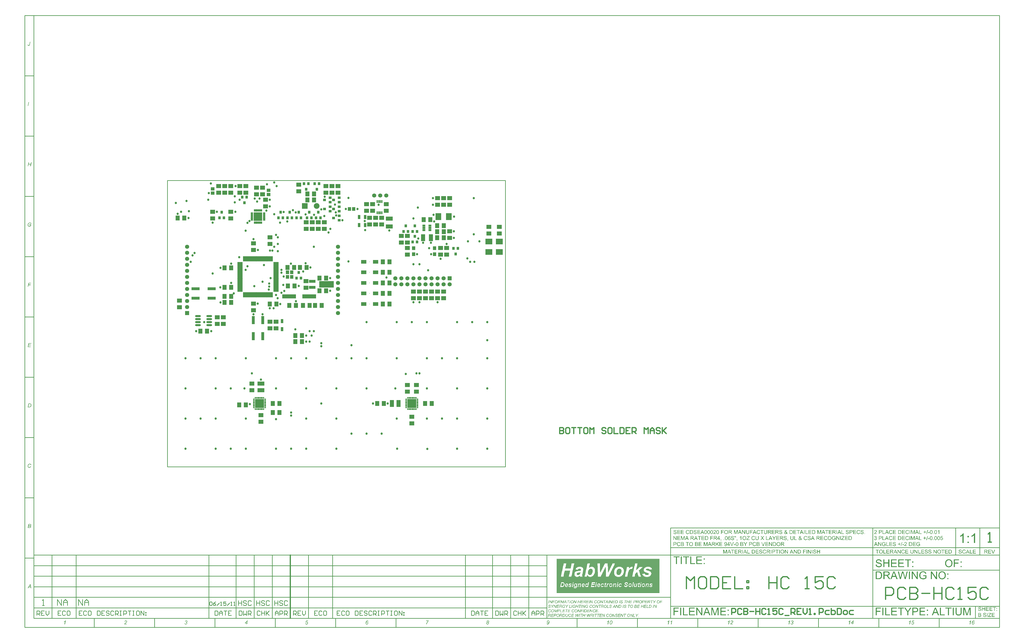
<source format=gbs>
%FSLAX23Y23*%
%MOIN*%
G70*
G01*
G75*
G04 Layer_Color=16711935*
%ADD10R,0.035X0.037*%
%ADD11R,0.035X0.037*%
%ADD12R,0.071X0.063*%
%ADD13R,0.079X0.087*%
%ADD14R,0.055X0.075*%
%ADD15R,0.071X0.055*%
%ADD16R,0.031X0.059*%
%ADD17R,0.091X0.051*%
%ADD18R,0.016X0.053*%
%ADD19R,0.063X0.055*%
%ADD20R,0.085X0.108*%
%ADD21R,0.098X0.067*%
%ADD22R,0.106X0.315*%
%ADD23R,0.126X0.157*%
%ADD24R,0.394X0.394*%
%ADD25R,0.394X0.906*%
%ADD26C,0.008*%
%ADD27C,0.010*%
%ADD28C,0.007*%
%ADD29C,0.020*%
%ADD30C,0.004*%
%ADD31C,0.060*%
%ADD32R,0.060X0.060*%
%ADD33R,0.087X0.087*%
%ADD34C,0.087*%
%ADD35R,0.060X0.060*%
%ADD36C,0.030*%
%ADD37C,0.040*%
G04:AMPARAMS|DCode=38|XSize=95mil|YSize=95mil|CornerRadius=0mil|HoleSize=0mil|Usage=FLASHONLY|Rotation=0.000|XOffset=0mil|YOffset=0mil|HoleType=Round|Shape=Relief|Width=10mil|Gap=10mil|Entries=4|*
%AMTHD38*
7,0,0,0.095,0.075,0.010,45*
%
%ADD38THD38*%
%ADD39C,0.075*%
%ADD40C,0.146*%
%ADD41C,0.070*%
%ADD42C,0.107*%
G04:AMPARAMS|DCode=43|XSize=90mil|YSize=90mil|CornerRadius=0mil|HoleSize=0mil|Usage=FLASHONLY|Rotation=0.000|XOffset=0mil|YOffset=0mil|HoleType=Round|Shape=Relief|Width=10mil|Gap=10mil|Entries=4|*
%AMTHD43*
7,0,0,0.090,0.070,0.010,45*
%
%ADD43THD43*%
G04:AMPARAMS|DCode=44|XSize=75mil|YSize=75mil|CornerRadius=0mil|HoleSize=0mil|Usage=FLASHONLY|Rotation=0.000|XOffset=0mil|YOffset=0mil|HoleType=Round|Shape=Relief|Width=10mil|Gap=10mil|Entries=4|*
%AMTHD44*
7,0,0,0.075,0.055,0.010,45*
%
%ADD44THD44*%
%ADD45C,0.055*%
%ADD46R,0.063X0.071*%
%ADD47R,0.079X0.051*%
%ADD48R,0.108X0.085*%
%ADD49R,0.039X0.126*%
%ADD50R,0.031X0.063*%
%ADD51R,0.047X0.055*%
%ADD52R,0.063X0.106*%
%ADD53R,0.039X0.027*%
%ADD54R,0.037X0.035*%
%ADD55R,0.037X0.035*%
%ADD56R,0.055X0.047*%
%ADD57R,0.134X0.134*%
%ADD58O,0.033X0.010*%
%ADD59O,0.010X0.033*%
%ADD60R,0.142X0.142*%
%ADD61R,0.024X0.008*%
%ADD62R,0.008X0.024*%
%ADD63R,0.142X0.142*%
%ADD64O,0.012X0.083*%
%ADD65O,0.083X0.012*%
%ADD66R,0.016X0.040*%
%ADD67R,0.106X0.063*%
%ADD68R,0.236X0.098*%
%ADD69R,0.098X0.039*%
%ADD70R,0.217X0.059*%
%ADD71R,0.047X0.055*%
%ADD72O,0.087X0.024*%
%ADD73R,0.126X0.039*%
%ADD74C,0.010*%
%ADD75C,0.008*%
%ADD76C,0.002*%
%ADD77R,0.043X0.045*%
%ADD78R,0.043X0.045*%
%ADD79R,0.079X0.071*%
%ADD80R,0.087X0.095*%
%ADD81R,0.063X0.083*%
%ADD82R,0.079X0.063*%
%ADD83R,0.039X0.067*%
%ADD84R,0.099X0.059*%
%ADD85R,0.024X0.061*%
%ADD86R,0.071X0.063*%
%ADD87R,0.093X0.116*%
%ADD88R,0.106X0.075*%
%ADD89R,0.114X0.323*%
%ADD90R,0.134X0.165*%
%ADD91R,0.402X0.402*%
%ADD92R,0.402X0.914*%
%ADD93C,0.068*%
%ADD94R,0.068X0.068*%
%ADD95C,0.008*%
%ADD96R,0.095X0.095*%
%ADD97C,0.095*%
%ADD98R,0.068X0.068*%
%ADD99C,0.038*%
%ADD100R,0.071X0.079*%
%ADD101R,0.087X0.059*%
%ADD102R,0.116X0.093*%
%ADD103R,0.047X0.134*%
%ADD104R,0.039X0.071*%
%ADD105R,0.055X0.063*%
%ADD106R,0.071X0.114*%
%ADD107R,0.047X0.035*%
%ADD108R,0.045X0.043*%
%ADD109R,0.045X0.043*%
%ADD110R,0.063X0.055*%
%ADD111R,0.142X0.142*%
%ADD112O,0.041X0.018*%
%ADD113O,0.018X0.041*%
%ADD114R,0.146X0.146*%
%ADD115R,0.028X0.012*%
%ADD116R,0.012X0.028*%
%ADD117R,0.146X0.146*%
%ADD118O,0.020X0.091*%
%ADD119O,0.091X0.020*%
%ADD120R,0.024X0.048*%
%ADD121R,0.114X0.071*%
%ADD122R,0.244X0.106*%
%ADD123R,0.106X0.047*%
%ADD124R,0.225X0.067*%
%ADD125R,0.055X0.063*%
%ADD126O,0.095X0.032*%
%ADD127R,0.134X0.047*%
G36*
X12745Y-1440D02*
X12736D01*
X12703Y-1390D01*
Y-1440D01*
X12695D01*
Y-1376D01*
X12703D01*
X12737Y-1426D01*
Y-1376D01*
X12745D01*
Y-1440D01*
D02*
G37*
G36*
X12427D02*
X12418D01*
X12384Y-1390D01*
Y-1440D01*
X12376D01*
Y-1376D01*
X12385D01*
X12419Y-1426D01*
Y-1376D01*
X12427D01*
Y-1440D01*
D02*
G37*
G36*
X12148D02*
X12140D01*
X12106Y-1390D01*
Y-1440D01*
X12098D01*
Y-1376D01*
X12106D01*
X12140Y-1426D01*
Y-1376D01*
X12148D01*
Y-1440D01*
D02*
G37*
G36*
X11301Y-2615D02*
X11293D01*
X11303Y-2567D01*
X11303Y-2567D01*
X11303Y-2567D01*
X11303Y-2567D01*
X11302Y-2568D01*
X11302Y-2568D01*
X11301Y-2568D01*
X11300Y-2569D01*
X11299Y-2570D01*
X11297Y-2570D01*
X11296Y-2571D01*
X11294Y-2572D01*
X11293Y-2572D01*
X11291Y-2573D01*
X11289Y-2574D01*
X11287Y-2574D01*
X11285Y-2575D01*
X11286Y-2568D01*
X11287D01*
X11287Y-2568D01*
X11287Y-2567D01*
X11287Y-2567D01*
X11288Y-2567D01*
X11289Y-2567D01*
X11290Y-2566D01*
X11292Y-2565D01*
X11294Y-2564D01*
X11296Y-2563D01*
X11298Y-2562D01*
X11298D01*
X11298Y-2561D01*
X11299Y-2561D01*
X11299Y-2561D01*
X11300Y-2560D01*
X11301Y-2559D01*
X11303Y-2558D01*
X11304Y-2557D01*
X11305Y-2556D01*
X11307Y-2555D01*
X11307Y-2555D01*
X11307Y-2555D01*
X11307Y-2554D01*
X11308Y-2554D01*
X11308Y-2553D01*
X11309Y-2552D01*
X11310Y-2551D01*
X11315D01*
X11301Y-2615D01*
D02*
G37*
G36*
X12574Y-1375D02*
X12575D01*
X12577Y-1375D01*
X12579Y-1375D01*
X12581Y-1376D01*
X12583Y-1376D01*
X12585Y-1377D01*
X12585D01*
X12585Y-1377D01*
X12585Y-1377D01*
X12586Y-1378D01*
X12587Y-1378D01*
X12588Y-1379D01*
X12589Y-1380D01*
X12591Y-1381D01*
X12592Y-1382D01*
X12593Y-1384D01*
X12593Y-1384D01*
X12594Y-1385D01*
X12594Y-1386D01*
X12595Y-1387D01*
X12595Y-1388D01*
X12596Y-1390D01*
X12596Y-1392D01*
X12597Y-1394D01*
X12589Y-1395D01*
Y-1394D01*
Y-1394D01*
X12588Y-1394D01*
X12588Y-1394D01*
X12588Y-1392D01*
X12588Y-1391D01*
X12587Y-1390D01*
X12586Y-1388D01*
X12585Y-1387D01*
X12584Y-1385D01*
X12584Y-1385D01*
X12583Y-1385D01*
X12582Y-1384D01*
X12581Y-1384D01*
X12580Y-1383D01*
X12578Y-1383D01*
X12576Y-1382D01*
X12573Y-1382D01*
X12572D01*
X12571Y-1382D01*
X12570D01*
X12569Y-1383D01*
X12567Y-1383D01*
X12565Y-1383D01*
X12563Y-1384D01*
X12562Y-1385D01*
X12562Y-1385D01*
X12562Y-1385D01*
X12561Y-1386D01*
X12561Y-1386D01*
X12560Y-1387D01*
X12559Y-1388D01*
X12559Y-1389D01*
X12558Y-1391D01*
X12558Y-1392D01*
Y-1392D01*
Y-1393D01*
X12558Y-1393D01*
X12559Y-1394D01*
X12559Y-1395D01*
X12559Y-1396D01*
X12560Y-1397D01*
X12561Y-1398D01*
X12561Y-1398D01*
X12561Y-1398D01*
X12562Y-1398D01*
X12562Y-1399D01*
X12563Y-1399D01*
X12563Y-1399D01*
X12564Y-1399D01*
X12565Y-1400D01*
X12566Y-1400D01*
X12567Y-1400D01*
X12568Y-1401D01*
X12570Y-1401D01*
X12572Y-1402D01*
X12573Y-1402D01*
X12573D01*
X12574Y-1402D01*
X12574Y-1402D01*
X12575Y-1403D01*
X12576Y-1403D01*
X12577Y-1403D01*
X12579Y-1404D01*
X12581Y-1404D01*
X12584Y-1405D01*
X12585Y-1405D01*
X12586Y-1406D01*
X12587Y-1406D01*
X12588Y-1406D01*
X12588D01*
X12588Y-1406D01*
X12588Y-1407D01*
X12589Y-1407D01*
X12589Y-1407D01*
X12591Y-1408D01*
X12592Y-1409D01*
X12593Y-1410D01*
X12595Y-1412D01*
X12596Y-1413D01*
X12596Y-1413D01*
X12596Y-1414D01*
X12597Y-1414D01*
X12597Y-1416D01*
X12598Y-1417D01*
X12598Y-1418D01*
X12598Y-1420D01*
X12599Y-1422D01*
Y-1422D01*
Y-1422D01*
Y-1422D01*
Y-1423D01*
X12598Y-1424D01*
X12598Y-1425D01*
X12598Y-1427D01*
X12597Y-1428D01*
X12597Y-1430D01*
X12596Y-1432D01*
X12596Y-1432D01*
X12595Y-1432D01*
X12594Y-1433D01*
X12593Y-1434D01*
X12592Y-1435D01*
X12591Y-1436D01*
X12589Y-1438D01*
X12587Y-1439D01*
X12587D01*
X12587Y-1439D01*
X12587Y-1439D01*
X12586Y-1439D01*
X12586Y-1439D01*
X12585Y-1439D01*
X12584Y-1440D01*
X12582Y-1440D01*
X12580Y-1441D01*
X12577Y-1441D01*
X12575Y-1441D01*
X12573D01*
X12573Y-1441D01*
X12572D01*
X12571Y-1441D01*
X12570Y-1441D01*
X12568Y-1440D01*
X12565Y-1440D01*
X12563Y-1439D01*
X12560Y-1439D01*
X12560D01*
X12560Y-1439D01*
X12560Y-1438D01*
X12559Y-1438D01*
X12558Y-1438D01*
X12557Y-1437D01*
X12555Y-1436D01*
X12554Y-1434D01*
X12552Y-1433D01*
X12551Y-1431D01*
Y-1431D01*
X12551Y-1431D01*
X12551Y-1431D01*
X12551Y-1430D01*
X12550Y-1430D01*
X12550Y-1429D01*
X12549Y-1428D01*
X12549Y-1426D01*
X12548Y-1424D01*
X12548Y-1422D01*
X12548Y-1419D01*
X12556Y-1419D01*
Y-1419D01*
Y-1419D01*
X12556Y-1420D01*
X12556Y-1420D01*
X12556Y-1422D01*
X12556Y-1423D01*
X12557Y-1424D01*
X12557Y-1425D01*
X12558Y-1427D01*
X12558Y-1427D01*
X12559Y-1427D01*
X12559Y-1428D01*
X12560Y-1428D01*
X12561Y-1429D01*
X12562Y-1430D01*
X12563Y-1431D01*
X12565Y-1432D01*
X12565D01*
X12565Y-1432D01*
X12565Y-1432D01*
X12566Y-1432D01*
X12568Y-1433D01*
X12569Y-1433D01*
X12571Y-1433D01*
X12573Y-1433D01*
X12574Y-1434D01*
X12575D01*
X12576Y-1433D01*
X12577Y-1433D01*
X12579Y-1433D01*
X12580Y-1433D01*
X12581Y-1433D01*
X12583Y-1432D01*
X12583Y-1432D01*
X12584Y-1432D01*
X12584Y-1432D01*
X12585Y-1431D01*
X12586Y-1431D01*
X12587Y-1430D01*
X12588Y-1429D01*
X12589Y-1428D01*
X12589Y-1428D01*
X12589Y-1428D01*
X12589Y-1427D01*
X12589Y-1427D01*
X12590Y-1426D01*
X12590Y-1425D01*
X12590Y-1424D01*
X12590Y-1423D01*
Y-1423D01*
Y-1422D01*
X12590Y-1422D01*
X12590Y-1421D01*
X12590Y-1420D01*
X12590Y-1419D01*
X12589Y-1418D01*
X12589Y-1417D01*
X12589Y-1417D01*
X12588Y-1417D01*
X12588Y-1417D01*
X12587Y-1416D01*
X12586Y-1416D01*
X12585Y-1415D01*
X12584Y-1414D01*
X12583Y-1414D01*
X12583Y-1414D01*
X12582Y-1413D01*
X12582Y-1413D01*
X12581Y-1413D01*
X12581Y-1413D01*
X12580Y-1413D01*
X12579Y-1412D01*
X12578Y-1412D01*
X12577Y-1412D01*
X12576Y-1412D01*
X12574Y-1411D01*
X12573Y-1411D01*
X12571Y-1411D01*
X12571D01*
X12571Y-1410D01*
X12571Y-1410D01*
X12570Y-1410D01*
X12569Y-1410D01*
X12569Y-1410D01*
X12567Y-1409D01*
X12565Y-1409D01*
X12563Y-1408D01*
X12561Y-1407D01*
X12560Y-1407D01*
X12559Y-1407D01*
X12559D01*
X12559Y-1406D01*
X12558Y-1406D01*
X12558Y-1406D01*
X12557Y-1405D01*
X12555Y-1404D01*
X12554Y-1403D01*
X12553Y-1402D01*
X12552Y-1401D01*
X12552Y-1400D01*
X12552Y-1400D01*
X12552Y-1399D01*
X12551Y-1398D01*
X12551Y-1397D01*
X12550Y-1396D01*
X12550Y-1394D01*
X12550Y-1393D01*
Y-1392D01*
Y-1392D01*
Y-1392D01*
Y-1392D01*
X12550Y-1391D01*
X12550Y-1390D01*
X12551Y-1388D01*
X12551Y-1387D01*
X12552Y-1385D01*
X12553Y-1383D01*
Y-1383D01*
X12553Y-1383D01*
X12553Y-1383D01*
X12554Y-1382D01*
X12555Y-1381D01*
X12556Y-1380D01*
X12557Y-1379D01*
X12559Y-1378D01*
X12561Y-1377D01*
X12561D01*
X12561Y-1377D01*
X12561Y-1377D01*
X12562Y-1377D01*
X12562Y-1377D01*
X12563Y-1376D01*
X12564Y-1376D01*
X12566Y-1375D01*
X12568Y-1375D01*
X12570Y-1375D01*
X12573Y-1375D01*
X12574D01*
X12574Y-1375D01*
D02*
G37*
G36*
X12192D02*
X12193Y-1375D01*
X12194Y-1375D01*
X12195Y-1375D01*
X12196Y-1375D01*
X12198Y-1376D01*
X12201Y-1377D01*
X12203Y-1377D01*
X12204Y-1378D01*
X12205Y-1379D01*
X12206Y-1380D01*
X12207Y-1380D01*
X12207Y-1380D01*
X12207Y-1380D01*
X12207Y-1381D01*
X12208Y-1381D01*
X12209Y-1382D01*
X12209Y-1383D01*
X12210Y-1383D01*
X12211Y-1384D01*
X12211Y-1385D01*
X12212Y-1386D01*
X12213Y-1388D01*
X12214Y-1389D01*
X12214Y-1390D01*
X12216Y-1394D01*
X12207Y-1395D01*
Y-1395D01*
X12207Y-1395D01*
X12207Y-1395D01*
X12207Y-1394D01*
X12207Y-1394D01*
X12206Y-1393D01*
X12206Y-1392D01*
X12205Y-1390D01*
X12203Y-1388D01*
X12202Y-1387D01*
X12201Y-1385D01*
X12200Y-1385D01*
X12200Y-1385D01*
X12199Y-1384D01*
X12198Y-1384D01*
X12196Y-1383D01*
X12194Y-1383D01*
X12192Y-1382D01*
X12190Y-1382D01*
X12189D01*
X12189Y-1382D01*
X12188D01*
X12187Y-1382D01*
X12186Y-1383D01*
X12184Y-1383D01*
X12182Y-1384D01*
X12180Y-1384D01*
X12178Y-1386D01*
X12178D01*
X12178Y-1386D01*
X12177Y-1386D01*
X12176Y-1387D01*
X12175Y-1388D01*
X12174Y-1390D01*
X12173Y-1391D01*
X12172Y-1393D01*
X12171Y-1395D01*
Y-1395D01*
X12171Y-1395D01*
X12171Y-1396D01*
X12170Y-1396D01*
X12170Y-1397D01*
X12170Y-1397D01*
X12170Y-1399D01*
X12169Y-1401D01*
X12169Y-1403D01*
X12169Y-1405D01*
X12169Y-1407D01*
Y-1408D01*
Y-1408D01*
Y-1408D01*
Y-1409D01*
X12169Y-1410D01*
Y-1410D01*
X12169Y-1411D01*
X12169Y-1412D01*
X12169Y-1415D01*
X12170Y-1417D01*
X12170Y-1419D01*
X12171Y-1422D01*
Y-1422D01*
X12171Y-1422D01*
X12171Y-1422D01*
X12172Y-1423D01*
X12172Y-1424D01*
X12173Y-1425D01*
X12174Y-1427D01*
X12175Y-1428D01*
X12177Y-1430D01*
X12178Y-1431D01*
X12179D01*
X12179Y-1431D01*
X12179Y-1431D01*
X12179Y-1431D01*
X12180Y-1432D01*
X12182Y-1432D01*
X12183Y-1433D01*
X12185Y-1433D01*
X12187Y-1434D01*
X12189Y-1434D01*
X12190D01*
X12191Y-1434D01*
X12191D01*
X12192Y-1434D01*
X12194Y-1433D01*
X12195Y-1433D01*
X12198Y-1432D01*
X12199Y-1431D01*
X12201Y-1430D01*
X12202Y-1430D01*
X12202Y-1430D01*
X12202Y-1429D01*
X12203Y-1428D01*
X12204Y-1427D01*
X12205Y-1425D01*
X12206Y-1423D01*
X12207Y-1420D01*
X12208Y-1418D01*
X12217Y-1420D01*
Y-1420D01*
X12217Y-1420D01*
X12216Y-1421D01*
X12216Y-1421D01*
X12216Y-1422D01*
X12215Y-1423D01*
X12215Y-1424D01*
X12214Y-1426D01*
X12213Y-1428D01*
X12211Y-1431D01*
X12209Y-1433D01*
X12208Y-1435D01*
X12207Y-1436D01*
X12207Y-1436D01*
X12207Y-1436D01*
X12206Y-1436D01*
X12206Y-1436D01*
X12205Y-1437D01*
X12204Y-1437D01*
X12203Y-1438D01*
X12202Y-1438D01*
X12201Y-1439D01*
X12200Y-1439D01*
X12198Y-1440D01*
X12197Y-1440D01*
X12194Y-1441D01*
X12192Y-1441D01*
X12190Y-1441D01*
X12189D01*
X12188Y-1441D01*
X12187D01*
X12186Y-1441D01*
X12185Y-1441D01*
X12184Y-1441D01*
X12181Y-1440D01*
X12179Y-1439D01*
X12176Y-1438D01*
X12174Y-1438D01*
X12173Y-1437D01*
X12173Y-1437D01*
X12173Y-1437D01*
X12173Y-1436D01*
X12172Y-1436D01*
X12171Y-1435D01*
X12170Y-1434D01*
X12168Y-1432D01*
X12166Y-1430D01*
X12165Y-1428D01*
X12163Y-1425D01*
Y-1425D01*
X12163Y-1424D01*
X12163Y-1424D01*
X12163Y-1423D01*
X12163Y-1423D01*
X12162Y-1422D01*
X12162Y-1421D01*
X12162Y-1420D01*
X12161Y-1418D01*
X12161Y-1417D01*
X12161Y-1414D01*
X12160Y-1411D01*
X12160Y-1407D01*
Y-1407D01*
Y-1407D01*
Y-1407D01*
X12160Y-1406D01*
Y-1405D01*
X12160Y-1404D01*
X12160Y-1403D01*
X12161Y-1402D01*
X12161Y-1399D01*
X12162Y-1396D01*
X12163Y-1393D01*
X12164Y-1390D01*
Y-1390D01*
X12164Y-1390D01*
X12164Y-1389D01*
X12165Y-1389D01*
X12165Y-1388D01*
X12165Y-1387D01*
X12167Y-1386D01*
X12168Y-1384D01*
X12170Y-1382D01*
X12172Y-1380D01*
X12175Y-1379D01*
X12175D01*
X12175Y-1379D01*
X12175Y-1378D01*
X12176Y-1378D01*
X12177Y-1378D01*
X12177Y-1377D01*
X12178Y-1377D01*
X12179Y-1377D01*
X12180Y-1376D01*
X12182Y-1376D01*
X12184Y-1375D01*
X12187Y-1375D01*
X12190Y-1375D01*
X12191D01*
X12192Y-1375D01*
D02*
G37*
G36*
X10355Y-2551D02*
X10356D01*
X10356Y-2551D01*
X10358Y-2551D01*
X10360Y-2552D01*
X10362Y-2553D01*
X10363Y-2553D01*
X10365Y-2554D01*
X10366Y-2555D01*
X10366Y-2555D01*
X10367Y-2556D01*
X10367Y-2556D01*
X10367Y-2556D01*
X10367Y-2556D01*
X10368Y-2557D01*
X10369Y-2559D01*
X10370Y-2560D01*
X10371Y-2562D01*
X10371Y-2565D01*
X10371Y-2566D01*
X10371Y-2567D01*
Y-2567D01*
Y-2567D01*
Y-2568D01*
Y-2568D01*
X10371Y-2569D01*
X10371Y-2570D01*
X10371Y-2572D01*
X10370Y-2573D01*
X10370Y-2575D01*
X10369Y-2576D01*
X10369Y-2576D01*
X10368Y-2577D01*
X10368Y-2577D01*
X10367Y-2578D01*
X10366Y-2579D01*
X10364Y-2580D01*
X10363Y-2581D01*
X10361Y-2582D01*
X10361Y-2582D01*
X10361Y-2583D01*
X10362Y-2583D01*
X10363Y-2584D01*
X10364Y-2585D01*
X10365Y-2586D01*
X10366Y-2587D01*
X10366Y-2588D01*
X10366Y-2588D01*
X10367Y-2588D01*
X10367Y-2589D01*
X10367Y-2590D01*
X10368Y-2591D01*
X10368Y-2592D01*
X10368Y-2593D01*
X10368Y-2595D01*
Y-2595D01*
Y-2595D01*
Y-2596D01*
X10368Y-2596D01*
X10368Y-2597D01*
X10368Y-2598D01*
X10368Y-2599D01*
X10368Y-2600D01*
X10367Y-2602D01*
X10366Y-2604D01*
X10366Y-2605D01*
X10365Y-2606D01*
X10364Y-2607D01*
X10363Y-2609D01*
X10362Y-2610D01*
X10362Y-2610D01*
X10362Y-2610D01*
X10361Y-2610D01*
X10361Y-2611D01*
X10360Y-2611D01*
X10359Y-2612D01*
X10358Y-2612D01*
X10358Y-2613D01*
X10356Y-2614D01*
X10355Y-2614D01*
X10353Y-2615D01*
X10351Y-2615D01*
X10350Y-2616D01*
X10348Y-2616D01*
X10346Y-2616D01*
X10346D01*
X10345Y-2616D01*
X10344Y-2616D01*
X10343Y-2616D01*
X10342Y-2616D01*
X10341Y-2615D01*
X10339Y-2615D01*
X10337Y-2614D01*
X10336Y-2614D01*
X10334Y-2613D01*
X10333Y-2612D01*
X10332Y-2611D01*
X10332Y-2611D01*
X10332Y-2611D01*
X10332Y-2611D01*
X10331Y-2610D01*
X10331Y-2610D01*
X10331Y-2609D01*
X10330Y-2609D01*
X10330Y-2608D01*
X10329Y-2606D01*
X10328Y-2604D01*
X10327Y-2601D01*
X10327Y-2600D01*
X10326Y-2598D01*
X10334Y-2597D01*
Y-2597D01*
Y-2598D01*
X10334Y-2598D01*
X10334Y-2598D01*
X10334Y-2600D01*
X10335Y-2601D01*
X10335Y-2603D01*
X10336Y-2604D01*
X10337Y-2606D01*
X10338Y-2607D01*
X10338Y-2607D01*
X10338Y-2607D01*
X10339Y-2608D01*
X10340Y-2608D01*
X10341Y-2609D01*
X10342Y-2609D01*
X10344Y-2610D01*
X10346Y-2610D01*
X10346D01*
X10347Y-2610D01*
X10348Y-2610D01*
X10349Y-2609D01*
X10351Y-2609D01*
X10353Y-2608D01*
X10354Y-2607D01*
X10356Y-2606D01*
X10356Y-2606D01*
X10356Y-2606D01*
X10357Y-2605D01*
X10357Y-2604D01*
X10358Y-2603D01*
X10359Y-2602D01*
X10360Y-2600D01*
X10360Y-2598D01*
X10360Y-2597D01*
Y-2596D01*
Y-2596D01*
Y-2596D01*
Y-2595D01*
X10360Y-2594D01*
X10360Y-2593D01*
X10359Y-2592D01*
X10359Y-2591D01*
X10358Y-2590D01*
X10357Y-2588D01*
X10357Y-2588D01*
X10356Y-2588D01*
X10356Y-2587D01*
X10355Y-2587D01*
X10354Y-2586D01*
X10352Y-2586D01*
X10350Y-2585D01*
X10348Y-2585D01*
X10348D01*
X10347Y-2585D01*
X10347D01*
X10346Y-2585D01*
X10347Y-2579D01*
X10348D01*
X10349Y-2579D01*
X10350D01*
X10351Y-2579D01*
X10351D01*
X10352Y-2579D01*
X10353Y-2578D01*
X10355Y-2578D01*
X10357Y-2578D01*
X10358Y-2577D01*
X10360Y-2576D01*
X10360Y-2575D01*
X10360Y-2575D01*
X10361Y-2574D01*
X10362Y-2573D01*
X10362Y-2572D01*
X10363Y-2571D01*
X10363Y-2569D01*
X10363Y-2568D01*
Y-2567D01*
Y-2567D01*
Y-2567D01*
X10363Y-2566D01*
X10363Y-2565D01*
X10363Y-2564D01*
X10362Y-2562D01*
X10361Y-2561D01*
X10360Y-2560D01*
X10360Y-2560D01*
X10360Y-2560D01*
X10359Y-2559D01*
X10358Y-2558D01*
X10357Y-2558D01*
X10356Y-2558D01*
X10355Y-2557D01*
X10353Y-2557D01*
X10352D01*
X10352Y-2557D01*
X10351Y-2557D01*
X10349Y-2558D01*
X10348Y-2558D01*
X10347Y-2559D01*
X10346Y-2560D01*
X10345Y-2560D01*
X10345Y-2561D01*
X10344Y-2561D01*
X10344Y-2562D01*
X10343Y-2564D01*
X10342Y-2565D01*
X10342Y-2567D01*
X10341Y-2569D01*
X10333Y-2567D01*
Y-2567D01*
X10334Y-2567D01*
X10334Y-2566D01*
X10334Y-2566D01*
X10334Y-2565D01*
X10334Y-2565D01*
X10335Y-2563D01*
X10336Y-2561D01*
X10337Y-2559D01*
X10339Y-2557D01*
X10341Y-2555D01*
X10341Y-2555D01*
X10341Y-2555D01*
X10341Y-2555D01*
X10342Y-2554D01*
X10342Y-2554D01*
X10343Y-2554D01*
X10344Y-2553D01*
X10344Y-2553D01*
X10346Y-2552D01*
X10349Y-2551D01*
X10351Y-2551D01*
X10352Y-2551D01*
X10354D01*
X10355Y-2551D01*
D02*
G37*
G36*
X11361Y-2592D02*
X11370D01*
X11369Y-2599D01*
X11360D01*
X11356Y-2615D01*
X11348D01*
X11352Y-2599D01*
X11326D01*
X11327Y-2591D01*
X11363Y-2551D01*
X11370D01*
X11361Y-2592D01*
D02*
G37*
G36*
X12875Y-1383D02*
X12854D01*
Y-1440D01*
X12845D01*
Y-1383D01*
X12824D01*
Y-1376D01*
X12875D01*
Y-1383D01*
D02*
G37*
G36*
X12537D02*
X12499D01*
Y-1403D01*
X12535D01*
Y-1411D01*
X12499D01*
Y-1432D01*
X12539D01*
Y-1440D01*
X12491D01*
Y-1376D01*
X12537D01*
Y-1383D01*
D02*
G37*
G36*
X12449Y-1432D02*
X12481D01*
Y-1440D01*
X12441D01*
Y-1376D01*
X12449D01*
Y-1432D01*
D02*
G37*
G36*
X12930Y-1383D02*
X12892D01*
Y-1403D01*
X12928D01*
Y-1411D01*
X12892D01*
Y-1432D01*
X12932D01*
Y-1440D01*
X12884D01*
Y-1376D01*
X12930D01*
Y-1383D01*
D02*
G37*
G36*
X12362Y-1413D02*
Y-1413D01*
Y-1413D01*
Y-1414D01*
Y-1415D01*
X12362Y-1415D01*
Y-1416D01*
X12362Y-1417D01*
X12362Y-1419D01*
X12362Y-1421D01*
X12361Y-1424D01*
X12361Y-1426D01*
X12360Y-1428D01*
Y-1428D01*
X12360Y-1429D01*
X12360Y-1429D01*
X12360Y-1429D01*
X12359Y-1430D01*
X12358Y-1432D01*
X12357Y-1433D01*
X12356Y-1435D01*
X12354Y-1436D01*
X12352Y-1438D01*
X12352D01*
X12352Y-1438D01*
X12351Y-1438D01*
X12351Y-1438D01*
X12350Y-1438D01*
X12350Y-1439D01*
X12349Y-1439D01*
X12348Y-1439D01*
X12347Y-1440D01*
X12346Y-1440D01*
X12345Y-1440D01*
X12343Y-1440D01*
X12340Y-1441D01*
X12337Y-1441D01*
X12336D01*
X12336Y-1441D01*
X12335D01*
X12334Y-1441D01*
X12333Y-1441D01*
X12332Y-1441D01*
X12330Y-1440D01*
X12327Y-1440D01*
X12325Y-1439D01*
X12322Y-1438D01*
X12322D01*
X12322Y-1438D01*
X12322Y-1438D01*
X12321Y-1437D01*
X12320Y-1437D01*
X12319Y-1436D01*
X12318Y-1434D01*
X12317Y-1433D01*
X12315Y-1431D01*
X12314Y-1429D01*
Y-1429D01*
X12314Y-1429D01*
X12314Y-1428D01*
X12314Y-1428D01*
X12314Y-1427D01*
X12313Y-1427D01*
X12313Y-1426D01*
X12313Y-1425D01*
X12313Y-1424D01*
X12313Y-1423D01*
X12312Y-1421D01*
X12312Y-1420D01*
X12312Y-1418D01*
X12312Y-1417D01*
X12312Y-1415D01*
Y-1413D01*
Y-1376D01*
X12320D01*
Y-1413D01*
Y-1413D01*
Y-1413D01*
Y-1414D01*
Y-1414D01*
Y-1415D01*
X12320Y-1416D01*
X12321Y-1418D01*
X12321Y-1420D01*
X12321Y-1422D01*
X12321Y-1424D01*
X12321Y-1424D01*
X12322Y-1425D01*
X12322Y-1425D01*
X12322Y-1426D01*
X12322Y-1427D01*
X12323Y-1428D01*
X12324Y-1428D01*
X12325Y-1430D01*
X12326Y-1431D01*
X12327Y-1431D01*
X12327Y-1432D01*
X12328Y-1432D01*
X12329Y-1432D01*
X12330Y-1432D01*
X12331Y-1433D01*
X12333Y-1433D01*
X12334Y-1433D01*
X12336Y-1433D01*
X12337D01*
X12338Y-1433D01*
X12339D01*
X12340Y-1433D01*
X12341Y-1433D01*
X12344Y-1432D01*
X12346Y-1432D01*
X12348Y-1431D01*
X12349Y-1430D01*
X12350Y-1429D01*
Y-1429D01*
X12350Y-1429D01*
X12350Y-1429D01*
X12350Y-1428D01*
X12351Y-1428D01*
X12351Y-1427D01*
X12351Y-1427D01*
X12352Y-1426D01*
X12352Y-1425D01*
X12352Y-1423D01*
X12353Y-1422D01*
X12353Y-1421D01*
X12353Y-1419D01*
X12353Y-1417D01*
X12354Y-1415D01*
Y-1413D01*
Y-1376D01*
X12362D01*
Y-1413D01*
D02*
G37*
G36*
X12301Y-2615D02*
X12293D01*
X12303Y-2567D01*
X12303Y-2567D01*
X12303Y-2567D01*
X12303Y-2567D01*
X12302Y-2568D01*
X12302Y-2568D01*
X12301Y-2568D01*
X12300Y-2569D01*
X12299Y-2570D01*
X12297Y-2570D01*
X12296Y-2571D01*
X12294Y-2572D01*
X12293Y-2572D01*
X12291Y-2573D01*
X12289Y-2574D01*
X12287Y-2574D01*
X12285Y-2575D01*
X12286Y-2568D01*
X12287D01*
X12287Y-2568D01*
X12287Y-2567D01*
X12287Y-2567D01*
X12288Y-2567D01*
X12289Y-2567D01*
X12290Y-2566D01*
X12292Y-2565D01*
X12294Y-2564D01*
X12296Y-2563D01*
X12298Y-2562D01*
X12298D01*
X12298Y-2561D01*
X12299Y-2561D01*
X12299Y-2561D01*
X12300Y-2560D01*
X12301Y-2559D01*
X12303Y-2558D01*
X12304Y-2557D01*
X12305Y-2556D01*
X12307Y-2555D01*
X12307Y-2555D01*
X12307Y-2555D01*
X12307Y-2554D01*
X12308Y-2554D01*
X12308Y-2553D01*
X12309Y-2552D01*
X12310Y-2551D01*
X12315D01*
X12301Y-2615D01*
D02*
G37*
G36*
X12970Y-1376D02*
X12971Y-1376D01*
X12973Y-1376D01*
X12975Y-1377D01*
X12977Y-1377D01*
X12977D01*
X12977Y-1377D01*
X12977D01*
X12978Y-1377D01*
X12979Y-1377D01*
X12980Y-1378D01*
X12981Y-1379D01*
X12983Y-1379D01*
X12985Y-1380D01*
X12986Y-1381D01*
X12986D01*
X12986Y-1382D01*
X12987Y-1382D01*
X12988Y-1383D01*
X12989Y-1384D01*
X12990Y-1386D01*
X12992Y-1388D01*
X12993Y-1390D01*
X12994Y-1392D01*
Y-1393D01*
X12994Y-1393D01*
X12994Y-1393D01*
X12994Y-1394D01*
X12994Y-1394D01*
X12995Y-1395D01*
X12995Y-1396D01*
X12995Y-1397D01*
X12995Y-1398D01*
X12996Y-1399D01*
X12996Y-1402D01*
X12996Y-1404D01*
X12996Y-1408D01*
Y-1408D01*
Y-1408D01*
Y-1408D01*
Y-1409D01*
X12996Y-1409D01*
Y-1410D01*
X12996Y-1412D01*
X12996Y-1414D01*
X12996Y-1416D01*
X12995Y-1418D01*
X12995Y-1421D01*
Y-1421D01*
X12994Y-1421D01*
X12994Y-1421D01*
X12994Y-1422D01*
X12994Y-1423D01*
X12993Y-1424D01*
X12993Y-1425D01*
X12992Y-1427D01*
X12991Y-1428D01*
X12990Y-1430D01*
X12990Y-1430D01*
X12990Y-1431D01*
X12989Y-1431D01*
X12988Y-1432D01*
X12988Y-1433D01*
X12987Y-1434D01*
X12985Y-1435D01*
X12984Y-1436D01*
X12984Y-1436D01*
X12984Y-1436D01*
X12983Y-1436D01*
X12982Y-1437D01*
X12981Y-1437D01*
X12980Y-1438D01*
X12978Y-1438D01*
X12977Y-1439D01*
X12976D01*
X12976Y-1439D01*
X12975Y-1439D01*
X12974Y-1439D01*
X12972Y-1440D01*
X12971Y-1440D01*
X12969Y-1440D01*
X12966Y-1440D01*
X12943D01*
Y-1376D01*
X12968D01*
X12970Y-1376D01*
D02*
G37*
G36*
X9355Y-2551D02*
X9356Y-2551D01*
X9358Y-2551D01*
X9359Y-2552D01*
X9361Y-2552D01*
X9363Y-2553D01*
X9363D01*
X9363Y-2553D01*
X9364Y-2553D01*
X9364Y-2554D01*
X9365Y-2555D01*
X9366Y-2556D01*
X9368Y-2557D01*
X9369Y-2558D01*
X9370Y-2559D01*
X9370Y-2560D01*
X9370Y-2560D01*
X9370Y-2561D01*
X9371Y-2562D01*
X9371Y-2563D01*
X9371Y-2565D01*
X9372Y-2566D01*
X9372Y-2568D01*
Y-2568D01*
Y-2568D01*
Y-2568D01*
X9372Y-2569D01*
Y-2570D01*
X9372Y-2570D01*
X9371Y-2572D01*
X9371Y-2574D01*
X9370Y-2576D01*
X9369Y-2578D01*
X9368Y-2579D01*
X9367Y-2580D01*
X9367Y-2580D01*
X9367Y-2581D01*
X9366Y-2581D01*
X9366Y-2581D01*
X9366Y-2582D01*
X9365Y-2583D01*
X9364Y-2583D01*
X9363Y-2584D01*
X9362Y-2585D01*
X9361Y-2587D01*
X9359Y-2588D01*
X9357Y-2589D01*
X9355Y-2591D01*
X9353Y-2593D01*
X9351Y-2595D01*
X9351Y-2595D01*
X9350Y-2595D01*
X9350Y-2595D01*
X9350Y-2595D01*
X9349Y-2596D01*
X9347Y-2597D01*
X9346Y-2599D01*
X9345Y-2600D01*
X9343Y-2601D01*
X9342Y-2602D01*
X9342Y-2602D01*
X9342Y-2603D01*
X9341Y-2603D01*
X9341Y-2604D01*
X9340Y-2605D01*
X9339Y-2606D01*
X9338Y-2607D01*
X9338Y-2608D01*
X9366D01*
X9365Y-2615D01*
X9327D01*
Y-2615D01*
X9327Y-2615D01*
Y-2614D01*
X9327Y-2614D01*
X9327Y-2613D01*
X9328Y-2612D01*
X9328Y-2610D01*
X9329Y-2609D01*
X9329Y-2607D01*
X9330Y-2606D01*
X9330Y-2605D01*
X9330Y-2605D01*
X9331Y-2604D01*
X9332Y-2603D01*
X9332Y-2602D01*
X9333Y-2601D01*
X9334Y-2599D01*
X9336Y-2598D01*
X9336Y-2598D01*
X9336Y-2598D01*
X9336Y-2598D01*
X9337Y-2597D01*
X9337Y-2597D01*
X9338Y-2596D01*
X9339Y-2595D01*
X9340Y-2595D01*
X9341Y-2594D01*
X9342Y-2593D01*
X9343Y-2592D01*
X9345Y-2591D01*
X9346Y-2589D01*
X9348Y-2588D01*
X9350Y-2587D01*
X9350Y-2586D01*
X9350Y-2586D01*
X9350Y-2586D01*
X9351Y-2586D01*
X9352Y-2585D01*
X9353Y-2584D01*
X9354Y-2582D01*
X9356Y-2581D01*
X9357Y-2580D01*
X9358Y-2579D01*
X9358Y-2579D01*
X9359Y-2579D01*
X9359Y-2578D01*
X9360Y-2577D01*
X9361Y-2576D01*
X9361Y-2575D01*
X9362Y-2574D01*
X9363Y-2573D01*
X9363Y-2572D01*
X9363Y-2572D01*
X9363Y-2572D01*
X9363Y-2571D01*
X9364Y-2570D01*
X9364Y-2570D01*
X9364Y-2569D01*
Y-2568D01*
Y-2568D01*
Y-2567D01*
Y-2567D01*
X9364Y-2566D01*
X9363Y-2565D01*
X9363Y-2564D01*
X9363Y-2563D01*
X9362Y-2561D01*
X9361Y-2560D01*
X9361Y-2560D01*
X9360Y-2560D01*
X9359Y-2559D01*
X9359Y-2559D01*
X9358Y-2558D01*
X9356Y-2558D01*
X9355Y-2557D01*
X9353Y-2557D01*
X9352D01*
X9351Y-2557D01*
X9350Y-2557D01*
X9349Y-2558D01*
X9348Y-2558D01*
X9346Y-2559D01*
X9345Y-2560D01*
X9345Y-2560D01*
X9345Y-2561D01*
X9344Y-2562D01*
X9343Y-2563D01*
X9342Y-2564D01*
X9342Y-2566D01*
X9341Y-2568D01*
X9340Y-2570D01*
X9333Y-2569D01*
Y-2569D01*
X9333Y-2569D01*
Y-2568D01*
X9333Y-2568D01*
X9333Y-2567D01*
X9333Y-2566D01*
X9334Y-2564D01*
X9335Y-2562D01*
X9336Y-2560D01*
X9337Y-2558D01*
X9338Y-2557D01*
X9339Y-2556D01*
X9339Y-2556D01*
X9340Y-2555D01*
X9340Y-2555D01*
X9340Y-2555D01*
X9341Y-2554D01*
X9341Y-2554D01*
X9342Y-2554D01*
X9343Y-2553D01*
X9345Y-2552D01*
X9347Y-2551D01*
X9350Y-2551D01*
X9351Y-2551D01*
X9353Y-2551D01*
X9354D01*
X9355Y-2551D01*
D02*
G37*
G36*
X13686Y-1440D02*
X13677D01*
X13653Y-1376D01*
X13662D01*
X13678Y-1422D01*
Y-1423D01*
X13679Y-1423D01*
X13679Y-1423D01*
X13679Y-1423D01*
X13679Y-1424D01*
X13680Y-1426D01*
X13680Y-1428D01*
X13681Y-1429D01*
X13682Y-1433D01*
Y-1433D01*
X13682Y-1433D01*
X13682Y-1432D01*
X13682Y-1432D01*
X13682Y-1431D01*
X13683Y-1430D01*
X13683Y-1428D01*
X13684Y-1426D01*
X13685Y-1424D01*
X13685Y-1422D01*
X13703Y-1376D01*
X13711D01*
X13686Y-1440D01*
D02*
G37*
G36*
X13646Y-1383D02*
X13608D01*
Y-1403D01*
X13644D01*
Y-1411D01*
X13608D01*
Y-1432D01*
X13648D01*
Y-1440D01*
X13600D01*
Y-1376D01*
X13646D01*
Y-1383D01*
D02*
G37*
G36*
X12582Y-1116D02*
X12576D01*
X12594Y-1050D01*
X12601D01*
X12582Y-1116D01*
D02*
G37*
G36*
X11734Y-1051D02*
X11735Y-1051D01*
X11736Y-1051D01*
X11737Y-1051D01*
X11738Y-1051D01*
X11740Y-1052D01*
X11742Y-1053D01*
X11744Y-1053D01*
X11745Y-1054D01*
X11746Y-1055D01*
X11747Y-1056D01*
X11747Y-1056D01*
X11747Y-1056D01*
X11747Y-1056D01*
X11748Y-1057D01*
X11748Y-1057D01*
X11749Y-1058D01*
X11750Y-1059D01*
X11751Y-1061D01*
X11752Y-1063D01*
X11752Y-1066D01*
X11752Y-1067D01*
X11752Y-1068D01*
Y-1069D01*
Y-1069D01*
X11752Y-1070D01*
X11752Y-1071D01*
X11752Y-1072D01*
X11752Y-1073D01*
X11751Y-1075D01*
X11751Y-1076D01*
X11751Y-1076D01*
X11751Y-1077D01*
X11750Y-1077D01*
X11750Y-1078D01*
X11749Y-1080D01*
X11748Y-1081D01*
X11747Y-1082D01*
X11746Y-1084D01*
X11745Y-1084D01*
X11745Y-1085D01*
X11744Y-1086D01*
X11743Y-1086D01*
X11743Y-1087D01*
X11742Y-1088D01*
X11741Y-1088D01*
X11740Y-1089D01*
X11739Y-1090D01*
X11738Y-1091D01*
X11736Y-1093D01*
X11735Y-1094D01*
X11733Y-1095D01*
X11733Y-1095D01*
X11733Y-1095D01*
X11733Y-1096D01*
X11732Y-1096D01*
X11731Y-1097D01*
X11730Y-1098D01*
X11728Y-1100D01*
X11727Y-1101D01*
X11725Y-1102D01*
X11725Y-1103D01*
X11724Y-1103D01*
X11724Y-1103D01*
X11724Y-1104D01*
X11724Y-1104D01*
X11723Y-1105D01*
X11722Y-1106D01*
X11721Y-1107D01*
X11753D01*
Y-1115D01*
X11710D01*
Y-1115D01*
Y-1115D01*
Y-1114D01*
X11710Y-1113D01*
X11710Y-1112D01*
X11710Y-1112D01*
X11711Y-1111D01*
X11711Y-1110D01*
Y-1110D01*
X11711Y-1109D01*
X11711Y-1109D01*
X11712Y-1108D01*
X11712Y-1107D01*
X11713Y-1106D01*
X11714Y-1104D01*
X11715Y-1103D01*
X11716Y-1101D01*
Y-1101D01*
X11716Y-1101D01*
X11717Y-1100D01*
X11718Y-1099D01*
X11719Y-1098D01*
X11720Y-1097D01*
X11722Y-1095D01*
X11724Y-1093D01*
X11726Y-1091D01*
X11727Y-1091D01*
X11727Y-1091D01*
X11727Y-1091D01*
X11728Y-1090D01*
X11729Y-1089D01*
X11730Y-1088D01*
X11732Y-1087D01*
X11734Y-1084D01*
X11737Y-1082D01*
X11738Y-1081D01*
X11739Y-1080D01*
X11740Y-1079D01*
X11741Y-1078D01*
Y-1078D01*
X11741Y-1078D01*
X11741Y-1077D01*
X11741Y-1077D01*
X11742Y-1076D01*
X11743Y-1075D01*
X11743Y-1073D01*
X11744Y-1072D01*
X11744Y-1070D01*
X11744Y-1068D01*
Y-1068D01*
Y-1068D01*
X11744Y-1067D01*
X11744Y-1067D01*
X11744Y-1066D01*
X11743Y-1064D01*
X11743Y-1063D01*
X11742Y-1062D01*
X11741Y-1060D01*
X11741Y-1060D01*
X11740Y-1060D01*
X11740Y-1059D01*
X11739Y-1059D01*
X11737Y-1058D01*
X11736Y-1058D01*
X11734Y-1057D01*
X11732Y-1057D01*
X11732D01*
X11731Y-1057D01*
X11730Y-1057D01*
X11729Y-1058D01*
X11727Y-1058D01*
X11726Y-1059D01*
X11724Y-1059D01*
X11723Y-1061D01*
X11723Y-1061D01*
X11723Y-1061D01*
X11722Y-1062D01*
X11721Y-1063D01*
X11721Y-1064D01*
X11720Y-1066D01*
X11720Y-1068D01*
X11720Y-1070D01*
X11712Y-1069D01*
Y-1069D01*
Y-1069D01*
X11712Y-1068D01*
X11712Y-1068D01*
X11712Y-1067D01*
X11712Y-1066D01*
X11713Y-1064D01*
X11713Y-1062D01*
X11714Y-1060D01*
X11716Y-1057D01*
X11717Y-1056D01*
X11718Y-1055D01*
X11718Y-1055D01*
X11718Y-1055D01*
X11718Y-1055D01*
X11719Y-1055D01*
X11719Y-1054D01*
X11720Y-1054D01*
X11721Y-1053D01*
X11722Y-1053D01*
X11723Y-1053D01*
X11724Y-1052D01*
X11725Y-1052D01*
X11726Y-1051D01*
X11729Y-1051D01*
X11731Y-1051D01*
X11732Y-1051D01*
X11733D01*
X11734Y-1051D01*
D02*
G37*
G36*
X12731D02*
X12733Y-1051D01*
X12734Y-1051D01*
X12736Y-1051D01*
X12737Y-1052D01*
X12739Y-1053D01*
X12739Y-1053D01*
X12739Y-1053D01*
X12740Y-1054D01*
X12741Y-1054D01*
X12742Y-1055D01*
X12743Y-1056D01*
X12744Y-1057D01*
X12745Y-1059D01*
X12745Y-1059D01*
X12745Y-1059D01*
X12746Y-1060D01*
X12747Y-1061D01*
X12747Y-1063D01*
X12748Y-1064D01*
X12748Y-1066D01*
X12749Y-1068D01*
Y-1068D01*
X12749Y-1069D01*
Y-1069D01*
X12749Y-1069D01*
X12749Y-1070D01*
X12750Y-1070D01*
X12750Y-1071D01*
X12750Y-1072D01*
X12750Y-1073D01*
X12750Y-1074D01*
X12750Y-1076D01*
X12750Y-1077D01*
X12750Y-1078D01*
Y-1080D01*
X12751Y-1083D01*
Y-1083D01*
Y-1084D01*
Y-1084D01*
Y-1085D01*
X12750Y-1086D01*
Y-1087D01*
X12750Y-1089D01*
X12750Y-1090D01*
X12750Y-1093D01*
X12750Y-1096D01*
X12749Y-1099D01*
X12749Y-1100D01*
X12748Y-1102D01*
Y-1102D01*
X12748Y-1102D01*
X12748Y-1102D01*
X12748Y-1103D01*
X12747Y-1103D01*
X12747Y-1104D01*
X12746Y-1106D01*
X12745Y-1107D01*
X12744Y-1109D01*
X12743Y-1111D01*
X12741Y-1112D01*
X12741D01*
X12741Y-1113D01*
X12741Y-1113D01*
X12740Y-1113D01*
X12739Y-1114D01*
X12738Y-1114D01*
X12736Y-1115D01*
X12734Y-1115D01*
X12732Y-1116D01*
X12730Y-1116D01*
X12729D01*
X12728Y-1116D01*
X12727Y-1116D01*
X12726Y-1116D01*
X12725Y-1115D01*
X12724Y-1115D01*
X12722Y-1115D01*
X12721Y-1114D01*
X12720Y-1113D01*
X12718Y-1113D01*
X12717Y-1112D01*
X12716Y-1111D01*
X12715Y-1110D01*
X12715Y-1109D01*
X12715Y-1109D01*
X12714Y-1109D01*
X12714Y-1108D01*
X12714Y-1107D01*
X12713Y-1106D01*
X12712Y-1105D01*
X12712Y-1103D01*
X12711Y-1102D01*
X12711Y-1100D01*
X12710Y-1097D01*
X12710Y-1095D01*
X12709Y-1092D01*
X12709Y-1090D01*
X12709Y-1087D01*
X12709Y-1083D01*
Y-1083D01*
Y-1083D01*
Y-1082D01*
Y-1082D01*
X12709Y-1081D01*
Y-1079D01*
X12709Y-1078D01*
X12709Y-1077D01*
X12709Y-1074D01*
X12710Y-1071D01*
X12710Y-1068D01*
X12711Y-1066D01*
X12711Y-1065D01*
Y-1065D01*
X12711Y-1065D01*
X12711Y-1064D01*
X12711Y-1064D01*
X12712Y-1063D01*
X12712Y-1063D01*
X12713Y-1061D01*
X12714Y-1059D01*
X12715Y-1058D01*
X12716Y-1056D01*
X12718Y-1054D01*
X12718D01*
X12718Y-1054D01*
X12718Y-1054D01*
X12719Y-1054D01*
X12720Y-1053D01*
X12721Y-1052D01*
X12723Y-1052D01*
X12725Y-1051D01*
X12727Y-1051D01*
X12730Y-1051D01*
X12731D01*
X12731Y-1051D01*
D02*
G37*
G36*
X12657D02*
X12658Y-1051D01*
X12659Y-1051D01*
X12661Y-1051D01*
X12662Y-1052D01*
X12664Y-1053D01*
X12664Y-1053D01*
X12665Y-1053D01*
X12665Y-1054D01*
X12666Y-1054D01*
X12667Y-1055D01*
X12668Y-1056D01*
X12669Y-1057D01*
X12670Y-1059D01*
X12670Y-1059D01*
X12671Y-1059D01*
X12671Y-1060D01*
X12672Y-1061D01*
X12672Y-1063D01*
X12673Y-1064D01*
X12674Y-1066D01*
X12674Y-1068D01*
Y-1068D01*
X12674Y-1069D01*
Y-1069D01*
X12675Y-1069D01*
X12675Y-1070D01*
X12675Y-1070D01*
X12675Y-1071D01*
X12675Y-1072D01*
X12675Y-1073D01*
X12675Y-1074D01*
X12676Y-1076D01*
X12676Y-1077D01*
X12676Y-1078D01*
Y-1080D01*
X12676Y-1083D01*
Y-1083D01*
Y-1084D01*
Y-1084D01*
Y-1085D01*
X12676Y-1086D01*
Y-1087D01*
X12676Y-1089D01*
X12676Y-1090D01*
X12675Y-1093D01*
X12675Y-1096D01*
X12674Y-1099D01*
X12674Y-1100D01*
X12674Y-1102D01*
Y-1102D01*
X12673Y-1102D01*
X12673Y-1102D01*
X12673Y-1103D01*
X12673Y-1103D01*
X12673Y-1104D01*
X12672Y-1106D01*
X12671Y-1107D01*
X12670Y-1109D01*
X12668Y-1111D01*
X12667Y-1112D01*
X12666D01*
X12666Y-1113D01*
X12666Y-1113D01*
X12666Y-1113D01*
X12665Y-1114D01*
X12663Y-1114D01*
X12662Y-1115D01*
X12660Y-1115D01*
X12658Y-1116D01*
X12655Y-1116D01*
X12654D01*
X12653Y-1116D01*
X12653Y-1116D01*
X12652Y-1116D01*
X12651Y-1115D01*
X12650Y-1115D01*
X12647Y-1115D01*
X12646Y-1114D01*
X12645Y-1113D01*
X12644Y-1113D01*
X12642Y-1112D01*
X12641Y-1111D01*
X12640Y-1110D01*
X12640Y-1109D01*
X12640Y-1109D01*
X12640Y-1109D01*
X12639Y-1108D01*
X12639Y-1107D01*
X12638Y-1106D01*
X12638Y-1105D01*
X12637Y-1103D01*
X12637Y-1102D01*
X12636Y-1100D01*
X12636Y-1097D01*
X12635Y-1095D01*
X12635Y-1092D01*
X12634Y-1090D01*
X12634Y-1087D01*
X12634Y-1083D01*
Y-1083D01*
Y-1083D01*
Y-1082D01*
Y-1082D01*
X12634Y-1081D01*
Y-1079D01*
X12634Y-1078D01*
X12634Y-1077D01*
X12635Y-1074D01*
X12635Y-1071D01*
X12636Y-1068D01*
X12636Y-1066D01*
X12636Y-1065D01*
Y-1065D01*
X12636Y-1065D01*
X12637Y-1064D01*
X12637Y-1064D01*
X12637Y-1063D01*
X12637Y-1063D01*
X12638Y-1061D01*
X12639Y-1059D01*
X12640Y-1058D01*
X12642Y-1056D01*
X12643Y-1054D01*
X12643D01*
X12643Y-1054D01*
X12644Y-1054D01*
X12644Y-1054D01*
X12645Y-1053D01*
X12646Y-1052D01*
X12648Y-1052D01*
X12650Y-1051D01*
X12652Y-1051D01*
X12655Y-1051D01*
X12656D01*
X12657Y-1051D01*
D02*
G37*
G36*
X13566Y-1376D02*
X13566D01*
X13568Y-1376D01*
X13570Y-1376D01*
X13572Y-1377D01*
X13575Y-1377D01*
X13576Y-1377D01*
X13576Y-1378D01*
X13576D01*
X13577Y-1378D01*
X13577Y-1378D01*
X13578Y-1378D01*
X13579Y-1379D01*
X13580Y-1380D01*
X13581Y-1381D01*
X13582Y-1382D01*
X13584Y-1384D01*
X13584Y-1384D01*
X13584Y-1385D01*
X13584Y-1385D01*
X13585Y-1387D01*
X13585Y-1388D01*
X13586Y-1390D01*
X13586Y-1391D01*
X13586Y-1393D01*
Y-1394D01*
Y-1394D01*
Y-1394D01*
X13586Y-1395D01*
Y-1395D01*
X13586Y-1396D01*
X13586Y-1397D01*
X13585Y-1399D01*
X13584Y-1401D01*
X13583Y-1403D01*
X13583Y-1404D01*
X13582Y-1405D01*
X13582Y-1405D01*
X13581Y-1405D01*
X13581Y-1406D01*
X13580Y-1406D01*
X13580Y-1407D01*
X13579Y-1407D01*
X13578Y-1407D01*
X13578Y-1408D01*
X13576Y-1408D01*
X13575Y-1409D01*
X13574Y-1409D01*
X13573Y-1410D01*
X13571Y-1410D01*
X13570Y-1411D01*
X13568Y-1411D01*
X13568Y-1411D01*
X13569Y-1411D01*
X13569Y-1411D01*
X13570Y-1412D01*
X13572Y-1413D01*
X13573Y-1413D01*
X13573Y-1414D01*
X13573Y-1414D01*
X13574Y-1415D01*
X13575Y-1415D01*
X13576Y-1416D01*
X13577Y-1418D01*
X13578Y-1419D01*
X13579Y-1421D01*
X13580Y-1423D01*
X13591Y-1440D01*
X13581D01*
X13572Y-1427D01*
Y-1427D01*
X13572Y-1426D01*
X13572Y-1426D01*
X13572Y-1426D01*
X13571Y-1425D01*
X13570Y-1424D01*
X13569Y-1422D01*
X13568Y-1421D01*
X13567Y-1419D01*
X13566Y-1418D01*
X13566Y-1418D01*
X13566Y-1417D01*
X13565Y-1417D01*
X13565Y-1416D01*
X13563Y-1415D01*
X13563Y-1414D01*
X13562Y-1414D01*
X13562Y-1414D01*
X13562Y-1413D01*
X13561Y-1413D01*
X13561Y-1413D01*
X13559Y-1412D01*
X13558Y-1412D01*
X13558D01*
X13558Y-1412D01*
X13557D01*
X13557Y-1412D01*
X13556Y-1412D01*
X13555D01*
X13554Y-1412D01*
X13543D01*
Y-1440D01*
X13535D01*
Y-1376D01*
X13565D01*
X13566Y-1376D01*
D02*
G37*
G36*
X13305Y-1432D02*
X13337D01*
Y-1440D01*
X13297D01*
Y-1376D01*
X13305D01*
Y-1432D01*
D02*
G37*
G36*
X13290Y-1440D02*
X13280D01*
X13273Y-1421D01*
X13246D01*
X13239Y-1440D01*
X13230D01*
X13255Y-1376D01*
X13264D01*
X13290Y-1440D01*
D02*
G37*
G36*
X12634Y-1375D02*
X12635D01*
X12636Y-1375D01*
X12638Y-1375D01*
X12641Y-1376D01*
X12643Y-1376D01*
X12645Y-1377D01*
X12645D01*
X12645Y-1377D01*
X12645Y-1377D01*
X12646Y-1378D01*
X12647Y-1378D01*
X12648Y-1379D01*
X12649Y-1380D01*
X12651Y-1381D01*
X12652Y-1382D01*
X12653Y-1384D01*
X12653Y-1384D01*
X12654Y-1385D01*
X12654Y-1386D01*
X12655Y-1387D01*
X12655Y-1388D01*
X12656Y-1390D01*
X12656Y-1392D01*
X12656Y-1394D01*
X12648Y-1395D01*
Y-1394D01*
Y-1394D01*
X12648Y-1394D01*
X12648Y-1394D01*
X12648Y-1392D01*
X12647Y-1391D01*
X12647Y-1390D01*
X12646Y-1388D01*
X12645Y-1387D01*
X12644Y-1385D01*
X12644Y-1385D01*
X12643Y-1385D01*
X12642Y-1384D01*
X12641Y-1384D01*
X12639Y-1383D01*
X12638Y-1383D01*
X12635Y-1382D01*
X12633Y-1382D01*
X12631D01*
X12631Y-1382D01*
X12630D01*
X12628Y-1383D01*
X12626Y-1383D01*
X12625Y-1383D01*
X12623Y-1384D01*
X12622Y-1385D01*
X12621Y-1385D01*
X12621Y-1385D01*
X12621Y-1386D01*
X12620Y-1386D01*
X12620Y-1387D01*
X12619Y-1388D01*
X12619Y-1389D01*
X12618Y-1391D01*
X12618Y-1392D01*
Y-1392D01*
Y-1393D01*
X12618Y-1393D01*
X12618Y-1394D01*
X12619Y-1395D01*
X12619Y-1396D01*
X12620Y-1397D01*
X12620Y-1398D01*
X12621Y-1398D01*
X12621Y-1398D01*
X12621Y-1398D01*
X12622Y-1399D01*
X12622Y-1399D01*
X12623Y-1399D01*
X12624Y-1399D01*
X12625Y-1400D01*
X12626Y-1400D01*
X12627Y-1400D01*
X12628Y-1401D01*
X12630Y-1401D01*
X12631Y-1402D01*
X12633Y-1402D01*
X12633D01*
X12634Y-1402D01*
X12634Y-1402D01*
X12635Y-1403D01*
X12636Y-1403D01*
X12637Y-1403D01*
X12639Y-1404D01*
X12641Y-1404D01*
X12643Y-1405D01*
X12645Y-1405D01*
X12646Y-1406D01*
X12647Y-1406D01*
X12647Y-1406D01*
X12647D01*
X12648Y-1406D01*
X12648Y-1407D01*
X12648Y-1407D01*
X12649Y-1407D01*
X12650Y-1408D01*
X12652Y-1409D01*
X12653Y-1410D01*
X12654Y-1412D01*
X12656Y-1413D01*
X12656Y-1413D01*
X12656Y-1414D01*
X12656Y-1414D01*
X12657Y-1416D01*
X12657Y-1417D01*
X12658Y-1418D01*
X12658Y-1420D01*
X12658Y-1422D01*
Y-1422D01*
Y-1422D01*
Y-1422D01*
Y-1423D01*
X12658Y-1424D01*
X12658Y-1425D01*
X12658Y-1427D01*
X12657Y-1428D01*
X12656Y-1430D01*
X12655Y-1432D01*
X12655Y-1432D01*
X12655Y-1432D01*
X12654Y-1433D01*
X12653Y-1434D01*
X12652Y-1435D01*
X12651Y-1436D01*
X12649Y-1438D01*
X12647Y-1439D01*
X12647D01*
X12647Y-1439D01*
X12646Y-1439D01*
X12646Y-1439D01*
X12645Y-1439D01*
X12645Y-1439D01*
X12643Y-1440D01*
X12642Y-1440D01*
X12639Y-1441D01*
X12637Y-1441D01*
X12635Y-1441D01*
X12633D01*
X12632Y-1441D01*
X12632D01*
X12631Y-1441D01*
X12630Y-1441D01*
X12627Y-1440D01*
X12625Y-1440D01*
X12622Y-1439D01*
X12620Y-1439D01*
X12620D01*
X12620Y-1439D01*
X12619Y-1438D01*
X12619Y-1438D01*
X12618Y-1438D01*
X12617Y-1437D01*
X12615Y-1436D01*
X12614Y-1434D01*
X12612Y-1433D01*
X12611Y-1431D01*
Y-1431D01*
X12611Y-1431D01*
X12610Y-1431D01*
X12610Y-1430D01*
X12610Y-1430D01*
X12610Y-1429D01*
X12609Y-1428D01*
X12609Y-1426D01*
X12608Y-1424D01*
X12608Y-1422D01*
X12607Y-1419D01*
X12615Y-1419D01*
Y-1419D01*
Y-1419D01*
X12615Y-1420D01*
X12616Y-1420D01*
X12616Y-1422D01*
X12616Y-1423D01*
X12617Y-1424D01*
X12617Y-1425D01*
X12618Y-1427D01*
X12618Y-1427D01*
X12618Y-1427D01*
X12619Y-1428D01*
X12620Y-1428D01*
X12620Y-1429D01*
X12622Y-1430D01*
X12623Y-1431D01*
X12624Y-1432D01*
X12624D01*
X12625Y-1432D01*
X12625Y-1432D01*
X12626Y-1432D01*
X12627Y-1433D01*
X12629Y-1433D01*
X12630Y-1433D01*
X12632Y-1433D01*
X12634Y-1434D01*
X12635D01*
X12636Y-1433D01*
X12637Y-1433D01*
X12638Y-1433D01*
X12640Y-1433D01*
X12641Y-1433D01*
X12643Y-1432D01*
X12643Y-1432D01*
X12643Y-1432D01*
X12644Y-1432D01*
X12645Y-1431D01*
X12646Y-1431D01*
X12647Y-1430D01*
X12647Y-1429D01*
X12648Y-1428D01*
X12648Y-1428D01*
X12649Y-1428D01*
X12649Y-1427D01*
X12649Y-1427D01*
X12650Y-1426D01*
X12650Y-1425D01*
X12650Y-1424D01*
X12650Y-1423D01*
Y-1423D01*
Y-1422D01*
X12650Y-1422D01*
X12650Y-1421D01*
X12650Y-1420D01*
X12649Y-1419D01*
X12649Y-1418D01*
X12648Y-1417D01*
X12648Y-1417D01*
X12648Y-1417D01*
X12648Y-1417D01*
X12647Y-1416D01*
X12646Y-1416D01*
X12645Y-1415D01*
X12644Y-1414D01*
X12643Y-1414D01*
X12642Y-1414D01*
X12642Y-1413D01*
X12641Y-1413D01*
X12641Y-1413D01*
X12640Y-1413D01*
X12639Y-1413D01*
X12639Y-1412D01*
X12638Y-1412D01*
X12637Y-1412D01*
X12636Y-1412D01*
X12634Y-1411D01*
X12633Y-1411D01*
X12631Y-1411D01*
X12631D01*
X12631Y-1410D01*
X12630Y-1410D01*
X12630Y-1410D01*
X12629Y-1410D01*
X12628Y-1410D01*
X12626Y-1409D01*
X12624Y-1409D01*
X12622Y-1408D01*
X12620Y-1407D01*
X12620Y-1407D01*
X12619Y-1407D01*
X12619D01*
X12619Y-1406D01*
X12618Y-1406D01*
X12617Y-1406D01*
X12616Y-1405D01*
X12615Y-1404D01*
X12614Y-1403D01*
X12613Y-1402D01*
X12612Y-1401D01*
X12612Y-1400D01*
X12612Y-1400D01*
X12611Y-1399D01*
X12611Y-1398D01*
X12610Y-1397D01*
X12610Y-1396D01*
X12610Y-1394D01*
X12610Y-1393D01*
Y-1392D01*
Y-1392D01*
Y-1392D01*
Y-1392D01*
X12610Y-1391D01*
X12610Y-1390D01*
X12610Y-1388D01*
X12611Y-1387D01*
X12612Y-1385D01*
X12613Y-1383D01*
Y-1383D01*
X12613Y-1383D01*
X12613Y-1383D01*
X12614Y-1382D01*
X12615Y-1381D01*
X12616Y-1380D01*
X12617Y-1379D01*
X12619Y-1378D01*
X12621Y-1377D01*
X12621D01*
X12621Y-1377D01*
X12621Y-1377D01*
X12622Y-1377D01*
X12622Y-1377D01*
X12623Y-1376D01*
X12624Y-1376D01*
X12626Y-1375D01*
X12628Y-1375D01*
X12630Y-1375D01*
X12632Y-1375D01*
X12633D01*
X12634Y-1375D01*
D02*
G37*
G36*
X13393Y-1383D02*
X13355D01*
Y-1403D01*
X13391D01*
Y-1411D01*
X13355D01*
Y-1432D01*
X13395D01*
Y-1440D01*
X13347D01*
Y-1376D01*
X13393D01*
Y-1383D01*
D02*
G37*
G36*
X13137Y-1375D02*
X13137D01*
X13139Y-1375D01*
X13141Y-1375D01*
X13143Y-1376D01*
X13145Y-1376D01*
X13147Y-1377D01*
X13147D01*
X13148Y-1377D01*
X13148Y-1377D01*
X13148Y-1378D01*
X13149Y-1378D01*
X13151Y-1379D01*
X13152Y-1380D01*
X13153Y-1381D01*
X13155Y-1382D01*
X13156Y-1384D01*
X13156Y-1384D01*
X13156Y-1385D01*
X13157Y-1386D01*
X13157Y-1387D01*
X13158Y-1388D01*
X13158Y-1390D01*
X13159Y-1392D01*
X13159Y-1394D01*
X13151Y-1395D01*
Y-1394D01*
Y-1394D01*
X13151Y-1394D01*
X13151Y-1394D01*
X13151Y-1392D01*
X13150Y-1391D01*
X13150Y-1390D01*
X13149Y-1388D01*
X13148Y-1387D01*
X13146Y-1385D01*
X13146Y-1385D01*
X13146Y-1385D01*
X13145Y-1384D01*
X13144Y-1384D01*
X13142Y-1383D01*
X13140Y-1383D01*
X13138Y-1382D01*
X13135Y-1382D01*
X13134D01*
X13133Y-1382D01*
X13133D01*
X13131Y-1383D01*
X13129Y-1383D01*
X13127Y-1383D01*
X13126Y-1384D01*
X13125Y-1385D01*
X13124Y-1385D01*
X13124Y-1385D01*
X13124Y-1386D01*
X13123Y-1386D01*
X13122Y-1387D01*
X13122Y-1388D01*
X13121Y-1389D01*
X13121Y-1391D01*
X13121Y-1392D01*
Y-1392D01*
Y-1393D01*
X13121Y-1393D01*
X13121Y-1394D01*
X13121Y-1395D01*
X13122Y-1396D01*
X13122Y-1397D01*
X13123Y-1398D01*
X13123Y-1398D01*
X13124Y-1398D01*
X13124Y-1398D01*
X13124Y-1399D01*
X13125Y-1399D01*
X13126Y-1399D01*
X13126Y-1399D01*
X13127Y-1400D01*
X13128Y-1400D01*
X13129Y-1400D01*
X13131Y-1401D01*
X13132Y-1401D01*
X13134Y-1402D01*
X13136Y-1402D01*
X13136D01*
X13136Y-1402D01*
X13137Y-1402D01*
X13137Y-1403D01*
X13138Y-1403D01*
X13139Y-1403D01*
X13141Y-1404D01*
X13144Y-1404D01*
X13146Y-1405D01*
X13147Y-1405D01*
X13148Y-1406D01*
X13149Y-1406D01*
X13150Y-1406D01*
X13150D01*
X13150Y-1406D01*
X13151Y-1407D01*
X13151Y-1407D01*
X13152Y-1407D01*
X13153Y-1408D01*
X13155Y-1409D01*
X13156Y-1410D01*
X13157Y-1412D01*
X13158Y-1413D01*
X13158Y-1413D01*
X13159Y-1414D01*
X13159Y-1414D01*
X13160Y-1416D01*
X13160Y-1417D01*
X13161Y-1418D01*
X13161Y-1420D01*
X13161Y-1422D01*
Y-1422D01*
Y-1422D01*
Y-1422D01*
Y-1423D01*
X13161Y-1424D01*
X13161Y-1425D01*
X13160Y-1427D01*
X13160Y-1428D01*
X13159Y-1430D01*
X13158Y-1432D01*
X13158Y-1432D01*
X13157Y-1432D01*
X13157Y-1433D01*
X13156Y-1434D01*
X13155Y-1435D01*
X13153Y-1436D01*
X13151Y-1438D01*
X13150Y-1439D01*
X13149D01*
X13149Y-1439D01*
X13149Y-1439D01*
X13149Y-1439D01*
X13148Y-1439D01*
X13147Y-1439D01*
X13146Y-1440D01*
X13144Y-1440D01*
X13142Y-1441D01*
X13140Y-1441D01*
X13137Y-1441D01*
X13136D01*
X13135Y-1441D01*
X13134D01*
X13133Y-1441D01*
X13132Y-1441D01*
X13130Y-1440D01*
X13127Y-1440D01*
X13125Y-1439D01*
X13123Y-1439D01*
X13123D01*
X13122Y-1439D01*
X13122Y-1438D01*
X13122Y-1438D01*
X13121Y-1438D01*
X13119Y-1437D01*
X13118Y-1436D01*
X13116Y-1434D01*
X13115Y-1433D01*
X13113Y-1431D01*
Y-1431D01*
X13113Y-1431D01*
X13113Y-1431D01*
X13113Y-1430D01*
X13113Y-1430D01*
X13112Y-1429D01*
X13112Y-1428D01*
X13111Y-1426D01*
X13111Y-1424D01*
X13110Y-1422D01*
X13110Y-1419D01*
X13118Y-1419D01*
Y-1419D01*
Y-1419D01*
X13118Y-1420D01*
X13118Y-1420D01*
X13118Y-1422D01*
X13119Y-1423D01*
X13119Y-1424D01*
X13120Y-1425D01*
X13121Y-1427D01*
X13121Y-1427D01*
X13121Y-1427D01*
X13121Y-1428D01*
X13122Y-1428D01*
X13123Y-1429D01*
X13124Y-1430D01*
X13126Y-1431D01*
X13127Y-1432D01*
X13127D01*
X13127Y-1432D01*
X13128Y-1432D01*
X13129Y-1432D01*
X13130Y-1433D01*
X13131Y-1433D01*
X13133Y-1433D01*
X13135Y-1433D01*
X13137Y-1434D01*
X13138D01*
X13139Y-1433D01*
X13140Y-1433D01*
X13141Y-1433D01*
X13142Y-1433D01*
X13144Y-1433D01*
X13145Y-1432D01*
X13146Y-1432D01*
X13146Y-1432D01*
X13147Y-1432D01*
X13147Y-1431D01*
X13148Y-1431D01*
X13149Y-1430D01*
X13150Y-1429D01*
X13151Y-1428D01*
X13151Y-1428D01*
X13151Y-1428D01*
X13151Y-1427D01*
X13152Y-1427D01*
X13152Y-1426D01*
X13152Y-1425D01*
X13153Y-1424D01*
X13153Y-1423D01*
Y-1423D01*
Y-1422D01*
X13153Y-1422D01*
X13153Y-1421D01*
X13152Y-1420D01*
X13152Y-1419D01*
X13152Y-1418D01*
X13151Y-1417D01*
X13151Y-1417D01*
X13151Y-1417D01*
X13150Y-1417D01*
X13150Y-1416D01*
X13149Y-1416D01*
X13148Y-1415D01*
X13147Y-1414D01*
X13145Y-1414D01*
X13145Y-1414D01*
X13145Y-1413D01*
X13144Y-1413D01*
X13143Y-1413D01*
X13143Y-1413D01*
X13142Y-1413D01*
X13141Y-1412D01*
X13140Y-1412D01*
X13139Y-1412D01*
X13138Y-1412D01*
X13137Y-1411D01*
X13135Y-1411D01*
X13134Y-1411D01*
X13134D01*
X13133Y-1410D01*
X13133Y-1410D01*
X13132Y-1410D01*
X13132Y-1410D01*
X13131Y-1410D01*
X13129Y-1409D01*
X13127Y-1409D01*
X13125Y-1408D01*
X13123Y-1407D01*
X13122Y-1407D01*
X13122Y-1407D01*
X13121D01*
X13121Y-1406D01*
X13121Y-1406D01*
X13120Y-1406D01*
X13119Y-1405D01*
X13118Y-1404D01*
X13117Y-1403D01*
X13116Y-1402D01*
X13115Y-1401D01*
X13115Y-1400D01*
X13114Y-1400D01*
X13114Y-1399D01*
X13114Y-1398D01*
X13113Y-1397D01*
X13113Y-1396D01*
X13113Y-1394D01*
X13112Y-1393D01*
Y-1392D01*
Y-1392D01*
Y-1392D01*
Y-1392D01*
X13113Y-1391D01*
X13113Y-1390D01*
X13113Y-1388D01*
X13114Y-1387D01*
X13114Y-1385D01*
X13115Y-1383D01*
Y-1383D01*
X13115Y-1383D01*
X13116Y-1383D01*
X13116Y-1382D01*
X13117Y-1381D01*
X13118Y-1380D01*
X13120Y-1379D01*
X13121Y-1378D01*
X13123Y-1377D01*
X13123D01*
X13123Y-1377D01*
X13124Y-1377D01*
X13124Y-1377D01*
X13125Y-1377D01*
X13125Y-1376D01*
X13127Y-1376D01*
X13128Y-1375D01*
X13130Y-1375D01*
X13133Y-1375D01*
X13135Y-1375D01*
X13136D01*
X13137Y-1375D01*
D02*
G37*
G36*
X13202D02*
X13203Y-1375D01*
X13204Y-1375D01*
X13205Y-1375D01*
X13206Y-1375D01*
X13208Y-1376D01*
X13211Y-1377D01*
X13213Y-1377D01*
X13214Y-1378D01*
X13215Y-1379D01*
X13216Y-1380D01*
X13217Y-1380D01*
X13217Y-1380D01*
X13217Y-1380D01*
X13218Y-1381D01*
X13218Y-1381D01*
X13219Y-1382D01*
X13219Y-1383D01*
X13220Y-1383D01*
X13221Y-1384D01*
X13222Y-1385D01*
X13222Y-1386D01*
X13223Y-1388D01*
X13224Y-1389D01*
X13224Y-1390D01*
X13226Y-1394D01*
X13217Y-1395D01*
Y-1395D01*
X13217Y-1395D01*
X13217Y-1395D01*
X13217Y-1394D01*
X13217Y-1394D01*
X13216Y-1393D01*
X13216Y-1392D01*
X13215Y-1390D01*
X13214Y-1388D01*
X13212Y-1387D01*
X13211Y-1385D01*
X13211Y-1385D01*
X13210Y-1385D01*
X13209Y-1384D01*
X13208Y-1384D01*
X13206Y-1383D01*
X13204Y-1383D01*
X13202Y-1382D01*
X13200Y-1382D01*
X13199D01*
X13199Y-1382D01*
X13198D01*
X13198Y-1382D01*
X13196Y-1383D01*
X13194Y-1383D01*
X13192Y-1384D01*
X13190Y-1384D01*
X13188Y-1386D01*
X13188D01*
X13188Y-1386D01*
X13187Y-1386D01*
X13186Y-1387D01*
X13185Y-1388D01*
X13184Y-1390D01*
X13183Y-1391D01*
X13182Y-1393D01*
X13181Y-1395D01*
Y-1395D01*
X13181Y-1395D01*
X13181Y-1396D01*
X13181Y-1396D01*
X13180Y-1397D01*
X13180Y-1397D01*
X13180Y-1399D01*
X13179Y-1401D01*
X13179Y-1403D01*
X13179Y-1405D01*
X13179Y-1407D01*
Y-1408D01*
Y-1408D01*
Y-1408D01*
Y-1409D01*
X13179Y-1410D01*
Y-1410D01*
X13179Y-1411D01*
X13179Y-1412D01*
X13179Y-1415D01*
X13180Y-1417D01*
X13180Y-1419D01*
X13181Y-1422D01*
Y-1422D01*
X13181Y-1422D01*
X13182Y-1422D01*
X13182Y-1423D01*
X13182Y-1424D01*
X13183Y-1425D01*
X13184Y-1427D01*
X13185Y-1428D01*
X13187Y-1430D01*
X13189Y-1431D01*
X13189D01*
X13189Y-1431D01*
X13189Y-1431D01*
X13189Y-1431D01*
X13191Y-1432D01*
X13192Y-1432D01*
X13193Y-1433D01*
X13195Y-1433D01*
X13197Y-1434D01*
X13199Y-1434D01*
X13200D01*
X13201Y-1434D01*
X13201D01*
X13202Y-1434D01*
X13204Y-1433D01*
X13206Y-1433D01*
X13208Y-1432D01*
X13210Y-1431D01*
X13212Y-1430D01*
X13212Y-1430D01*
X13212Y-1430D01*
X13212Y-1429D01*
X13213Y-1428D01*
X13214Y-1427D01*
X13215Y-1425D01*
X13216Y-1423D01*
X13217Y-1420D01*
X13218Y-1418D01*
X13227Y-1420D01*
Y-1420D01*
X13227Y-1420D01*
X13226Y-1421D01*
X13226Y-1421D01*
X13226Y-1422D01*
X13225Y-1423D01*
X13225Y-1424D01*
X13224Y-1426D01*
X13223Y-1428D01*
X13221Y-1431D01*
X13220Y-1433D01*
X13218Y-1435D01*
X13217Y-1436D01*
X13217Y-1436D01*
X13217Y-1436D01*
X13216Y-1436D01*
X13216Y-1436D01*
X13215Y-1437D01*
X13214Y-1437D01*
X13213Y-1438D01*
X13212Y-1438D01*
X13211Y-1439D01*
X13210Y-1439D01*
X13208Y-1440D01*
X13207Y-1440D01*
X13204Y-1441D01*
X13202Y-1441D01*
X13200Y-1441D01*
X13199D01*
X13198Y-1441D01*
X13198D01*
X13197Y-1441D01*
X13195Y-1441D01*
X13194Y-1441D01*
X13191Y-1440D01*
X13189Y-1439D01*
X13186Y-1438D01*
X13185Y-1438D01*
X13183Y-1437D01*
X13183Y-1437D01*
X13183Y-1437D01*
X13183Y-1436D01*
X13182Y-1436D01*
X13181Y-1435D01*
X13180Y-1434D01*
X13178Y-1432D01*
X13176Y-1430D01*
X13175Y-1428D01*
X13173Y-1425D01*
Y-1425D01*
X13173Y-1424D01*
X13173Y-1424D01*
X13173Y-1423D01*
X13173Y-1423D01*
X13172Y-1422D01*
X13172Y-1421D01*
X13172Y-1420D01*
X13171Y-1418D01*
X13171Y-1417D01*
X13171Y-1414D01*
X13170Y-1411D01*
X13170Y-1407D01*
Y-1407D01*
Y-1407D01*
Y-1407D01*
X13170Y-1406D01*
Y-1405D01*
X13170Y-1404D01*
X13170Y-1403D01*
X13171Y-1402D01*
X13171Y-1399D01*
X13172Y-1396D01*
X13173Y-1393D01*
X13174Y-1390D01*
Y-1390D01*
X13174Y-1390D01*
X13174Y-1389D01*
X13175Y-1389D01*
X13175Y-1388D01*
X13175Y-1387D01*
X13177Y-1386D01*
X13178Y-1384D01*
X13180Y-1382D01*
X13182Y-1380D01*
X13185Y-1379D01*
X13185D01*
X13185Y-1379D01*
X13185Y-1378D01*
X13186Y-1378D01*
X13187Y-1378D01*
X13187Y-1377D01*
X13188Y-1377D01*
X13189Y-1377D01*
X13190Y-1376D01*
X13192Y-1376D01*
X13194Y-1375D01*
X13197Y-1375D01*
X13200Y-1375D01*
X13201D01*
X13202Y-1375D01*
D02*
G37*
G36*
X10301Y-2615D02*
X10293D01*
X10303Y-2567D01*
X10303Y-2567D01*
X10303Y-2567D01*
X10303Y-2567D01*
X10302Y-2568D01*
X10302Y-2568D01*
X10301Y-2568D01*
X10300Y-2569D01*
X10299Y-2570D01*
X10297Y-2570D01*
X10296Y-2571D01*
X10294Y-2572D01*
X10293Y-2572D01*
X10291Y-2573D01*
X10289Y-2574D01*
X10287Y-2574D01*
X10285Y-2575D01*
X10286Y-2568D01*
X10287D01*
X10287Y-2568D01*
X10287Y-2567D01*
X10287Y-2567D01*
X10288Y-2567D01*
X10289Y-2567D01*
X10290Y-2566D01*
X10292Y-2565D01*
X10294Y-2564D01*
X10296Y-2563D01*
X10298Y-2562D01*
X10298D01*
X10298Y-2561D01*
X10299Y-2561D01*
X10299Y-2561D01*
X10300Y-2560D01*
X10301Y-2559D01*
X10303Y-2558D01*
X10304Y-2557D01*
X10305Y-2556D01*
X10307Y-2555D01*
X10307Y-2555D01*
X10307Y-2555D01*
X10307Y-2554D01*
X10308Y-2554D01*
X10308Y-2553D01*
X10309Y-2552D01*
X10310Y-2551D01*
X10315D01*
X10301Y-2615D01*
D02*
G37*
G36*
X7545Y-2490D02*
X7539D01*
X7527Y-2462D01*
Y-2462D01*
X7527Y-2462D01*
X7527Y-2462D01*
X7526Y-2461D01*
X7526Y-2460D01*
X7526Y-2460D01*
X7526Y-2459D01*
X7525Y-2458D01*
X7525Y-2457D01*
X7524Y-2456D01*
X7523Y-2453D01*
X7523Y-2451D01*
X7522Y-2448D01*
Y-2448D01*
Y-2449D01*
X7522Y-2449D01*
X7522Y-2449D01*
X7521Y-2450D01*
X7521Y-2451D01*
X7521Y-2451D01*
X7521Y-2452D01*
X7521Y-2453D01*
X7521Y-2454D01*
X7521Y-2456D01*
X7520Y-2458D01*
X7520Y-2461D01*
X7514Y-2490D01*
X7507D01*
X7517Y-2442D01*
X7524D01*
X7532Y-2460D01*
X7532Y-2460D01*
X7532Y-2460D01*
X7532Y-2461D01*
X7533Y-2461D01*
X7533Y-2462D01*
X7533Y-2463D01*
X7534Y-2464D01*
X7534Y-2465D01*
X7535Y-2467D01*
X7536Y-2469D01*
X7537Y-2472D01*
X7538Y-2474D01*
X7538Y-2474D01*
X7538Y-2474D01*
X7538Y-2474D01*
X7538Y-2475D01*
X7539Y-2476D01*
X7539Y-2477D01*
X7540Y-2479D01*
X7540Y-2481D01*
X7541Y-2483D01*
Y-2483D01*
X7541Y-2482D01*
Y-2482D01*
X7541Y-2482D01*
X7541Y-2481D01*
X7541Y-2480D01*
X7541Y-2480D01*
X7541Y-2479D01*
X7541Y-2478D01*
X7542Y-2477D01*
X7542Y-2475D01*
X7542Y-2473D01*
X7543Y-2470D01*
X7549Y-2442D01*
X7555D01*
X7545Y-2490D01*
D02*
G37*
G36*
X7407D02*
X7400D01*
X7389Y-2462D01*
Y-2462D01*
X7389Y-2462D01*
X7389Y-2462D01*
X7388Y-2461D01*
X7388Y-2460D01*
X7388Y-2460D01*
X7387Y-2459D01*
X7387Y-2458D01*
X7387Y-2457D01*
X7386Y-2456D01*
X7385Y-2453D01*
X7384Y-2451D01*
X7384Y-2448D01*
Y-2448D01*
Y-2449D01*
X7384Y-2449D01*
X7384Y-2449D01*
X7383Y-2450D01*
X7383Y-2451D01*
X7383Y-2451D01*
X7383Y-2452D01*
X7383Y-2453D01*
X7383Y-2454D01*
X7382Y-2456D01*
X7382Y-2458D01*
X7382Y-2461D01*
X7376Y-2490D01*
X7369D01*
X7379Y-2442D01*
X7386D01*
X7394Y-2460D01*
X7394Y-2460D01*
X7394Y-2460D01*
X7394Y-2461D01*
X7395Y-2461D01*
X7395Y-2462D01*
X7395Y-2463D01*
X7396Y-2464D01*
X7396Y-2465D01*
X7397Y-2467D01*
X7398Y-2469D01*
X7399Y-2472D01*
X7400Y-2474D01*
X7400Y-2474D01*
X7400Y-2474D01*
X7400Y-2474D01*
X7400Y-2475D01*
X7400Y-2476D01*
X7401Y-2477D01*
X7401Y-2479D01*
X7402Y-2481D01*
X7403Y-2483D01*
Y-2483D01*
X7403Y-2482D01*
Y-2482D01*
X7403Y-2482D01*
X7403Y-2481D01*
X7403Y-2480D01*
X7403Y-2480D01*
X7403Y-2479D01*
X7403Y-2478D01*
X7403Y-2477D01*
X7404Y-2475D01*
X7404Y-2473D01*
X7405Y-2470D01*
X7411Y-2442D01*
X7417D01*
X7407Y-2490D01*
D02*
G37*
G36*
X7239D02*
X7233D01*
X7221Y-2462D01*
Y-2462D01*
X7221Y-2462D01*
X7221Y-2462D01*
X7221Y-2461D01*
X7220Y-2460D01*
X7220Y-2460D01*
X7220Y-2459D01*
X7219Y-2458D01*
X7219Y-2457D01*
X7218Y-2456D01*
X7218Y-2453D01*
X7217Y-2451D01*
X7216Y-2448D01*
Y-2448D01*
Y-2449D01*
X7216Y-2449D01*
X7216Y-2449D01*
X7216Y-2450D01*
X7216Y-2451D01*
X7216Y-2451D01*
X7215Y-2452D01*
X7215Y-2453D01*
X7215Y-2454D01*
X7215Y-2456D01*
X7214Y-2458D01*
X7214Y-2461D01*
X7208Y-2490D01*
X7202D01*
X7212Y-2442D01*
X7218D01*
X7226Y-2460D01*
X7226Y-2460D01*
X7226Y-2460D01*
X7227Y-2461D01*
X7227Y-2461D01*
X7227Y-2462D01*
X7227Y-2463D01*
X7228Y-2464D01*
X7228Y-2465D01*
X7229Y-2467D01*
X7230Y-2469D01*
X7231Y-2472D01*
X7232Y-2474D01*
X7232Y-2474D01*
X7232Y-2474D01*
X7232Y-2474D01*
X7232Y-2475D01*
X7233Y-2476D01*
X7233Y-2477D01*
X7234Y-2479D01*
X7234Y-2481D01*
X7235Y-2483D01*
Y-2483D01*
X7235Y-2482D01*
Y-2482D01*
X7235Y-2482D01*
X7235Y-2481D01*
X7235Y-2480D01*
X7235Y-2480D01*
X7235Y-2479D01*
X7236Y-2478D01*
X7236Y-2477D01*
X7236Y-2475D01*
X7237Y-2473D01*
X7237Y-2470D01*
X7243Y-2442D01*
X7249D01*
X7239Y-2490D01*
D02*
G37*
G36*
X7705D02*
X7699D01*
X7687Y-2462D01*
Y-2462D01*
X7687Y-2462D01*
X7687Y-2462D01*
X7687Y-2461D01*
X7686Y-2460D01*
X7686Y-2460D01*
X7686Y-2459D01*
X7685Y-2458D01*
X7685Y-2457D01*
X7685Y-2456D01*
X7684Y-2453D01*
X7683Y-2451D01*
X7682Y-2448D01*
Y-2448D01*
Y-2449D01*
X7682Y-2449D01*
X7682Y-2449D01*
X7682Y-2450D01*
X7682Y-2451D01*
X7682Y-2451D01*
X7682Y-2452D01*
X7681Y-2453D01*
X7681Y-2454D01*
X7681Y-2456D01*
X7680Y-2458D01*
X7680Y-2461D01*
X7674Y-2490D01*
X7668D01*
X7678Y-2442D01*
X7684D01*
X7692Y-2460D01*
X7692Y-2460D01*
X7692Y-2460D01*
X7693Y-2461D01*
X7693Y-2461D01*
X7693Y-2462D01*
X7694Y-2463D01*
X7694Y-2464D01*
X7694Y-2465D01*
X7695Y-2467D01*
X7696Y-2469D01*
X7697Y-2472D01*
X7698Y-2474D01*
X7698Y-2474D01*
X7698Y-2474D01*
X7698Y-2474D01*
X7699Y-2475D01*
X7699Y-2476D01*
X7699Y-2477D01*
X7700Y-2479D01*
X7700Y-2481D01*
X7701Y-2483D01*
Y-2483D01*
X7701Y-2482D01*
Y-2482D01*
X7701Y-2482D01*
X7701Y-2481D01*
X7701Y-2480D01*
X7701Y-2480D01*
X7702Y-2479D01*
X7702Y-2478D01*
X7702Y-2477D01*
X7702Y-2475D01*
X7703Y-2473D01*
X7703Y-2470D01*
X7709Y-2442D01*
X7715D01*
X7705Y-2490D01*
D02*
G37*
G36*
X7780Y-2472D02*
X7776Y-2490D01*
X7769D01*
X7773Y-2471D01*
X7758Y-2442D01*
X7765D01*
X7772Y-2456D01*
Y-2456D01*
X7772Y-2456D01*
X7773Y-2456D01*
X7773Y-2457D01*
X7773Y-2457D01*
X7773Y-2458D01*
X7774Y-2459D01*
X7775Y-2460D01*
X7775Y-2462D01*
X7776Y-2464D01*
X7777Y-2466D01*
Y-2466D01*
X7777Y-2466D01*
X7777Y-2465D01*
X7777Y-2465D01*
X7778Y-2465D01*
X7778Y-2464D01*
X7779Y-2463D01*
X7780Y-2461D01*
X7781Y-2460D01*
X7782Y-2458D01*
X7784Y-2456D01*
X7795Y-2442D01*
X7803D01*
X7780Y-2472D01*
D02*
G37*
G36*
X6988Y-2490D02*
X6981D01*
X6980Y-2461D01*
Y-2461D01*
Y-2461D01*
Y-2461D01*
X6980Y-2460D01*
Y-2460D01*
Y-2459D01*
X6980Y-2458D01*
X6980Y-2457D01*
X6979Y-2455D01*
X6979Y-2454D01*
X6979Y-2452D01*
Y-2452D01*
X6979Y-2452D01*
X6979Y-2452D01*
X6979Y-2452D01*
X6979Y-2453D01*
X6978Y-2454D01*
X6978Y-2455D01*
X6977Y-2457D01*
X6976Y-2458D01*
X6976Y-2459D01*
X6959Y-2490D01*
X6953D01*
X6950Y-2442D01*
X6956D01*
X6957Y-2466D01*
Y-2466D01*
Y-2466D01*
Y-2466D01*
Y-2467D01*
X6957Y-2467D01*
Y-2468D01*
Y-2468D01*
Y-2469D01*
Y-2470D01*
X6958Y-2470D01*
Y-2471D01*
Y-2472D01*
X6958Y-2474D01*
Y-2475D01*
Y-2475D01*
Y-2475D01*
Y-2476D01*
X6958Y-2476D01*
Y-2477D01*
X6958Y-2478D01*
Y-2478D01*
Y-2478D01*
Y-2478D01*
Y-2479D01*
Y-2479D01*
Y-2480D01*
Y-2480D01*
Y-2481D01*
X6958Y-2481D01*
X6958Y-2481D01*
X6958Y-2480D01*
X6958Y-2480D01*
X6959Y-2479D01*
X6959Y-2478D01*
X6960Y-2478D01*
X6960Y-2477D01*
X6961Y-2475D01*
X6962Y-2473D01*
X6962Y-2472D01*
X6963Y-2471D01*
X6963Y-2470D01*
X6963Y-2470D01*
X6978Y-2442D01*
X6985D01*
X6986Y-2470D01*
Y-2470D01*
Y-2470D01*
Y-2471D01*
X6986Y-2471D01*
Y-2471D01*
Y-2472D01*
Y-2473D01*
X6987Y-2473D01*
Y-2474D01*
X6987Y-2475D01*
Y-2477D01*
X6987Y-2479D01*
X6987Y-2482D01*
Y-2482D01*
X6987Y-2481D01*
X6987Y-2481D01*
X6987Y-2480D01*
X6988Y-2480D01*
X6988Y-2479D01*
X6988Y-2478D01*
X6989Y-2477D01*
Y-2477D01*
X6989Y-2476D01*
X6989Y-2476D01*
X6989Y-2476D01*
X6989Y-2475D01*
X6990Y-2475D01*
X6990Y-2474D01*
X6991Y-2472D01*
X6991Y-2471D01*
X6992Y-2470D01*
X6992Y-2469D01*
X7006Y-2442D01*
X7013D01*
X6988Y-2490D01*
D02*
G37*
G36*
X6798D02*
X6791D01*
X6790Y-2461D01*
Y-2461D01*
Y-2461D01*
Y-2461D01*
X6789Y-2460D01*
Y-2460D01*
Y-2459D01*
X6789Y-2458D01*
X6789Y-2457D01*
X6789Y-2455D01*
X6789Y-2454D01*
X6789Y-2452D01*
Y-2452D01*
X6789Y-2452D01*
X6789Y-2452D01*
X6789Y-2452D01*
X6788Y-2453D01*
X6788Y-2454D01*
X6787Y-2455D01*
X6787Y-2457D01*
X6786Y-2458D01*
X6786Y-2459D01*
X6769Y-2490D01*
X6763D01*
X6760Y-2442D01*
X6766D01*
X6767Y-2466D01*
Y-2466D01*
Y-2466D01*
Y-2466D01*
Y-2467D01*
X6767Y-2467D01*
Y-2468D01*
Y-2468D01*
Y-2469D01*
Y-2470D01*
X6767Y-2470D01*
Y-2471D01*
Y-2472D01*
X6767Y-2474D01*
Y-2475D01*
Y-2475D01*
Y-2475D01*
Y-2476D01*
X6768Y-2476D01*
Y-2477D01*
X6768Y-2478D01*
Y-2478D01*
Y-2478D01*
Y-2478D01*
Y-2479D01*
Y-2479D01*
Y-2480D01*
Y-2480D01*
Y-2481D01*
X6768Y-2481D01*
X6768Y-2481D01*
X6768Y-2480D01*
X6768Y-2480D01*
X6769Y-2479D01*
X6769Y-2478D01*
X6769Y-2478D01*
X6770Y-2477D01*
X6771Y-2475D01*
X6772Y-2473D01*
X6772Y-2472D01*
X6773Y-2471D01*
X6773Y-2470D01*
X6773Y-2470D01*
X6788Y-2442D01*
X6795D01*
X6796Y-2470D01*
Y-2470D01*
Y-2470D01*
Y-2471D01*
X6796Y-2471D01*
Y-2471D01*
Y-2472D01*
Y-2473D01*
X6796Y-2473D01*
Y-2474D01*
X6796Y-2475D01*
Y-2477D01*
X6797Y-2479D01*
X6797Y-2482D01*
Y-2482D01*
X6797Y-2481D01*
X6797Y-2481D01*
X6797Y-2480D01*
X6797Y-2480D01*
X6798Y-2479D01*
X6798Y-2478D01*
X6799Y-2477D01*
Y-2477D01*
X6799Y-2476D01*
X6799Y-2476D01*
X6799Y-2476D01*
X6799Y-2475D01*
X6799Y-2475D01*
X6800Y-2474D01*
X6801Y-2472D01*
X6801Y-2471D01*
X6802Y-2470D01*
X6802Y-2469D01*
X6816Y-2442D01*
X6822D01*
X6798Y-2490D01*
D02*
G37*
G36*
X-2258Y-2015D02*
X-2266D01*
X-2269Y-1997D01*
X-2295D01*
X-2305Y-2015D01*
X-2315D01*
X-2279Y-1951D01*
X-2268D01*
X-2258Y-2015D01*
D02*
G37*
G36*
X7600Y-2447D02*
X7584D01*
X7575Y-2490D01*
X7569D01*
X7577Y-2447D01*
X7561D01*
X7562Y-2442D01*
X7601D01*
X7600Y-2447D01*
D02*
G37*
G36*
X7506D02*
X7478D01*
X7475Y-2462D01*
X7503D01*
X7501Y-2468D01*
X7474D01*
X7470Y-2485D01*
X7500D01*
X7499Y-2490D01*
X7463D01*
X7473Y-2442D01*
X7508D01*
X7506Y-2447D01*
D02*
G37*
G36*
X7201D02*
X7172D01*
X7169Y-2462D01*
X7197D01*
X7196Y-2468D01*
X7168D01*
X7164Y-2485D01*
X7195D01*
X7194Y-2490D01*
X7157D01*
X7167Y-2442D01*
X7202D01*
X7201Y-2447D01*
D02*
G37*
G36*
X7724Y-2485D02*
X7748D01*
X7747Y-2490D01*
X7716D01*
X7726Y-2442D01*
X7733D01*
X7724Y-2485D01*
D02*
G37*
G36*
X-2277Y-951D02*
X-2275Y-951D01*
X-2274Y-951D01*
X-2273Y-951D01*
X-2273D01*
X-2272Y-952D01*
X-2271Y-952D01*
X-2270Y-952D01*
X-2269Y-952D01*
X-2268Y-953D01*
X-2267Y-953D01*
X-2265Y-954D01*
X-2265Y-954D01*
X-2265Y-954D01*
X-2264Y-955D01*
X-2264Y-955D01*
X-2263Y-956D01*
X-2262Y-957D01*
X-2261Y-958D01*
X-2261Y-959D01*
X-2261Y-959D01*
X-2260Y-960D01*
X-2260Y-960D01*
X-2260Y-961D01*
X-2260Y-962D01*
X-2259Y-963D01*
X-2259Y-965D01*
X-2259Y-966D01*
Y-966D01*
Y-966D01*
Y-967D01*
Y-967D01*
X-2259Y-968D01*
X-2259Y-969D01*
X-2260Y-971D01*
X-2260Y-972D01*
X-2261Y-974D01*
X-2262Y-976D01*
X-2262Y-976D01*
X-2263Y-976D01*
X-2263Y-977D01*
X-2264Y-978D01*
X-2265Y-979D01*
X-2267Y-980D01*
X-2269Y-981D01*
X-2271Y-982D01*
X-2271D01*
X-2271Y-982D01*
X-2270Y-982D01*
X-2270Y-982D01*
X-2269Y-982D01*
X-2268Y-983D01*
X-2267Y-984D01*
X-2265Y-985D01*
X-2264Y-986D01*
X-2263Y-987D01*
X-2263Y-987D01*
X-2263Y-987D01*
X-2262Y-988D01*
X-2262Y-989D01*
X-2261Y-990D01*
X-2261Y-992D01*
X-2261Y-993D01*
X-2260Y-995D01*
Y-995D01*
Y-995D01*
Y-995D01*
Y-996D01*
X-2261Y-997D01*
X-2261Y-998D01*
X-2261Y-1000D01*
X-2262Y-1001D01*
X-2262Y-1003D01*
X-2264Y-1005D01*
Y-1005D01*
X-2264Y-1005D01*
X-2264Y-1006D01*
X-2265Y-1007D01*
X-2266Y-1008D01*
X-2267Y-1009D01*
X-2268Y-1010D01*
X-2270Y-1011D01*
X-2272Y-1012D01*
X-2272D01*
X-2272Y-1012D01*
X-2272Y-1013D01*
X-2273Y-1013D01*
X-2274Y-1013D01*
X-2275Y-1014D01*
X-2277Y-1014D01*
X-2279Y-1015D01*
X-2281Y-1015D01*
X-2283Y-1015D01*
X-2315D01*
X-2302Y-951D01*
X-2278D01*
X-2277Y-951D01*
D02*
G37*
G36*
X6635Y-2470D02*
Y-2470D01*
X6635Y-2470D01*
X6635Y-2471D01*
X6635Y-2471D01*
X6635Y-2472D01*
X6635Y-2473D01*
X6635Y-2473D01*
X6634Y-2474D01*
X6634Y-2476D01*
X6633Y-2478D01*
X6632Y-2480D01*
X6632Y-2482D01*
Y-2482D01*
X6631Y-2482D01*
X6631Y-2482D01*
X6631Y-2482D01*
X6631Y-2483D01*
X6630Y-2484D01*
X6629Y-2485D01*
X6628Y-2486D01*
X6626Y-2487D01*
X6625Y-2488D01*
X6625D01*
X6625Y-2488D01*
X6624Y-2489D01*
X6624Y-2489D01*
X6624Y-2489D01*
X6623Y-2489D01*
X6623Y-2489D01*
X6622Y-2490D01*
X6620Y-2490D01*
X6619Y-2490D01*
X6617Y-2491D01*
X6615Y-2491D01*
X6614D01*
X6613Y-2491D01*
X6613D01*
X6611Y-2491D01*
X6610Y-2490D01*
X6608Y-2490D01*
X6607Y-2490D01*
X6605Y-2489D01*
X6605D01*
X6605Y-2489D01*
X6605Y-2489D01*
X6605Y-2489D01*
X6604Y-2488D01*
X6603Y-2488D01*
X6602Y-2487D01*
X6601Y-2486D01*
X6600Y-2485D01*
X6599Y-2484D01*
Y-2484D01*
X6599Y-2484D01*
X6599Y-2483D01*
X6599Y-2483D01*
X6598Y-2482D01*
X6598Y-2481D01*
X6598Y-2480D01*
X6597Y-2478D01*
X6597Y-2477D01*
Y-2477D01*
Y-2476D01*
X6597Y-2476D01*
X6597Y-2475D01*
X6598Y-2474D01*
X6598Y-2474D01*
X6598Y-2473D01*
X6598Y-2472D01*
X6598Y-2471D01*
X6598Y-2470D01*
X6598Y-2469D01*
X6599Y-2468D01*
X6604Y-2442D01*
X6611D01*
X6604Y-2472D01*
Y-2472D01*
Y-2472D01*
X6604Y-2472D01*
X6604Y-2473D01*
X6604Y-2474D01*
X6604Y-2474D01*
X6604Y-2475D01*
X6604Y-2476D01*
Y-2477D01*
Y-2477D01*
Y-2477D01*
Y-2477D01*
X6604Y-2478D01*
X6604Y-2478D01*
X6604Y-2479D01*
X6604Y-2480D01*
X6605Y-2481D01*
X6606Y-2482D01*
X6607Y-2483D01*
X6607Y-2483D01*
X6607Y-2484D01*
X6608Y-2484D01*
X6609Y-2484D01*
X6610Y-2485D01*
X6611Y-2485D01*
X6613Y-2485D01*
X6614Y-2485D01*
X6615D01*
X6616Y-2485D01*
X6617Y-2485D01*
X6618Y-2485D01*
X6619Y-2485D01*
X6620Y-2484D01*
X6621Y-2484D01*
X6621D01*
X6621Y-2484D01*
X6622Y-2484D01*
X6622Y-2483D01*
X6623Y-2483D01*
X6624Y-2482D01*
X6625Y-2481D01*
X6625Y-2480D01*
X6626Y-2479D01*
Y-2479D01*
X6626Y-2479D01*
X6626Y-2479D01*
X6626Y-2478D01*
X6627Y-2478D01*
X6627Y-2477D01*
X6627Y-2477D01*
X6627Y-2476D01*
X6628Y-2476D01*
X6628Y-2475D01*
X6628Y-2474D01*
X6628Y-2473D01*
X6629Y-2472D01*
X6629Y-2471D01*
X6629Y-2470D01*
X6629Y-2468D01*
X6635Y-2442D01*
X6641D01*
X6635Y-2470D01*
D02*
G37*
G36*
X7806Y-2490D02*
X7799D01*
X7801Y-2483D01*
X7807D01*
X7806Y-2490D01*
D02*
G37*
G36*
X11872Y-1432D02*
X11904D01*
Y-1440D01*
X11864D01*
Y-1376D01*
X11872D01*
Y-1432D01*
D02*
G37*
G36*
X11786Y-1383D02*
X11765D01*
Y-1440D01*
X11756D01*
Y-1383D01*
X11735D01*
Y-1376D01*
X11786D01*
Y-1383D01*
D02*
G37*
G36*
X12789Y-1375D02*
X12790D01*
X12791Y-1375D01*
X12792Y-1375D01*
X12793Y-1375D01*
X12795Y-1376D01*
X12798Y-1377D01*
X12801Y-1378D01*
X12802Y-1378D01*
X12803Y-1379D01*
X12804D01*
X12804Y-1379D01*
X12804Y-1379D01*
X12805Y-1380D01*
X12805Y-1380D01*
X12806Y-1381D01*
X12807Y-1382D01*
X12809Y-1384D01*
X12811Y-1386D01*
X12813Y-1388D01*
X12814Y-1391D01*
Y-1391D01*
X12814Y-1391D01*
X12815Y-1392D01*
X12815Y-1392D01*
X12815Y-1393D01*
X12815Y-1394D01*
X12816Y-1395D01*
X12816Y-1396D01*
X12817Y-1397D01*
X12817Y-1398D01*
X12817Y-1401D01*
X12818Y-1405D01*
X12818Y-1408D01*
Y-1408D01*
Y-1408D01*
Y-1409D01*
X12818Y-1410D01*
Y-1411D01*
X12818Y-1412D01*
X12818Y-1413D01*
X12818Y-1414D01*
X12817Y-1417D01*
X12816Y-1420D01*
X12815Y-1423D01*
X12814Y-1426D01*
Y-1426D01*
X12814Y-1426D01*
X12814Y-1426D01*
X12813Y-1427D01*
X12813Y-1427D01*
X12812Y-1428D01*
X12811Y-1430D01*
X12810Y-1432D01*
X12808Y-1434D01*
X12805Y-1436D01*
X12803Y-1437D01*
X12803D01*
X12803Y-1437D01*
X12802Y-1438D01*
X12802Y-1438D01*
X12801Y-1438D01*
X12800Y-1438D01*
X12799Y-1439D01*
X12798Y-1439D01*
X12796Y-1440D01*
X12793Y-1440D01*
X12790Y-1441D01*
X12787Y-1441D01*
X12787D01*
X12786Y-1441D01*
X12785D01*
X12784Y-1441D01*
X12783Y-1441D01*
X12782Y-1440D01*
X12780Y-1440D01*
X12777Y-1439D01*
X12774Y-1438D01*
X12773Y-1438D01*
X12771Y-1437D01*
X12771Y-1437D01*
X12771Y-1437D01*
X12771Y-1436D01*
X12770Y-1436D01*
X12769Y-1436D01*
X12769Y-1435D01*
X12767Y-1434D01*
X12765Y-1432D01*
X12764Y-1430D01*
X12762Y-1428D01*
X12760Y-1425D01*
Y-1425D01*
X12760Y-1424D01*
X12760Y-1424D01*
X12760Y-1424D01*
X12760Y-1423D01*
X12759Y-1422D01*
X12759Y-1421D01*
X12759Y-1420D01*
X12758Y-1419D01*
X12758Y-1418D01*
X12757Y-1415D01*
X12757Y-1412D01*
X12757Y-1409D01*
Y-1409D01*
Y-1408D01*
X12757Y-1407D01*
Y-1406D01*
X12757Y-1405D01*
X12757Y-1403D01*
X12757Y-1402D01*
X12758Y-1400D01*
X12758Y-1398D01*
X12759Y-1396D01*
X12760Y-1394D01*
X12760Y-1392D01*
X12761Y-1390D01*
X12762Y-1387D01*
X12764Y-1386D01*
X12765Y-1384D01*
X12765Y-1384D01*
X12766Y-1383D01*
X12766Y-1383D01*
X12767Y-1382D01*
X12768Y-1382D01*
X12769Y-1381D01*
X12770Y-1380D01*
X12771Y-1379D01*
X12773Y-1379D01*
X12774Y-1378D01*
X12776Y-1377D01*
X12778Y-1376D01*
X12780Y-1376D01*
X12783Y-1375D01*
X12785Y-1375D01*
X12787Y-1375D01*
X12788D01*
X12789Y-1375D01*
D02*
G37*
G36*
X11960Y-1383D02*
X11922D01*
Y-1403D01*
X11958D01*
Y-1411D01*
X11922D01*
Y-1432D01*
X11962D01*
Y-1440D01*
X11914D01*
Y-1376D01*
X11960D01*
Y-1383D01*
D02*
G37*
G36*
X12274D02*
X12236D01*
Y-1403D01*
X12271D01*
Y-1411D01*
X12236D01*
Y-1432D01*
X12275D01*
Y-1440D01*
X12227D01*
Y-1376D01*
X12274D01*
Y-1383D01*
D02*
G37*
G36*
X12091Y-1440D02*
X12081D01*
X12074Y-1421D01*
X12047D01*
X12040Y-1440D01*
X12031D01*
X12056Y-1376D01*
X12065D01*
X12091Y-1440D01*
D02*
G37*
G36*
X12004Y-1376D02*
X12005D01*
X12007Y-1376D01*
X12009Y-1376D01*
X12011Y-1377D01*
X12013Y-1377D01*
X12014Y-1377D01*
X12015Y-1378D01*
X12015D01*
X12015Y-1378D01*
X12016Y-1378D01*
X12017Y-1378D01*
X12018Y-1379D01*
X12019Y-1380D01*
X12020Y-1381D01*
X12021Y-1382D01*
X12022Y-1384D01*
X12022Y-1384D01*
X12023Y-1385D01*
X12023Y-1385D01*
X12024Y-1387D01*
X12024Y-1388D01*
X12024Y-1390D01*
X12025Y-1391D01*
X12025Y-1393D01*
Y-1394D01*
Y-1394D01*
Y-1394D01*
X12025Y-1395D01*
Y-1395D01*
X12025Y-1396D01*
X12024Y-1397D01*
X12024Y-1399D01*
X12023Y-1401D01*
X12022Y-1403D01*
X12021Y-1404D01*
X12020Y-1405D01*
X12020Y-1405D01*
X12020Y-1405D01*
X12020Y-1406D01*
X12019Y-1406D01*
X12019Y-1407D01*
X12018Y-1407D01*
X12017Y-1407D01*
X12016Y-1408D01*
X12015Y-1408D01*
X12014Y-1409D01*
X12013Y-1409D01*
X12012Y-1410D01*
X12010Y-1410D01*
X12008Y-1411D01*
X12007Y-1411D01*
X12007Y-1411D01*
X12007Y-1411D01*
X12008Y-1411D01*
X12009Y-1412D01*
X12010Y-1413D01*
X12011Y-1413D01*
X12012Y-1414D01*
X12012Y-1414D01*
X12013Y-1415D01*
X12013Y-1415D01*
X12014Y-1416D01*
X12015Y-1418D01*
X12016Y-1419D01*
X12018Y-1421D01*
X12019Y-1423D01*
X12030Y-1440D01*
X12019D01*
X12011Y-1427D01*
Y-1427D01*
X12011Y-1426D01*
X12011Y-1426D01*
X12010Y-1426D01*
X12010Y-1425D01*
X12009Y-1424D01*
X12008Y-1422D01*
X12007Y-1421D01*
X12006Y-1419D01*
X12005Y-1418D01*
X12005Y-1418D01*
X12004Y-1417D01*
X12004Y-1417D01*
X12003Y-1416D01*
X12002Y-1415D01*
X12001Y-1414D01*
X12000Y-1414D01*
X12000Y-1414D01*
X12000Y-1413D01*
X12000Y-1413D01*
X11999Y-1413D01*
X11998Y-1412D01*
X11997Y-1412D01*
X11997D01*
X11996Y-1412D01*
X11996D01*
X11995Y-1412D01*
X11995Y-1412D01*
X11994D01*
X11993Y-1412D01*
X11982D01*
Y-1440D01*
X11974D01*
Y-1376D01*
X12003D01*
X12004Y-1376D01*
D02*
G37*
G36*
X11824Y-1375D02*
X11825D01*
X11826Y-1375D01*
X11827Y-1375D01*
X11828Y-1375D01*
X11830Y-1376D01*
X11833Y-1377D01*
X11836Y-1378D01*
X11837Y-1378D01*
X11838Y-1379D01*
X11839D01*
X11839Y-1379D01*
X11839Y-1379D01*
X11840Y-1380D01*
X11840Y-1380D01*
X11841Y-1381D01*
X11842Y-1382D01*
X11844Y-1384D01*
X11846Y-1386D01*
X11848Y-1388D01*
X11849Y-1391D01*
Y-1391D01*
X11849Y-1391D01*
X11850Y-1392D01*
X11850Y-1392D01*
X11850Y-1393D01*
X11850Y-1394D01*
X11851Y-1395D01*
X11851Y-1396D01*
X11852Y-1397D01*
X11852Y-1398D01*
X11853Y-1401D01*
X11853Y-1405D01*
X11853Y-1408D01*
Y-1408D01*
Y-1408D01*
Y-1409D01*
X11853Y-1410D01*
Y-1411D01*
X11853Y-1412D01*
X11853Y-1413D01*
X11853Y-1414D01*
X11852Y-1417D01*
X11851Y-1420D01*
X11850Y-1423D01*
X11849Y-1426D01*
Y-1426D01*
X11849Y-1426D01*
X11849Y-1426D01*
X11848Y-1427D01*
X11848Y-1427D01*
X11847Y-1428D01*
X11846Y-1430D01*
X11845Y-1432D01*
X11843Y-1434D01*
X11841Y-1436D01*
X11838Y-1437D01*
X11838D01*
X11838Y-1437D01*
X11837Y-1438D01*
X11837Y-1438D01*
X11836Y-1438D01*
X11835Y-1438D01*
X11834Y-1439D01*
X11833Y-1439D01*
X11831Y-1440D01*
X11828Y-1440D01*
X11825Y-1441D01*
X11822Y-1441D01*
X11822D01*
X11821Y-1441D01*
X11820D01*
X11819Y-1441D01*
X11818Y-1441D01*
X11817Y-1440D01*
X11815Y-1440D01*
X11812Y-1439D01*
X11809Y-1438D01*
X11808Y-1438D01*
X11806Y-1437D01*
X11806Y-1437D01*
X11806Y-1437D01*
X11806Y-1436D01*
X11805Y-1436D01*
X11804Y-1436D01*
X11804Y-1435D01*
X11802Y-1434D01*
X11800Y-1432D01*
X11799Y-1430D01*
X11797Y-1428D01*
X11795Y-1425D01*
Y-1425D01*
X11795Y-1424D01*
X11795Y-1424D01*
X11795Y-1424D01*
X11795Y-1423D01*
X11794Y-1422D01*
X11794Y-1421D01*
X11794Y-1420D01*
X11793Y-1419D01*
X11793Y-1418D01*
X11792Y-1415D01*
X11792Y-1412D01*
X11792Y-1409D01*
Y-1409D01*
Y-1408D01*
X11792Y-1407D01*
Y-1406D01*
X11792Y-1405D01*
X11792Y-1403D01*
X11792Y-1402D01*
X11793Y-1400D01*
X11793Y-1398D01*
X11794Y-1396D01*
X11795Y-1394D01*
X11795Y-1392D01*
X11796Y-1390D01*
X11797Y-1387D01*
X11799Y-1386D01*
X11800Y-1384D01*
X11800Y-1384D01*
X11801Y-1383D01*
X11801Y-1383D01*
X11802Y-1382D01*
X11803Y-1382D01*
X11804Y-1381D01*
X11805Y-1380D01*
X11806Y-1379D01*
X11808Y-1379D01*
X11809Y-1378D01*
X11811Y-1377D01*
X11813Y-1376D01*
X11815Y-1376D01*
X11818Y-1375D01*
X11820Y-1375D01*
X11822Y-1375D01*
X11823D01*
X11824Y-1375D01*
D02*
G37*
G36*
X12371Y-2559D02*
X12347D01*
X12342Y-2575D01*
X12342Y-2575D01*
X12342Y-2575D01*
X12343Y-2575D01*
X12344Y-2574D01*
X12345Y-2574D01*
X12346Y-2573D01*
X12348Y-2572D01*
X12348Y-2572D01*
X12348Y-2572D01*
X12349Y-2572D01*
X12349Y-2572D01*
X12350Y-2572D01*
X12351Y-2572D01*
X12352Y-2571D01*
X12354D01*
X12355Y-2571D01*
X12355D01*
X12356Y-2572D01*
X12358Y-2572D01*
X12360Y-2573D01*
X12362Y-2573D01*
X12363Y-2574D01*
X12364Y-2575D01*
X12365Y-2575D01*
X12366Y-2576D01*
X12366Y-2576D01*
X12366Y-2576D01*
X12366Y-2577D01*
X12366Y-2577D01*
X12367Y-2578D01*
X12367Y-2578D01*
X12367Y-2579D01*
X12368Y-2580D01*
X12368Y-2581D01*
X12369Y-2582D01*
X12370Y-2584D01*
X12370Y-2587D01*
X12370Y-2588D01*
X12370Y-2590D01*
Y-2590D01*
Y-2590D01*
Y-2590D01*
Y-2591D01*
X12370Y-2591D01*
X12370Y-2592D01*
X12370Y-2593D01*
X12370Y-2594D01*
X12370Y-2596D01*
X12369Y-2598D01*
X12368Y-2601D01*
X12367Y-2603D01*
Y-2603D01*
X12367Y-2603D01*
X12367Y-2604D01*
X12366Y-2604D01*
X12366Y-2605D01*
X12365Y-2607D01*
X12363Y-2608D01*
X12362Y-2610D01*
X12360Y-2611D01*
X12358Y-2613D01*
X12358D01*
X12358Y-2613D01*
X12358Y-2613D01*
X12357Y-2613D01*
X12357Y-2614D01*
X12356Y-2614D01*
X12354Y-2614D01*
X12353Y-2615D01*
X12351Y-2616D01*
X12348Y-2616D01*
X12346Y-2616D01*
X12345D01*
X12344Y-2616D01*
X12343Y-2616D01*
X12341Y-2615D01*
X12339Y-2615D01*
X12338Y-2614D01*
X12336Y-2614D01*
X12336Y-2614D01*
X12335Y-2613D01*
X12335Y-2613D01*
X12334Y-2612D01*
X12333Y-2611D01*
X12332Y-2610D01*
X12331Y-2608D01*
X12330Y-2607D01*
Y-2607D01*
X12330Y-2607D01*
X12329Y-2606D01*
X12329Y-2605D01*
X12329Y-2604D01*
X12328Y-2603D01*
X12328Y-2601D01*
X12328Y-2600D01*
X12328Y-2598D01*
Y-2598D01*
Y-2598D01*
Y-2597D01*
Y-2597D01*
X12336Y-2596D01*
Y-2596D01*
Y-2596D01*
Y-2597D01*
Y-2598D01*
Y-2598D01*
Y-2598D01*
Y-2598D01*
Y-2599D01*
X12336Y-2599D01*
X12336Y-2600D01*
X12336Y-2601D01*
X12336Y-2602D01*
X12337Y-2603D01*
X12337Y-2604D01*
X12337Y-2604D01*
X12337Y-2604D01*
X12338Y-2605D01*
X12338Y-2606D01*
X12339Y-2606D01*
X12339Y-2607D01*
X12340Y-2608D01*
X12341Y-2608D01*
X12341Y-2608D01*
X12342Y-2609D01*
X12342Y-2609D01*
X12343Y-2609D01*
X12343Y-2609D01*
X12344Y-2610D01*
X12345Y-2610D01*
X12346Y-2610D01*
X12347D01*
X12348Y-2610D01*
X12349Y-2610D01*
X12350Y-2609D01*
X12351Y-2609D01*
X12353Y-2608D01*
X12354Y-2607D01*
X12354Y-2607D01*
X12355Y-2607D01*
X12355Y-2606D01*
X12356Y-2605D01*
X12357Y-2604D01*
X12358Y-2603D01*
X12359Y-2602D01*
X12360Y-2600D01*
Y-2600D01*
X12360Y-2600D01*
X12360Y-2599D01*
X12360Y-2599D01*
X12361Y-2598D01*
X12361Y-2597D01*
X12362Y-2595D01*
X12362Y-2594D01*
X12362Y-2592D01*
X12362Y-2590D01*
Y-2590D01*
Y-2590D01*
Y-2590D01*
Y-2589D01*
X12362Y-2588D01*
X12362Y-2587D01*
X12362Y-2586D01*
X12361Y-2584D01*
X12360Y-2583D01*
X12359Y-2582D01*
X12359Y-2582D01*
X12359Y-2581D01*
X12358Y-2581D01*
X12357Y-2580D01*
X12356Y-2579D01*
X12354Y-2579D01*
X12353Y-2578D01*
X12351Y-2578D01*
X12350D01*
X12350Y-2578D01*
X12349Y-2579D01*
X12348Y-2579D01*
X12347Y-2579D01*
X12346Y-2579D01*
X12344Y-2580D01*
X12344Y-2580D01*
X12344Y-2580D01*
X12343Y-2581D01*
X12342Y-2581D01*
X12342Y-2582D01*
X12341Y-2583D01*
X12340Y-2584D01*
X12339Y-2585D01*
X12332Y-2585D01*
X12341Y-2552D01*
X12373D01*
X12371Y-2559D01*
D02*
G37*
G36*
X13301Y-2615D02*
X13293D01*
X13303Y-2567D01*
X13303Y-2567D01*
X13303Y-2567D01*
X13303Y-2567D01*
X13302Y-2568D01*
X13302Y-2568D01*
X13301Y-2568D01*
X13300Y-2569D01*
X13299Y-2570D01*
X13297Y-2570D01*
X13296Y-2571D01*
X13294Y-2572D01*
X13293Y-2572D01*
X13291Y-2573D01*
X13289Y-2574D01*
X13287Y-2574D01*
X13285Y-2575D01*
X13286Y-2568D01*
X13287D01*
X13287Y-2568D01*
X13287Y-2567D01*
X13287Y-2567D01*
X13288Y-2567D01*
X13289Y-2567D01*
X13290Y-2566D01*
X13292Y-2565D01*
X13294Y-2564D01*
X13296Y-2563D01*
X13298Y-2562D01*
X13298D01*
X13298Y-2561D01*
X13299Y-2561D01*
X13299Y-2561D01*
X13300Y-2560D01*
X13301Y-2559D01*
X13303Y-2558D01*
X13304Y-2557D01*
X13305Y-2556D01*
X13307Y-2555D01*
X13307Y-2555D01*
X13307Y-2555D01*
X13307Y-2554D01*
X13308Y-2554D01*
X13308Y-2553D01*
X13309Y-2552D01*
X13310Y-2551D01*
X13315D01*
X13301Y-2615D01*
D02*
G37*
G36*
X13358Y-2551D02*
X13358D01*
X13359Y-2551D01*
X13361Y-2551D01*
X13362Y-2552D01*
X13364Y-2552D01*
X13366Y-2553D01*
X13368Y-2555D01*
X13368D01*
X13368Y-2555D01*
X13368Y-2556D01*
X13369Y-2556D01*
X13370Y-2558D01*
X13371Y-2559D01*
X13371Y-2561D01*
X13372Y-2564D01*
X13372Y-2566D01*
X13365Y-2567D01*
Y-2567D01*
Y-2567D01*
X13365Y-2567D01*
Y-2566D01*
X13365Y-2565D01*
X13364Y-2564D01*
X13364Y-2563D01*
X13363Y-2562D01*
X13363Y-2561D01*
X13362Y-2560D01*
X13362Y-2560D01*
X13362Y-2559D01*
X13361Y-2559D01*
X13360Y-2558D01*
X13360Y-2558D01*
X13359Y-2558D01*
X13358Y-2557D01*
X13356Y-2557D01*
X13356D01*
X13355Y-2557D01*
X13354Y-2558D01*
X13353Y-2558D01*
X13352Y-2558D01*
X13350Y-2559D01*
X13349Y-2560D01*
X13349Y-2560D01*
X13349Y-2561D01*
X13348Y-2561D01*
X13347Y-2562D01*
X13346Y-2563D01*
X13345Y-2565D01*
X13344Y-2566D01*
X13343Y-2568D01*
Y-2568D01*
X13343Y-2569D01*
X13343Y-2569D01*
X13343Y-2569D01*
X13342Y-2570D01*
X13342Y-2572D01*
X13341Y-2573D01*
X13340Y-2575D01*
X13340Y-2576D01*
X13339Y-2578D01*
X13340Y-2578D01*
X13340Y-2577D01*
X13341Y-2577D01*
X13342Y-2576D01*
X13343Y-2576D01*
X13344Y-2575D01*
X13345Y-2574D01*
X13346Y-2574D01*
X13346Y-2574D01*
X13347Y-2574D01*
X13347Y-2573D01*
X13348Y-2573D01*
X13349Y-2573D01*
X13350Y-2573D01*
X13351Y-2572D01*
X13353Y-2572D01*
X13353D01*
X13354Y-2572D01*
X13354Y-2573D01*
X13355Y-2573D01*
X13357Y-2573D01*
X13359Y-2574D01*
X13361Y-2574D01*
X13362Y-2575D01*
X13363Y-2576D01*
X13364Y-2577D01*
X13365Y-2577D01*
X13365Y-2578D01*
X13365Y-2578D01*
X13365Y-2578D01*
X13366Y-2578D01*
X13366Y-2579D01*
X13366Y-2579D01*
X13367Y-2580D01*
X13367Y-2581D01*
X13368Y-2582D01*
X13368Y-2583D01*
X13369Y-2585D01*
X13369Y-2588D01*
X13369Y-2589D01*
X13370Y-2591D01*
Y-2591D01*
Y-2591D01*
Y-2592D01*
X13369Y-2593D01*
X13369Y-2594D01*
X13369Y-2595D01*
X13369Y-2596D01*
X13369Y-2597D01*
X13368Y-2599D01*
X13368Y-2600D01*
X13367Y-2602D01*
X13366Y-2603D01*
X13366Y-2605D01*
X13365Y-2606D01*
X13364Y-2608D01*
X13362Y-2609D01*
X13362Y-2610D01*
X13362Y-2610D01*
X13362Y-2610D01*
X13361Y-2611D01*
X13361Y-2611D01*
X13360Y-2611D01*
X13359Y-2612D01*
X13358Y-2613D01*
X13357Y-2613D01*
X13356Y-2614D01*
X13354Y-2615D01*
X13352Y-2615D01*
X13351Y-2616D01*
X13349Y-2616D01*
X13347Y-2616D01*
X13347D01*
X13346Y-2616D01*
X13346Y-2616D01*
X13345Y-2616D01*
X13343Y-2615D01*
X13341Y-2615D01*
X13340Y-2614D01*
X13338Y-2614D01*
X13337Y-2613D01*
X13336Y-2612D01*
X13335Y-2611D01*
X13334Y-2610D01*
X13334Y-2610D01*
X13334Y-2610D01*
X13334Y-2610D01*
X13333Y-2609D01*
X13333Y-2609D01*
X13333Y-2608D01*
X13332Y-2607D01*
X13332Y-2606D01*
X13331Y-2605D01*
X13331Y-2604D01*
X13330Y-2602D01*
X13330Y-2601D01*
X13329Y-2599D01*
X13329Y-2597D01*
X13329Y-2596D01*
X13329Y-2594D01*
Y-2594D01*
Y-2593D01*
Y-2593D01*
X13329Y-2592D01*
Y-2591D01*
X13329Y-2590D01*
X13329Y-2589D01*
X13329Y-2588D01*
X13330Y-2586D01*
X13330Y-2585D01*
X13330Y-2581D01*
X13331Y-2578D01*
X13332Y-2574D01*
Y-2574D01*
X13332Y-2573D01*
X13333Y-2573D01*
X13333Y-2572D01*
X13333Y-2572D01*
X13333Y-2571D01*
X13334Y-2569D01*
X13335Y-2567D01*
X13336Y-2565D01*
X13337Y-2563D01*
X13339Y-2561D01*
Y-2561D01*
X13339Y-2561D01*
X13339Y-2560D01*
X13339Y-2560D01*
X13340Y-2559D01*
X13341Y-2558D01*
X13342Y-2557D01*
X13344Y-2555D01*
X13345Y-2554D01*
X13347Y-2553D01*
X13347D01*
X13347Y-2553D01*
X13348Y-2553D01*
X13349Y-2552D01*
X13350Y-2552D01*
X13351Y-2551D01*
X13353Y-2551D01*
X13355Y-2551D01*
X13357Y-2551D01*
X13357D01*
X13358Y-2551D01*
D02*
G37*
G36*
X6915Y-2490D02*
X6909D01*
X6913Y-2467D01*
X6888D01*
X6883Y-2490D01*
X6877D01*
X6887Y-2442D01*
X6894D01*
X6889Y-2462D01*
X6914D01*
X6919Y-2442D01*
X6925D01*
X6915Y-2490D01*
D02*
G37*
G36*
X7444Y-2441D02*
X7444D01*
X7446Y-2441D01*
X7447Y-2442D01*
X7449Y-2442D01*
X7451Y-2442D01*
X7452Y-2443D01*
X7452D01*
X7452Y-2443D01*
X7453Y-2443D01*
X7453Y-2443D01*
X7454Y-2444D01*
X7455Y-2444D01*
X7456Y-2445D01*
X7456Y-2446D01*
X7457Y-2447D01*
X7458Y-2448D01*
X7458Y-2448D01*
X7458Y-2449D01*
X7459Y-2450D01*
X7459Y-2450D01*
X7459Y-2451D01*
X7460Y-2452D01*
X7460Y-2454D01*
X7460Y-2455D01*
Y-2455D01*
Y-2455D01*
Y-2455D01*
Y-2456D01*
X7454Y-2456D01*
Y-2456D01*
Y-2456D01*
Y-2455D01*
X7454Y-2455D01*
X7454Y-2454D01*
X7453Y-2453D01*
X7453Y-2453D01*
Y-2453D01*
X7453Y-2453D01*
X7453Y-2452D01*
X7453Y-2452D01*
X7452Y-2451D01*
X7451Y-2450D01*
X7451Y-2449D01*
X7451Y-2449D01*
X7451Y-2449D01*
X7450Y-2449D01*
X7450Y-2448D01*
X7449Y-2448D01*
X7448Y-2448D01*
X7447Y-2447D01*
X7447Y-2447D01*
X7447Y-2447D01*
X7447Y-2447D01*
X7446Y-2447D01*
X7445Y-2447D01*
X7444Y-2447D01*
X7443Y-2446D01*
X7441D01*
X7441Y-2447D01*
X7440Y-2447D01*
X7439Y-2447D01*
X7438Y-2447D01*
X7437Y-2447D01*
X7435Y-2448D01*
X7434Y-2449D01*
X7434Y-2449D01*
X7434Y-2449D01*
X7433Y-2450D01*
X7433Y-2450D01*
X7433Y-2451D01*
X7432Y-2452D01*
X7432Y-2453D01*
X7432Y-2454D01*
Y-2454D01*
Y-2454D01*
X7432Y-2454D01*
X7432Y-2455D01*
X7432Y-2456D01*
X7432Y-2456D01*
X7433Y-2457D01*
X7433Y-2457D01*
X7433Y-2457D01*
X7433Y-2457D01*
X7434Y-2458D01*
X7434Y-2458D01*
X7435Y-2459D01*
X7435Y-2459D01*
X7436Y-2460D01*
X7436Y-2460D01*
X7436Y-2460D01*
X7437Y-2460D01*
X7437Y-2460D01*
X7438Y-2460D01*
X7438Y-2461D01*
X7439Y-2461D01*
X7439Y-2461D01*
X7440Y-2462D01*
X7441Y-2462D01*
X7442Y-2462D01*
X7443Y-2463D01*
X7444Y-2463D01*
X7444D01*
X7444Y-2463D01*
X7445Y-2464D01*
X7445Y-2464D01*
X7446Y-2464D01*
X7447Y-2465D01*
X7448Y-2465D01*
X7449Y-2466D01*
X7450Y-2466D01*
X7451Y-2467D01*
X7451Y-2467D01*
X7451Y-2467D01*
X7452Y-2467D01*
X7452Y-2468D01*
X7453Y-2468D01*
X7453Y-2469D01*
X7454Y-2469D01*
X7455Y-2470D01*
X7455Y-2471D01*
X7455Y-2471D01*
X7455Y-2472D01*
X7456Y-2472D01*
X7456Y-2473D01*
X7456Y-2474D01*
X7456Y-2475D01*
X7457Y-2476D01*
X7457Y-2477D01*
Y-2477D01*
Y-2477D01*
Y-2477D01*
Y-2477D01*
X7456Y-2478D01*
X7456Y-2479D01*
X7456Y-2480D01*
X7456Y-2481D01*
X7455Y-2483D01*
X7454Y-2484D01*
X7454Y-2484D01*
X7454Y-2484D01*
X7453Y-2485D01*
X7453Y-2486D01*
X7452Y-2487D01*
X7450Y-2487D01*
X7449Y-2488D01*
X7448Y-2489D01*
X7448D01*
X7447Y-2489D01*
X7447Y-2489D01*
X7447Y-2489D01*
X7447Y-2489D01*
X7446Y-2490D01*
X7445Y-2490D01*
X7443Y-2490D01*
X7442Y-2491D01*
X7440Y-2491D01*
X7438Y-2491D01*
X7437D01*
X7437Y-2491D01*
X7436D01*
X7435Y-2491D01*
X7434Y-2491D01*
X7433Y-2490D01*
X7431Y-2490D01*
X7429Y-2489D01*
X7427Y-2488D01*
X7426Y-2488D01*
X7425Y-2487D01*
X7425Y-2487D01*
X7425Y-2487D01*
X7424Y-2487D01*
X7424Y-2487D01*
X7424Y-2486D01*
X7423Y-2486D01*
X7423Y-2485D01*
X7422Y-2484D01*
X7422Y-2483D01*
X7421Y-2483D01*
X7421Y-2482D01*
X7420Y-2480D01*
X7420Y-2479D01*
X7420Y-2478D01*
X7420Y-2476D01*
X7420Y-2474D01*
X7426Y-2474D01*
X7426Y-2476D01*
Y-2476D01*
Y-2476D01*
X7426Y-2477D01*
X7426Y-2477D01*
X7426Y-2478D01*
X7426Y-2479D01*
X7427Y-2480D01*
X7427Y-2481D01*
X7427Y-2481D01*
X7427Y-2481D01*
X7428Y-2482D01*
X7428Y-2482D01*
X7429Y-2483D01*
X7429Y-2483D01*
X7430Y-2484D01*
X7431Y-2484D01*
X7431Y-2484D01*
X7432Y-2484D01*
X7432Y-2485D01*
X7433Y-2485D01*
X7434Y-2485D01*
X7436Y-2485D01*
X7437Y-2485D01*
X7438Y-2485D01*
X7439D01*
X7439Y-2485D01*
X7440D01*
X7440Y-2485D01*
X7442Y-2485D01*
X7443Y-2485D01*
X7444Y-2484D01*
X7446Y-2484D01*
X7447Y-2483D01*
X7447Y-2483D01*
X7448Y-2483D01*
X7448Y-2482D01*
X7449Y-2481D01*
X7449Y-2480D01*
X7450Y-2479D01*
X7450Y-2478D01*
X7450Y-2477D01*
Y-2477D01*
Y-2477D01*
X7450Y-2476D01*
X7450Y-2476D01*
X7450Y-2475D01*
X7449Y-2474D01*
X7449Y-2474D01*
X7449Y-2473D01*
X7448Y-2473D01*
X7448Y-2473D01*
X7448Y-2473D01*
X7448Y-2472D01*
X7447Y-2472D01*
X7447Y-2472D01*
X7446Y-2471D01*
X7446Y-2471D01*
X7445Y-2471D01*
X7444Y-2470D01*
X7443Y-2470D01*
X7442Y-2469D01*
X7441Y-2469D01*
X7440Y-2468D01*
X7440D01*
X7439Y-2468D01*
X7439Y-2468D01*
X7439Y-2468D01*
X7438Y-2468D01*
X7438Y-2467D01*
X7437Y-2467D01*
X7435Y-2466D01*
X7434Y-2465D01*
X7433Y-2465D01*
X7432Y-2465D01*
X7432Y-2464D01*
X7432Y-2464D01*
X7431Y-2464D01*
X7431Y-2464D01*
X7430Y-2463D01*
X7429Y-2462D01*
X7428Y-2461D01*
X7428Y-2461D01*
X7427Y-2460D01*
X7427Y-2460D01*
X7427Y-2459D01*
X7427Y-2459D01*
X7426Y-2458D01*
X7426Y-2457D01*
X7426Y-2456D01*
X7426Y-2455D01*
X7426Y-2454D01*
Y-2454D01*
Y-2454D01*
Y-2454D01*
Y-2453D01*
X7426Y-2453D01*
X7426Y-2452D01*
X7426Y-2451D01*
X7426Y-2450D01*
X7427Y-2448D01*
X7428Y-2447D01*
X7428Y-2447D01*
X7428Y-2447D01*
X7428Y-2446D01*
X7429Y-2446D01*
X7430Y-2445D01*
X7431Y-2444D01*
X7432Y-2443D01*
X7434Y-2443D01*
X7434D01*
X7434Y-2443D01*
X7434Y-2443D01*
X7434Y-2442D01*
X7435Y-2442D01*
X7435Y-2442D01*
X7436Y-2442D01*
X7437Y-2442D01*
X7439Y-2441D01*
X7441Y-2441D01*
X7442Y-2441D01*
X7443D01*
X7444Y-2441D01*
D02*
G37*
G36*
X7298D02*
X7299Y-2441D01*
X7300Y-2441D01*
X7301Y-2441D01*
X7301Y-2442D01*
X7303Y-2442D01*
X7305Y-2443D01*
X7306Y-2443D01*
X7307Y-2444D01*
X7308Y-2444D01*
X7309Y-2445D01*
X7309Y-2445D01*
X7310Y-2445D01*
X7310Y-2446D01*
X7310Y-2446D01*
X7310Y-2446D01*
X7311Y-2447D01*
X7311Y-2447D01*
X7312Y-2448D01*
X7312Y-2449D01*
X7313Y-2450D01*
X7313Y-2451D01*
X7314Y-2452D01*
X7314Y-2454D01*
X7315Y-2455D01*
X7315Y-2456D01*
X7309Y-2457D01*
Y-2457D01*
X7309Y-2457D01*
Y-2456D01*
X7309Y-2456D01*
X7309Y-2456D01*
X7308Y-2455D01*
X7308Y-2454D01*
X7307Y-2453D01*
X7307Y-2451D01*
X7306Y-2450D01*
X7305Y-2449D01*
X7305Y-2449D01*
X7304Y-2449D01*
X7304Y-2448D01*
X7303Y-2448D01*
X7302Y-2447D01*
X7300Y-2447D01*
X7299Y-2447D01*
X7297Y-2446D01*
X7297D01*
X7296Y-2447D01*
X7296Y-2447D01*
X7295Y-2447D01*
X7294Y-2447D01*
X7293Y-2447D01*
X7292Y-2447D01*
X7291Y-2448D01*
X7290Y-2448D01*
X7289Y-2449D01*
X7288Y-2450D01*
X7286Y-2451D01*
X7285Y-2452D01*
X7284Y-2453D01*
X7283Y-2454D01*
X7283Y-2454D01*
X7283Y-2455D01*
X7283Y-2455D01*
X7282Y-2455D01*
X7282Y-2456D01*
X7282Y-2457D01*
X7281Y-2458D01*
X7281Y-2459D01*
X7280Y-2460D01*
X7280Y-2461D01*
X7279Y-2462D01*
X7279Y-2464D01*
X7279Y-2465D01*
X7279Y-2467D01*
X7278Y-2469D01*
X7278Y-2470D01*
Y-2470D01*
Y-2471D01*
Y-2471D01*
X7278Y-2472D01*
X7278Y-2472D01*
X7279Y-2473D01*
X7279Y-2474D01*
X7279Y-2474D01*
X7279Y-2476D01*
X7280Y-2478D01*
X7280Y-2479D01*
X7281Y-2480D01*
X7281Y-2481D01*
X7282Y-2482D01*
X7282Y-2482D01*
X7282Y-2482D01*
X7282Y-2482D01*
X7283Y-2482D01*
X7283Y-2482D01*
X7283Y-2483D01*
X7284Y-2483D01*
X7286Y-2484D01*
X7287Y-2485D01*
X7289Y-2485D01*
X7290Y-2485D01*
X7291Y-2485D01*
X7292D01*
X7292Y-2485D01*
X7293D01*
X7293Y-2485D01*
X7294Y-2485D01*
X7296Y-2485D01*
X7297Y-2484D01*
X7299Y-2483D01*
X7300Y-2483D01*
X7300Y-2482D01*
X7300Y-2482D01*
X7301Y-2482D01*
X7301Y-2482D01*
X7301Y-2482D01*
X7302Y-2481D01*
X7303Y-2480D01*
X7304Y-2479D01*
X7305Y-2477D01*
X7305Y-2475D01*
X7306Y-2473D01*
X7313Y-2474D01*
Y-2474D01*
X7313Y-2474D01*
X7312Y-2475D01*
X7312Y-2475D01*
X7312Y-2476D01*
X7311Y-2477D01*
X7311Y-2478D01*
X7310Y-2479D01*
X7309Y-2481D01*
X7308Y-2483D01*
X7306Y-2485D01*
X7305Y-2486D01*
X7304Y-2487D01*
X7304Y-2487D01*
X7304Y-2487D01*
X7303Y-2487D01*
X7303Y-2487D01*
X7302Y-2488D01*
X7302Y-2488D01*
X7301Y-2488D01*
X7300Y-2489D01*
X7299Y-2489D01*
X7298Y-2489D01*
X7296Y-2490D01*
X7295Y-2490D01*
X7294Y-2491D01*
X7292Y-2491D01*
X7291Y-2491D01*
X7291D01*
X7290Y-2491D01*
X7289D01*
X7289Y-2491D01*
X7288Y-2491D01*
X7287Y-2490D01*
X7286Y-2490D01*
X7285Y-2490D01*
X7284Y-2489D01*
X7283Y-2489D01*
X7281Y-2489D01*
X7280Y-2488D01*
X7279Y-2487D01*
X7278Y-2486D01*
X7277Y-2485D01*
X7277Y-2485D01*
X7277Y-2485D01*
X7277Y-2485D01*
X7276Y-2484D01*
X7276Y-2484D01*
X7275Y-2483D01*
X7275Y-2482D01*
X7275Y-2482D01*
X7274Y-2480D01*
X7274Y-2479D01*
X7273Y-2478D01*
X7273Y-2477D01*
X7272Y-2475D01*
X7272Y-2474D01*
X7272Y-2472D01*
X7272Y-2470D01*
Y-2470D01*
Y-2470D01*
Y-2470D01*
X7272Y-2469D01*
X7272Y-2468D01*
X7272Y-2467D01*
X7272Y-2466D01*
X7273Y-2464D01*
X7273Y-2463D01*
X7273Y-2461D01*
X7274Y-2459D01*
X7274Y-2457D01*
X7275Y-2456D01*
X7276Y-2454D01*
X7277Y-2452D01*
X7278Y-2450D01*
X7280Y-2449D01*
X7280Y-2449D01*
X7280Y-2448D01*
X7280Y-2448D01*
X7281Y-2448D01*
X7282Y-2447D01*
X7282Y-2446D01*
X7283Y-2446D01*
X7284Y-2445D01*
X7286Y-2444D01*
X7287Y-2444D01*
X7288Y-2443D01*
X7290Y-2442D01*
X7292Y-2442D01*
X7293Y-2441D01*
X7295Y-2441D01*
X7297Y-2441D01*
X7298D01*
X7298Y-2441D01*
D02*
G37*
G36*
X6672D02*
X6672Y-2441D01*
X6673Y-2441D01*
X6674Y-2441D01*
X6675Y-2442D01*
X6677Y-2442D01*
X6679Y-2443D01*
X6680Y-2443D01*
X6681Y-2444D01*
X6682Y-2444D01*
X6683Y-2445D01*
X6683Y-2445D01*
X6683Y-2445D01*
X6683Y-2446D01*
X6684Y-2446D01*
X6684Y-2446D01*
X6684Y-2447D01*
X6685Y-2447D01*
X6685Y-2448D01*
X6686Y-2449D01*
X6686Y-2450D01*
X6687Y-2451D01*
X6687Y-2452D01*
X6688Y-2454D01*
X6688Y-2455D01*
X6688Y-2456D01*
X6682Y-2457D01*
Y-2457D01*
X6682Y-2457D01*
Y-2456D01*
X6682Y-2456D01*
X6682Y-2456D01*
X6682Y-2455D01*
X6681Y-2454D01*
X6681Y-2453D01*
X6680Y-2451D01*
X6679Y-2450D01*
X6678Y-2449D01*
X6678Y-2449D01*
X6678Y-2449D01*
X6677Y-2448D01*
X6676Y-2448D01*
X6675Y-2447D01*
X6674Y-2447D01*
X6672Y-2447D01*
X6671Y-2446D01*
X6670D01*
X6670Y-2447D01*
X6669Y-2447D01*
X6669Y-2447D01*
X6668Y-2447D01*
X6667Y-2447D01*
X6666Y-2447D01*
X6665Y-2448D01*
X6663Y-2448D01*
X6662Y-2449D01*
X6661Y-2450D01*
X6660Y-2451D01*
X6659Y-2452D01*
X6658Y-2453D01*
X6656Y-2454D01*
X6656Y-2454D01*
X6656Y-2455D01*
X6656Y-2455D01*
X6656Y-2455D01*
X6655Y-2456D01*
X6655Y-2457D01*
X6655Y-2458D01*
X6654Y-2459D01*
X6654Y-2460D01*
X6653Y-2461D01*
X6653Y-2462D01*
X6653Y-2464D01*
X6652Y-2465D01*
X6652Y-2467D01*
X6652Y-2469D01*
X6652Y-2470D01*
Y-2470D01*
Y-2471D01*
Y-2471D01*
X6652Y-2472D01*
X6652Y-2472D01*
X6652Y-2473D01*
X6652Y-2474D01*
X6652Y-2474D01*
X6653Y-2476D01*
X6653Y-2478D01*
X6654Y-2479D01*
X6654Y-2480D01*
X6655Y-2481D01*
X6655Y-2482D01*
X6655Y-2482D01*
X6656Y-2482D01*
X6656Y-2482D01*
X6656Y-2482D01*
X6656Y-2482D01*
X6657Y-2483D01*
X6658Y-2483D01*
X6659Y-2484D01*
X6661Y-2485D01*
X6663Y-2485D01*
X6664Y-2485D01*
X6665Y-2485D01*
X6665D01*
X6666Y-2485D01*
X6666D01*
X6667Y-2485D01*
X6668Y-2485D01*
X6669Y-2485D01*
X6671Y-2484D01*
X6672Y-2483D01*
X6673Y-2483D01*
X6674Y-2482D01*
X6674Y-2482D01*
X6674Y-2482D01*
X6674Y-2482D01*
X6674Y-2482D01*
X6675Y-2481D01*
X6676Y-2480D01*
X6677Y-2479D01*
X6678Y-2477D01*
X6679Y-2475D01*
X6680Y-2473D01*
X6686Y-2474D01*
Y-2474D01*
X6686Y-2474D01*
X6686Y-2475D01*
X6686Y-2475D01*
X6685Y-2476D01*
X6685Y-2477D01*
X6684Y-2478D01*
X6684Y-2479D01*
X6683Y-2481D01*
X6681Y-2483D01*
X6679Y-2485D01*
X6678Y-2486D01*
X6677Y-2487D01*
X6677Y-2487D01*
X6677Y-2487D01*
X6677Y-2487D01*
X6676Y-2487D01*
X6676Y-2488D01*
X6675Y-2488D01*
X6674Y-2488D01*
X6674Y-2489D01*
X6673Y-2489D01*
X6672Y-2489D01*
X6669Y-2490D01*
X6668Y-2490D01*
X6667Y-2491D01*
X6666Y-2491D01*
X6664Y-2491D01*
X6664D01*
X6664Y-2491D01*
X6663D01*
X6662Y-2491D01*
X6661Y-2491D01*
X6660Y-2490D01*
X6659Y-2490D01*
X6658Y-2490D01*
X6657Y-2489D01*
X6656Y-2489D01*
X6655Y-2489D01*
X6654Y-2488D01*
X6653Y-2487D01*
X6652Y-2486D01*
X6651Y-2485D01*
X6650Y-2485D01*
X6650Y-2485D01*
X6650Y-2485D01*
X6650Y-2484D01*
X6649Y-2484D01*
X6649Y-2483D01*
X6649Y-2482D01*
X6648Y-2482D01*
X6648Y-2480D01*
X6647Y-2479D01*
X6647Y-2478D01*
X6646Y-2477D01*
X6646Y-2475D01*
X6646Y-2474D01*
X6646Y-2472D01*
X6645Y-2470D01*
Y-2470D01*
Y-2470D01*
Y-2470D01*
X6646Y-2469D01*
X6646Y-2468D01*
X6646Y-2467D01*
X6646Y-2466D01*
X6646Y-2464D01*
X6646Y-2463D01*
X6647Y-2461D01*
X6647Y-2459D01*
X6648Y-2457D01*
X6649Y-2456D01*
X6650Y-2454D01*
X6651Y-2452D01*
X6652Y-2450D01*
X6653Y-2449D01*
X6653Y-2449D01*
X6653Y-2448D01*
X6654Y-2448D01*
X6654Y-2448D01*
X6655Y-2447D01*
X6656Y-2446D01*
X6657Y-2446D01*
X6658Y-2445D01*
X6659Y-2444D01*
X6660Y-2444D01*
X6662Y-2443D01*
X6663Y-2442D01*
X6665Y-2442D01*
X6667Y-2441D01*
X6669Y-2441D01*
X6670Y-2441D01*
X6671D01*
X6672Y-2441D01*
D02*
G37*
G36*
X5312Y-2551D02*
X5313D01*
X5314Y-2551D01*
X5316Y-2551D01*
X5318Y-2552D01*
X5320Y-2553D01*
X5322Y-2554D01*
X5323Y-2554D01*
X5324Y-2555D01*
X5324Y-2555D01*
X5324Y-2555D01*
X5325Y-2556D01*
X5325Y-2556D01*
X5326Y-2557D01*
X5326Y-2558D01*
X5327Y-2560D01*
X5328Y-2562D01*
X5329Y-2564D01*
X5329Y-2565D01*
X5329Y-2566D01*
Y-2566D01*
Y-2566D01*
Y-2567D01*
X5329Y-2568D01*
X5329Y-2569D01*
X5328Y-2570D01*
X5328Y-2572D01*
X5327Y-2573D01*
X5326Y-2575D01*
X5326Y-2575D01*
X5326Y-2575D01*
X5325Y-2576D01*
X5324Y-2577D01*
X5323Y-2578D01*
X5322Y-2579D01*
X5320Y-2580D01*
X5318Y-2581D01*
X5318Y-2581D01*
X5319Y-2581D01*
X5319Y-2582D01*
X5320Y-2582D01*
X5321Y-2583D01*
X5322Y-2584D01*
X5323Y-2585D01*
X5324Y-2586D01*
X5324Y-2586D01*
X5324Y-2586D01*
X5324Y-2587D01*
X5325Y-2588D01*
X5325Y-2589D01*
X5326Y-2591D01*
X5326Y-2592D01*
X5326Y-2594D01*
Y-2594D01*
Y-2594D01*
Y-2595D01*
X5326Y-2595D01*
X5326Y-2596D01*
X5326Y-2597D01*
X5325Y-2598D01*
X5325Y-2599D01*
X5324Y-2602D01*
X5324Y-2603D01*
X5323Y-2604D01*
X5322Y-2606D01*
X5322Y-2607D01*
X5321Y-2608D01*
X5320Y-2609D01*
X5320Y-2610D01*
X5319Y-2610D01*
X5319Y-2610D01*
X5319Y-2611D01*
X5318Y-2611D01*
X5317Y-2611D01*
X5316Y-2612D01*
X5315Y-2613D01*
X5314Y-2613D01*
X5313Y-2614D01*
X5312Y-2615D01*
X5310Y-2615D01*
X5309Y-2615D01*
X5307Y-2616D01*
X5305Y-2616D01*
X5303Y-2616D01*
X5303D01*
X5302Y-2616D01*
X5301Y-2616D01*
X5301Y-2616D01*
X5299Y-2615D01*
X5297Y-2615D01*
X5294Y-2614D01*
X5293Y-2613D01*
X5292Y-2613D01*
X5291Y-2612D01*
X5290Y-2611D01*
X5290Y-2611D01*
X5290Y-2611D01*
X5290Y-2611D01*
X5289Y-2610D01*
X5289Y-2610D01*
X5289Y-2609D01*
X5288Y-2608D01*
X5287Y-2606D01*
X5286Y-2604D01*
X5285Y-2601D01*
X5285Y-2600D01*
X5285Y-2599D01*
Y-2599D01*
Y-2598D01*
Y-2598D01*
X5285Y-2598D01*
Y-2597D01*
X5285Y-2596D01*
X5285Y-2595D01*
X5286Y-2593D01*
X5287Y-2591D01*
X5287Y-2589D01*
X5289Y-2587D01*
Y-2587D01*
X5289Y-2586D01*
X5289Y-2586D01*
X5290Y-2585D01*
X5291Y-2584D01*
X5293Y-2583D01*
X5294Y-2582D01*
X5296Y-2581D01*
X5298Y-2580D01*
X5298Y-2580D01*
X5298Y-2579D01*
X5297Y-2579D01*
X5296Y-2578D01*
X5296Y-2578D01*
X5295Y-2577D01*
X5294Y-2576D01*
X5293Y-2575D01*
X5293Y-2575D01*
X5293Y-2574D01*
X5293Y-2574D01*
X5292Y-2573D01*
X5292Y-2572D01*
X5292Y-2571D01*
X5291Y-2569D01*
X5291Y-2568D01*
Y-2568D01*
Y-2568D01*
Y-2568D01*
X5291Y-2567D01*
X5292Y-2566D01*
X5292Y-2565D01*
X5292Y-2563D01*
X5293Y-2561D01*
X5294Y-2559D01*
X5295Y-2558D01*
X5296Y-2557D01*
X5296Y-2557D01*
X5296Y-2557D01*
X5296Y-2557D01*
X5297Y-2556D01*
X5297Y-2556D01*
X5298Y-2555D01*
X5299Y-2555D01*
X5300Y-2554D01*
X5301Y-2553D01*
X5302Y-2553D01*
X5303Y-2552D01*
X5304Y-2552D01*
X5306Y-2551D01*
X5307Y-2551D01*
X5309Y-2551D01*
X5311Y-2551D01*
X5311D01*
X5312Y-2551D01*
D02*
G37*
G36*
X12626Y-1196D02*
X12602D01*
Y-1188D01*
X12626D01*
Y-1196D01*
D02*
G37*
G36*
X12552Y-1180D02*
X12569D01*
Y-1187D01*
X12552D01*
Y-1205D01*
X12544D01*
Y-1187D01*
X12527D01*
Y-1180D01*
X12544D01*
Y-1162D01*
X12552D01*
Y-1180D01*
D02*
G37*
G36*
X4326Y-2559D02*
X4326Y-2559D01*
X4325Y-2559D01*
X4325Y-2560D01*
X4324Y-2561D01*
X4323Y-2562D01*
X4322Y-2563D01*
X4321Y-2564D01*
X4320Y-2565D01*
X4318Y-2567D01*
X4317Y-2569D01*
X4315Y-2571D01*
X4314Y-2573D01*
X4312Y-2575D01*
X4311Y-2577D01*
X4309Y-2580D01*
X4308Y-2583D01*
X4308Y-2583D01*
X4307Y-2583D01*
X4307Y-2584D01*
X4306Y-2585D01*
X4305Y-2587D01*
X4305Y-2589D01*
X4304Y-2591D01*
X4303Y-2593D01*
X4302Y-2595D01*
X4301Y-2598D01*
X4300Y-2601D01*
X4299Y-2603D01*
X4297Y-2609D01*
X4296Y-2612D01*
X4295Y-2615D01*
X4287D01*
Y-2615D01*
X4287Y-2615D01*
Y-2614D01*
X4287Y-2614D01*
X4287Y-2613D01*
X4288Y-2612D01*
X4288Y-2612D01*
X4288Y-2611D01*
X4288Y-2610D01*
X4289Y-2608D01*
X4289Y-2606D01*
X4290Y-2603D01*
X4292Y-2599D01*
X4292Y-2599D01*
X4292Y-2599D01*
X4292Y-2598D01*
X4292Y-2598D01*
X4293Y-2597D01*
X4293Y-2595D01*
X4294Y-2594D01*
X4294Y-2593D01*
X4295Y-2591D01*
X4296Y-2589D01*
X4298Y-2586D01*
X4300Y-2582D01*
X4302Y-2578D01*
X4302Y-2578D01*
X4302Y-2577D01*
X4303Y-2577D01*
X4303Y-2576D01*
X4304Y-2575D01*
X4305Y-2574D01*
X4306Y-2573D01*
X4306Y-2571D01*
X4309Y-2568D01*
X4311Y-2565D01*
X4314Y-2562D01*
X4317Y-2559D01*
X4285D01*
X4286Y-2552D01*
X4327D01*
X4326Y-2559D01*
D02*
G37*
G36*
X11986Y-1150D02*
X11987Y-1150D01*
X11988Y-1150D01*
X11989Y-1150D01*
X11990Y-1150D01*
X11993Y-1151D01*
X11996Y-1152D01*
X11997Y-1152D01*
X11998Y-1153D01*
X12000Y-1154D01*
X12001Y-1155D01*
X12001Y-1155D01*
X12001Y-1155D01*
X12002Y-1155D01*
X12002Y-1156D01*
X12003Y-1156D01*
X12003Y-1157D01*
X12004Y-1158D01*
X12005Y-1158D01*
X12005Y-1159D01*
X12006Y-1160D01*
X12007Y-1161D01*
X12008Y-1163D01*
X12008Y-1164D01*
X12009Y-1165D01*
X12010Y-1169D01*
X12002Y-1170D01*
Y-1170D01*
X12002Y-1170D01*
X12002Y-1170D01*
X12001Y-1169D01*
X12001Y-1169D01*
X12001Y-1168D01*
X12000Y-1167D01*
X11999Y-1165D01*
X11998Y-1163D01*
X11997Y-1162D01*
X11995Y-1160D01*
X11995Y-1160D01*
X11994Y-1160D01*
X11994Y-1159D01*
X11992Y-1159D01*
X11991Y-1158D01*
X11989Y-1158D01*
X11987Y-1157D01*
X11985Y-1157D01*
X11984D01*
X11983Y-1157D01*
X11983D01*
X11982Y-1157D01*
X11980Y-1158D01*
X11978Y-1158D01*
X11976Y-1159D01*
X11974Y-1159D01*
X11972Y-1161D01*
X11972D01*
X11972Y-1161D01*
X11971Y-1161D01*
X11971Y-1162D01*
X11970Y-1163D01*
X11968Y-1165D01*
X11967Y-1166D01*
X11966Y-1168D01*
X11965Y-1170D01*
Y-1170D01*
X11965Y-1170D01*
X11965Y-1171D01*
X11965Y-1171D01*
X11965Y-1172D01*
X11965Y-1172D01*
X11964Y-1174D01*
X11964Y-1176D01*
X11964Y-1178D01*
X11963Y-1180D01*
X11963Y-1182D01*
Y-1183D01*
Y-1183D01*
Y-1183D01*
Y-1184D01*
X11963Y-1185D01*
Y-1185D01*
X11964Y-1186D01*
X11964Y-1187D01*
X11964Y-1190D01*
X11964Y-1192D01*
X11965Y-1194D01*
X11966Y-1197D01*
Y-1197D01*
X11966Y-1197D01*
X11966Y-1197D01*
X11966Y-1198D01*
X11967Y-1199D01*
X11967Y-1200D01*
X11969Y-1202D01*
X11970Y-1203D01*
X11971Y-1205D01*
X11973Y-1206D01*
X11973D01*
X11973Y-1206D01*
X11974Y-1206D01*
X11974Y-1206D01*
X11975Y-1207D01*
X11976Y-1207D01*
X11978Y-1208D01*
X11980Y-1208D01*
X11982Y-1209D01*
X11984Y-1209D01*
X11985D01*
X11985Y-1209D01*
X11986D01*
X11987Y-1209D01*
X11988Y-1208D01*
X11990Y-1208D01*
X11992Y-1207D01*
X11994Y-1206D01*
X11996Y-1205D01*
X11996Y-1205D01*
X11996Y-1205D01*
X11997Y-1204D01*
X11998Y-1203D01*
X11999Y-1202D01*
X12000Y-1200D01*
X12001Y-1198D01*
X12002Y-1195D01*
X12003Y-1193D01*
X12011Y-1195D01*
Y-1195D01*
X12011Y-1195D01*
X12011Y-1196D01*
X12011Y-1196D01*
X12010Y-1197D01*
X12010Y-1198D01*
X12010Y-1199D01*
X12009Y-1201D01*
X12008Y-1203D01*
X12006Y-1206D01*
X12004Y-1208D01*
X12003Y-1210D01*
X12002Y-1211D01*
X12001Y-1211D01*
X12001Y-1211D01*
X12001Y-1211D01*
X12000Y-1211D01*
X12000Y-1212D01*
X11999Y-1212D01*
X11998Y-1213D01*
X11997Y-1213D01*
X11996Y-1214D01*
X11994Y-1214D01*
X11993Y-1215D01*
X11991Y-1215D01*
X11988Y-1216D01*
X11987Y-1216D01*
X11985Y-1216D01*
X11984D01*
X11983Y-1216D01*
X11982D01*
X11981Y-1216D01*
X11980Y-1216D01*
X11979Y-1216D01*
X11976Y-1215D01*
X11973Y-1214D01*
X11970Y-1213D01*
X11969Y-1213D01*
X11968Y-1212D01*
X11968Y-1212D01*
X11967Y-1212D01*
X11967Y-1211D01*
X11967Y-1211D01*
X11966Y-1210D01*
X11964Y-1209D01*
X11962Y-1207D01*
X11961Y-1205D01*
X11959Y-1203D01*
X11958Y-1200D01*
Y-1200D01*
X11958Y-1199D01*
X11958Y-1199D01*
X11957Y-1198D01*
X11957Y-1198D01*
X11957Y-1197D01*
X11957Y-1196D01*
X11956Y-1195D01*
X11956Y-1193D01*
X11956Y-1192D01*
X11955Y-1189D01*
X11955Y-1186D01*
X11955Y-1182D01*
Y-1182D01*
Y-1182D01*
Y-1182D01*
X11955Y-1181D01*
Y-1180D01*
X11955Y-1179D01*
X11955Y-1178D01*
X11955Y-1177D01*
X11956Y-1174D01*
X11956Y-1171D01*
X11957Y-1168D01*
X11958Y-1165D01*
Y-1165D01*
X11959Y-1165D01*
X11959Y-1164D01*
X11959Y-1164D01*
X11959Y-1163D01*
X11960Y-1162D01*
X11961Y-1161D01*
X11963Y-1159D01*
X11965Y-1157D01*
X11967Y-1155D01*
X11969Y-1154D01*
X11969D01*
X11970Y-1154D01*
X11970Y-1153D01*
X11970Y-1153D01*
X11971Y-1153D01*
X11972Y-1152D01*
X11973Y-1152D01*
X11974Y-1152D01*
X11975Y-1151D01*
X11976Y-1151D01*
X11979Y-1150D01*
X11982Y-1150D01*
X11985Y-1150D01*
X11986D01*
X11986Y-1150D01*
D02*
G37*
G36*
X11732Y-1151D02*
X11733Y-1151D01*
X11735Y-1151D01*
X11736Y-1152D01*
X11738Y-1152D01*
X11740Y-1153D01*
X11740D01*
X11740Y-1153D01*
X11740Y-1153D01*
X11741Y-1154D01*
X11742Y-1154D01*
X11743Y-1155D01*
X11744Y-1156D01*
X11745Y-1158D01*
X11746Y-1159D01*
X11747Y-1159D01*
X11747Y-1160D01*
X11747Y-1161D01*
X11748Y-1162D01*
X11748Y-1163D01*
X11748Y-1164D01*
X11749Y-1166D01*
X11749Y-1167D01*
Y-1167D01*
Y-1168D01*
X11749Y-1169D01*
X11748Y-1170D01*
X11748Y-1171D01*
X11748Y-1172D01*
X11747Y-1174D01*
X11747Y-1175D01*
X11746Y-1175D01*
X11746Y-1175D01*
X11746Y-1176D01*
X11745Y-1177D01*
X11744Y-1178D01*
X11743Y-1178D01*
X11741Y-1179D01*
X11740Y-1180D01*
X11740D01*
X11740Y-1180D01*
X11740D01*
X11741Y-1181D01*
X11742Y-1181D01*
X11743Y-1181D01*
X11744Y-1182D01*
X11746Y-1183D01*
X11747Y-1184D01*
X11749Y-1186D01*
X11749Y-1186D01*
X11749Y-1187D01*
X11750Y-1187D01*
X11750Y-1189D01*
X11751Y-1190D01*
X11751Y-1192D01*
X11752Y-1194D01*
X11752Y-1196D01*
Y-1196D01*
Y-1196D01*
Y-1197D01*
X11752Y-1197D01*
X11752Y-1198D01*
X11752Y-1199D01*
X11751Y-1200D01*
X11751Y-1201D01*
X11750Y-1203D01*
X11750Y-1204D01*
X11749Y-1206D01*
X11749Y-1207D01*
X11748Y-1208D01*
X11747Y-1209D01*
X11746Y-1210D01*
X11746Y-1210D01*
X11745Y-1211D01*
X11745Y-1211D01*
X11745Y-1211D01*
X11744Y-1212D01*
X11743Y-1212D01*
X11742Y-1213D01*
X11742Y-1213D01*
X11740Y-1214D01*
X11739Y-1214D01*
X11738Y-1215D01*
X11737Y-1215D01*
X11735Y-1216D01*
X11734Y-1216D01*
X11732Y-1216D01*
X11730Y-1216D01*
X11730D01*
X11729Y-1216D01*
X11728Y-1216D01*
X11727Y-1216D01*
X11726Y-1216D01*
X11725Y-1215D01*
X11723Y-1215D01*
X11721Y-1214D01*
X11720Y-1213D01*
X11719Y-1213D01*
X11717Y-1212D01*
X11716Y-1211D01*
X11716Y-1211D01*
X11716Y-1211D01*
X11716Y-1211D01*
X11715Y-1210D01*
X11715Y-1210D01*
X11715Y-1209D01*
X11714Y-1208D01*
X11714Y-1208D01*
X11712Y-1206D01*
X11711Y-1203D01*
X11710Y-1201D01*
X11710Y-1199D01*
X11710Y-1198D01*
X11718Y-1197D01*
Y-1197D01*
X11718Y-1197D01*
Y-1198D01*
X11718Y-1198D01*
X11718Y-1199D01*
X11719Y-1201D01*
X11720Y-1202D01*
X11720Y-1204D01*
X11721Y-1205D01*
X11722Y-1207D01*
X11723Y-1207D01*
X11723Y-1207D01*
X11724Y-1207D01*
X11725Y-1208D01*
X11726Y-1209D01*
X11727Y-1209D01*
X11729Y-1209D01*
X11730Y-1210D01*
X11731D01*
X11731Y-1209D01*
X11732Y-1209D01*
X11734Y-1209D01*
X11735Y-1209D01*
X11737Y-1208D01*
X11738Y-1207D01*
X11740Y-1206D01*
X11740Y-1206D01*
X11740Y-1205D01*
X11741Y-1204D01*
X11742Y-1203D01*
X11742Y-1202D01*
X11743Y-1200D01*
X11743Y-1198D01*
X11743Y-1196D01*
Y-1196D01*
Y-1196D01*
Y-1196D01*
X11743Y-1195D01*
X11743Y-1194D01*
X11743Y-1193D01*
X11743Y-1192D01*
X11742Y-1190D01*
X11741Y-1189D01*
X11740Y-1187D01*
X11740Y-1187D01*
X11739Y-1187D01*
X11738Y-1186D01*
X11737Y-1186D01*
X11736Y-1185D01*
X11735Y-1184D01*
X11733Y-1184D01*
X11731Y-1184D01*
X11730D01*
X11729Y-1184D01*
X11729Y-1184D01*
X11728Y-1184D01*
X11727Y-1184D01*
X11725Y-1185D01*
X11726Y-1178D01*
X11727D01*
X11727Y-1178D01*
X11728D01*
X11729Y-1178D01*
X11731Y-1177D01*
X11732Y-1177D01*
X11733Y-1177D01*
X11735Y-1176D01*
X11737Y-1175D01*
X11737Y-1175D01*
X11737Y-1175D01*
X11738Y-1174D01*
X11739Y-1173D01*
X11739Y-1172D01*
X11740Y-1171D01*
X11740Y-1169D01*
X11741Y-1167D01*
Y-1167D01*
Y-1167D01*
Y-1166D01*
X11740Y-1166D01*
X11740Y-1165D01*
X11740Y-1163D01*
X11739Y-1162D01*
X11739Y-1161D01*
X11738Y-1160D01*
X11738Y-1160D01*
X11737Y-1159D01*
X11737Y-1159D01*
X11736Y-1158D01*
X11735Y-1158D01*
X11733Y-1158D01*
X11732Y-1157D01*
X11730Y-1157D01*
X11729D01*
X11729Y-1157D01*
X11728Y-1157D01*
X11726Y-1158D01*
X11725Y-1158D01*
X11724Y-1159D01*
X11722Y-1160D01*
X11722Y-1160D01*
X11722Y-1160D01*
X11722Y-1161D01*
X11721Y-1162D01*
X11720Y-1163D01*
X11720Y-1165D01*
X11719Y-1166D01*
X11719Y-1169D01*
X11711Y-1167D01*
Y-1167D01*
X11711Y-1167D01*
X11711Y-1166D01*
X11711Y-1166D01*
X11711Y-1165D01*
X11711Y-1164D01*
X11712Y-1163D01*
X11713Y-1161D01*
X11714Y-1159D01*
X11715Y-1157D01*
X11717Y-1155D01*
X11717Y-1155D01*
X11717Y-1155D01*
X11718Y-1155D01*
X11718Y-1154D01*
X11719Y-1154D01*
X11719Y-1154D01*
X11721Y-1153D01*
X11723Y-1152D01*
X11725Y-1151D01*
X11727Y-1151D01*
X11729Y-1151D01*
X11731D01*
X11732Y-1151D01*
D02*
G37*
G36*
X3314Y-2551D02*
X3315D01*
X3315Y-2551D01*
X3317Y-2551D01*
X3318Y-2552D01*
X3320Y-2552D01*
X3322Y-2553D01*
X3324Y-2555D01*
X3324D01*
X3324Y-2555D01*
X3324Y-2556D01*
X3325Y-2556D01*
X3326Y-2558D01*
X3327Y-2559D01*
X3327Y-2561D01*
X3328Y-2564D01*
X3328Y-2566D01*
X3321Y-2567D01*
Y-2567D01*
Y-2567D01*
X3321Y-2567D01*
Y-2566D01*
X3321Y-2565D01*
X3320Y-2564D01*
X3320Y-2563D01*
X3320Y-2562D01*
X3319Y-2561D01*
X3318Y-2560D01*
X3318Y-2560D01*
X3318Y-2559D01*
X3317Y-2559D01*
X3317Y-2558D01*
X3316Y-2558D01*
X3315Y-2558D01*
X3314Y-2557D01*
X3312Y-2557D01*
X3312D01*
X3311Y-2557D01*
X3310Y-2558D01*
X3309Y-2558D01*
X3308Y-2558D01*
X3307Y-2559D01*
X3305Y-2560D01*
X3305Y-2560D01*
X3305Y-2561D01*
X3304Y-2561D01*
X3303Y-2562D01*
X3302Y-2563D01*
X3301Y-2565D01*
X3300Y-2566D01*
X3299Y-2568D01*
Y-2568D01*
X3299Y-2569D01*
X3299Y-2569D01*
X3299Y-2569D01*
X3298Y-2570D01*
X3298Y-2572D01*
X3297Y-2573D01*
X3297Y-2575D01*
X3296Y-2576D01*
X3296Y-2578D01*
X3296Y-2578D01*
X3296Y-2577D01*
X3297Y-2577D01*
X3298Y-2576D01*
X3299Y-2576D01*
X3300Y-2575D01*
X3301Y-2574D01*
X3302Y-2574D01*
X3302Y-2574D01*
X3303Y-2574D01*
X3303Y-2573D01*
X3304Y-2573D01*
X3305Y-2573D01*
X3306Y-2573D01*
X3308Y-2572D01*
X3309Y-2572D01*
X3309D01*
X3310Y-2572D01*
X3311Y-2573D01*
X3311Y-2573D01*
X3313Y-2573D01*
X3315Y-2574D01*
X3317Y-2574D01*
X3318Y-2575D01*
X3319Y-2576D01*
X3320Y-2577D01*
X3321Y-2577D01*
X3321Y-2578D01*
X3321Y-2578D01*
X3321Y-2578D01*
X3322Y-2578D01*
X3322Y-2579D01*
X3322Y-2579D01*
X3323Y-2580D01*
X3323Y-2581D01*
X3324Y-2582D01*
X3324Y-2583D01*
X3325Y-2585D01*
X3325Y-2588D01*
X3326Y-2589D01*
X3326Y-2591D01*
Y-2591D01*
Y-2591D01*
Y-2592D01*
X3326Y-2593D01*
X3325Y-2594D01*
X3325Y-2595D01*
X3325Y-2596D01*
X3325Y-2597D01*
X3324Y-2599D01*
X3324Y-2600D01*
X3323Y-2602D01*
X3323Y-2603D01*
X3322Y-2605D01*
X3321Y-2606D01*
X3320Y-2608D01*
X3318Y-2609D01*
X3318Y-2610D01*
X3318Y-2610D01*
X3318Y-2610D01*
X3317Y-2611D01*
X3317Y-2611D01*
X3316Y-2611D01*
X3315Y-2612D01*
X3314Y-2613D01*
X3313Y-2613D01*
X3312Y-2614D01*
X3310Y-2615D01*
X3308Y-2615D01*
X3307Y-2616D01*
X3305Y-2616D01*
X3304Y-2616D01*
X3303D01*
X3302Y-2616D01*
X3302Y-2616D01*
X3301Y-2616D01*
X3299Y-2615D01*
X3297Y-2615D01*
X3296Y-2614D01*
X3295Y-2614D01*
X3293Y-2613D01*
X3292Y-2612D01*
X3291Y-2611D01*
X3290Y-2610D01*
X3290Y-2610D01*
X3290Y-2610D01*
X3290Y-2610D01*
X3289Y-2609D01*
X3289Y-2609D01*
X3289Y-2608D01*
X3288Y-2607D01*
X3288Y-2606D01*
X3287Y-2605D01*
X3287Y-2604D01*
X3286Y-2602D01*
X3286Y-2601D01*
X3285Y-2599D01*
X3285Y-2597D01*
X3285Y-2596D01*
X3285Y-2594D01*
Y-2594D01*
Y-2593D01*
Y-2593D01*
X3285Y-2592D01*
Y-2591D01*
X3285Y-2590D01*
X3285Y-2589D01*
X3285Y-2588D01*
X3286Y-2586D01*
X3286Y-2585D01*
X3286Y-2581D01*
X3287Y-2578D01*
X3288Y-2574D01*
Y-2574D01*
X3288Y-2573D01*
X3289Y-2573D01*
X3289Y-2572D01*
X3289Y-2572D01*
X3289Y-2571D01*
X3290Y-2569D01*
X3291Y-2567D01*
X3292Y-2565D01*
X3293Y-2563D01*
X3295Y-2561D01*
Y-2561D01*
X3295Y-2561D01*
X3295Y-2560D01*
X3296Y-2560D01*
X3296Y-2559D01*
X3297Y-2558D01*
X3299Y-2557D01*
X3300Y-2555D01*
X3301Y-2554D01*
X3303Y-2553D01*
X3303D01*
X3303Y-2553D01*
X3304Y-2553D01*
X3305Y-2552D01*
X3306Y-2552D01*
X3307Y-2551D01*
X3309Y-2551D01*
X3311Y-2551D01*
X3313Y-2551D01*
X3313D01*
X3314Y-2551D01*
D02*
G37*
G36*
X12381Y-1215D02*
X12373D01*
Y-1161D01*
X12354Y-1215D01*
X12346D01*
X12328Y-1160D01*
Y-1215D01*
X12320D01*
Y-1151D01*
X12332D01*
X12348Y-1196D01*
Y-1196D01*
X12348Y-1197D01*
X12348Y-1197D01*
X12348Y-1197D01*
X12348Y-1198D01*
X12349Y-1200D01*
X12349Y-1201D01*
X12350Y-1203D01*
X12350Y-1204D01*
X12351Y-1206D01*
X12351Y-1206D01*
X12351Y-1205D01*
X12351Y-1204D01*
X12352Y-1203D01*
X12352Y-1202D01*
X12353Y-1200D01*
X12353Y-1198D01*
X12354Y-1195D01*
X12369Y-1151D01*
X12381D01*
Y-1215D01*
D02*
G37*
G36*
X12447D02*
X12438D01*
X12430Y-1196D01*
X12404D01*
X12397Y-1215D01*
X12388D01*
X12412Y-1151D01*
X12421D01*
X12447Y-1215D01*
D02*
G37*
G36*
X12305D02*
X12297D01*
Y-1151D01*
X12305D01*
Y-1215D01*
D02*
G37*
G36*
X12217Y-1158D02*
X12180D01*
Y-1178D01*
X12215D01*
Y-1186D01*
X12180D01*
Y-1207D01*
X12219D01*
Y-1215D01*
X12171D01*
Y-1151D01*
X12217D01*
Y-1158D01*
D02*
G37*
G36*
X12462Y-1207D02*
X12494D01*
Y-1215D01*
X12454D01*
Y-1151D01*
X12462D01*
Y-1207D01*
D02*
G37*
G36*
X12846Y-1159D02*
X12821D01*
X12817Y-1177D01*
X12817Y-1177D01*
X12818Y-1176D01*
X12818Y-1176D01*
X12818Y-1176D01*
X12819Y-1176D01*
X12820Y-1175D01*
X12821Y-1175D01*
X12823Y-1174D01*
X12825Y-1173D01*
X12827Y-1173D01*
X12829Y-1173D01*
X12830D01*
X12831Y-1173D01*
X12832Y-1173D01*
X12832Y-1173D01*
X12833Y-1173D01*
X12834Y-1173D01*
X12837Y-1174D01*
X12838Y-1174D01*
X12839Y-1175D01*
X12840Y-1176D01*
X12841Y-1176D01*
X12843Y-1177D01*
X12844Y-1178D01*
X12844Y-1178D01*
X12844Y-1179D01*
X12844Y-1179D01*
X12845Y-1179D01*
X12845Y-1180D01*
X12845Y-1181D01*
X12846Y-1182D01*
X12847Y-1182D01*
X12847Y-1183D01*
X12848Y-1185D01*
X12848Y-1186D01*
X12849Y-1187D01*
X12849Y-1189D01*
X12849Y-1190D01*
X12849Y-1192D01*
X12849Y-1193D01*
Y-1193D01*
Y-1194D01*
Y-1194D01*
X12849Y-1195D01*
X12849Y-1196D01*
X12849Y-1196D01*
X12849Y-1197D01*
X12849Y-1199D01*
X12848Y-1201D01*
X12847Y-1203D01*
X12847Y-1205D01*
X12846Y-1206D01*
X12845Y-1207D01*
X12844Y-1208D01*
X12844Y-1208D01*
X12844Y-1209D01*
X12844Y-1209D01*
X12843Y-1210D01*
X12843Y-1210D01*
X12842Y-1211D01*
X12841Y-1211D01*
X12840Y-1212D01*
X12839Y-1213D01*
X12838Y-1214D01*
X12836Y-1214D01*
X12835Y-1215D01*
X12833Y-1215D01*
X12831Y-1216D01*
X12829Y-1216D01*
X12828Y-1216D01*
X12827D01*
X12826Y-1216D01*
X12825Y-1216D01*
X12824Y-1216D01*
X12824Y-1216D01*
X12822Y-1215D01*
X12820Y-1215D01*
X12818Y-1214D01*
X12817Y-1213D01*
X12816Y-1213D01*
X12814Y-1212D01*
X12813Y-1211D01*
X12813Y-1211D01*
X12813Y-1211D01*
X12813Y-1211D01*
X12812Y-1210D01*
X12812Y-1210D01*
X12812Y-1209D01*
X12811Y-1209D01*
X12810Y-1208D01*
X12809Y-1206D01*
X12808Y-1204D01*
X12808Y-1201D01*
X12807Y-1200D01*
X12807Y-1198D01*
X12815Y-1198D01*
Y-1198D01*
Y-1198D01*
X12815Y-1198D01*
X12816Y-1199D01*
X12816Y-1200D01*
X12816Y-1201D01*
X12817Y-1203D01*
X12817Y-1204D01*
X12818Y-1205D01*
X12820Y-1207D01*
X12820Y-1207D01*
X12820Y-1207D01*
X12821Y-1208D01*
X12822Y-1208D01*
X12823Y-1209D01*
X12824Y-1209D01*
X12826Y-1210D01*
X12828Y-1210D01*
X12828D01*
X12828Y-1210D01*
X12830Y-1209D01*
X12831Y-1209D01*
X12832Y-1209D01*
X12834Y-1208D01*
X12836Y-1207D01*
X12836Y-1206D01*
X12837Y-1205D01*
Y-1205D01*
X12837Y-1205D01*
X12838Y-1205D01*
X12838Y-1204D01*
X12839Y-1202D01*
X12840Y-1201D01*
X12841Y-1199D01*
X12841Y-1197D01*
X12841Y-1194D01*
Y-1194D01*
Y-1194D01*
Y-1193D01*
X12841Y-1193D01*
Y-1192D01*
X12841Y-1192D01*
X12841Y-1190D01*
X12840Y-1188D01*
X12840Y-1187D01*
X12839Y-1185D01*
X12837Y-1183D01*
X12837Y-1183D01*
X12837Y-1183D01*
X12836Y-1182D01*
X12835Y-1181D01*
X12833Y-1181D01*
X12832Y-1180D01*
X12830Y-1180D01*
X12827Y-1179D01*
X12827D01*
X12826Y-1180D01*
X12825Y-1180D01*
X12824Y-1180D01*
X12823Y-1180D01*
X12822Y-1181D01*
X12820Y-1181D01*
X12820Y-1181D01*
X12820Y-1182D01*
X12819Y-1182D01*
X12819Y-1182D01*
X12818Y-1183D01*
X12817Y-1184D01*
X12816Y-1185D01*
X12816Y-1186D01*
X12808Y-1185D01*
X12815Y-1152D01*
X12846D01*
Y-1159D01*
D02*
G37*
G36*
X6311Y-2551D02*
X6312Y-2551D01*
X6313Y-2551D01*
X6314Y-2551D01*
X6317Y-2552D01*
X6318Y-2553D01*
X6319Y-2553D01*
X6320Y-2554D01*
X6321Y-2555D01*
X6322Y-2556D01*
X6323Y-2557D01*
X6323Y-2557D01*
X6323Y-2557D01*
X6324Y-2557D01*
X6324Y-2558D01*
X6324Y-2558D01*
X6325Y-2559D01*
X6325Y-2560D01*
X6326Y-2561D01*
X6326Y-2562D01*
X6327Y-2563D01*
X6327Y-2565D01*
X6328Y-2566D01*
X6328Y-2568D01*
X6328Y-2569D01*
X6328Y-2571D01*
X6328Y-2573D01*
Y-2573D01*
Y-2574D01*
Y-2574D01*
X6328Y-2575D01*
Y-2576D01*
X6328Y-2577D01*
X6328Y-2578D01*
X6328Y-2580D01*
X6328Y-2581D01*
X6327Y-2583D01*
X6327Y-2586D01*
X6326Y-2590D01*
X6325Y-2594D01*
Y-2594D01*
X6325Y-2594D01*
X6324Y-2595D01*
X6324Y-2596D01*
X6324Y-2597D01*
X6323Y-2598D01*
X6323Y-2599D01*
X6322Y-2601D01*
X6320Y-2603D01*
X6318Y-2606D01*
X6316Y-2609D01*
X6315Y-2610D01*
X6314Y-2611D01*
X6313D01*
X6313Y-2612D01*
X6313Y-2612D01*
X6313Y-2612D01*
X6312Y-2613D01*
X6311Y-2613D01*
X6311Y-2613D01*
X6310Y-2614D01*
X6308Y-2615D01*
X6306Y-2615D01*
X6303Y-2616D01*
X6302Y-2616D01*
X6301Y-2616D01*
X6300D01*
X6299Y-2616D01*
X6299D01*
X6298Y-2616D01*
X6297Y-2616D01*
X6295Y-2615D01*
X6293Y-2614D01*
X6291Y-2613D01*
X6290Y-2612D01*
Y-2612D01*
X6289Y-2612D01*
X6289Y-2611D01*
X6288Y-2610D01*
X6288Y-2609D01*
X6287Y-2607D01*
X6286Y-2605D01*
X6285Y-2603D01*
X6285Y-2600D01*
X6292Y-2599D01*
Y-2600D01*
Y-2600D01*
X6293Y-2600D01*
X6293Y-2600D01*
X6293Y-2601D01*
X6293Y-2603D01*
X6293Y-2604D01*
X6294Y-2605D01*
X6295Y-2606D01*
X6295Y-2607D01*
X6296Y-2607D01*
X6296Y-2608D01*
X6296Y-2608D01*
X6297Y-2608D01*
X6298Y-2609D01*
X6299Y-2609D01*
X6300Y-2609D01*
X6301Y-2609D01*
X6301D01*
X6302Y-2609D01*
X6303Y-2609D01*
X6304Y-2609D01*
X6305Y-2608D01*
X6306Y-2608D01*
X6308Y-2607D01*
X6309Y-2606D01*
X6309Y-2605D01*
X6310Y-2605D01*
X6310Y-2605D01*
X6310Y-2604D01*
X6311Y-2604D01*
X6311Y-2603D01*
X6312Y-2602D01*
X6313Y-2601D01*
X6313Y-2600D01*
X6314Y-2599D01*
X6315Y-2598D01*
X6315Y-2596D01*
X6316Y-2595D01*
X6317Y-2593D01*
X6317Y-2591D01*
X6318Y-2589D01*
X6318Y-2589D01*
X6317Y-2589D01*
X6316Y-2590D01*
X6316Y-2591D01*
X6314Y-2591D01*
X6313Y-2592D01*
X6312Y-2593D01*
X6311Y-2593D01*
X6311Y-2593D01*
X6310Y-2593D01*
X6310Y-2594D01*
X6309Y-2594D01*
X6308Y-2594D01*
X6307Y-2594D01*
X6306Y-2594D01*
X6305Y-2594D01*
X6304D01*
X6304Y-2594D01*
X6302Y-2594D01*
X6301Y-2594D01*
X6299Y-2593D01*
X6298Y-2593D01*
X6296Y-2592D01*
X6294Y-2591D01*
X6294Y-2590D01*
X6294Y-2590D01*
X6293Y-2590D01*
X6293Y-2590D01*
X6293Y-2589D01*
X6292Y-2588D01*
X6292Y-2588D01*
X6291Y-2587D01*
X6290Y-2586D01*
X6290Y-2585D01*
X6289Y-2583D01*
X6289Y-2582D01*
X6289Y-2581D01*
X6288Y-2579D01*
X6288Y-2578D01*
X6288Y-2576D01*
Y-2576D01*
Y-2575D01*
X6288Y-2575D01*
Y-2574D01*
X6288Y-2573D01*
X6288Y-2572D01*
X6289Y-2571D01*
X6289Y-2570D01*
X6289Y-2568D01*
X6290Y-2567D01*
X6290Y-2565D01*
X6291Y-2563D01*
X6292Y-2562D01*
X6293Y-2560D01*
X6294Y-2559D01*
X6295Y-2557D01*
X6295Y-2557D01*
X6295Y-2557D01*
X6296Y-2557D01*
X6296Y-2556D01*
X6297Y-2556D01*
X6297Y-2555D01*
X6298Y-2555D01*
X6299Y-2554D01*
X6300Y-2553D01*
X6301Y-2553D01*
X6304Y-2552D01*
X6305Y-2551D01*
X6307Y-2551D01*
X6308Y-2551D01*
X6310Y-2551D01*
X6311D01*
X6311Y-2551D01*
D02*
G37*
G36*
X12696Y-1215D02*
X12687D01*
Y-1206D01*
X12696D01*
Y-1215D01*
D02*
G37*
G36*
X12202Y-1296D02*
X12178D01*
Y-1288D01*
X12202D01*
Y-1296D01*
D02*
G37*
G36*
X11827Y-1315D02*
X11818D01*
X11785Y-1265D01*
Y-1315D01*
X11777D01*
Y-1251D01*
X11785D01*
X11819Y-1301D01*
Y-1251D01*
X11827D01*
Y-1315D01*
D02*
G37*
G36*
X12128Y-1280D02*
X12145D01*
Y-1287D01*
X12128D01*
Y-1305D01*
X12121D01*
Y-1287D01*
X12103D01*
Y-1280D01*
X12121D01*
Y-1262D01*
X12128D01*
Y-1280D01*
D02*
G37*
G36*
X2329Y-2559D02*
X2304D01*
X2299Y-2575D01*
X2299Y-2575D01*
X2300Y-2575D01*
X2300Y-2575D01*
X2301Y-2574D01*
X2302Y-2574D01*
X2303Y-2573D01*
X2305Y-2572D01*
X2305Y-2572D01*
X2305Y-2572D01*
X2306Y-2572D01*
X2307Y-2572D01*
X2308Y-2572D01*
X2309Y-2572D01*
X2310Y-2571D01*
X2312D01*
X2312Y-2571D01*
X2313D01*
X2313Y-2572D01*
X2315Y-2572D01*
X2317Y-2573D01*
X2319Y-2573D01*
X2320Y-2574D01*
X2321Y-2575D01*
X2322Y-2575D01*
X2323Y-2576D01*
X2323Y-2576D01*
X2323Y-2576D01*
X2323Y-2577D01*
X2324Y-2577D01*
X2324Y-2578D01*
X2324Y-2578D01*
X2325Y-2579D01*
X2325Y-2580D01*
X2326Y-2581D01*
X2326Y-2582D01*
X2327Y-2584D01*
X2327Y-2587D01*
X2328Y-2588D01*
X2328Y-2590D01*
Y-2590D01*
Y-2590D01*
Y-2590D01*
Y-2591D01*
X2328Y-2591D01*
X2327Y-2592D01*
X2327Y-2593D01*
X2327Y-2594D01*
X2327Y-2596D01*
X2326Y-2598D01*
X2325Y-2601D01*
X2324Y-2603D01*
Y-2603D01*
X2324Y-2603D01*
X2324Y-2604D01*
X2324Y-2604D01*
X2323Y-2605D01*
X2322Y-2607D01*
X2321Y-2608D01*
X2319Y-2610D01*
X2318Y-2611D01*
X2315Y-2613D01*
X2315D01*
X2315Y-2613D01*
X2315Y-2613D01*
X2314Y-2613D01*
X2314Y-2614D01*
X2313Y-2614D01*
X2312Y-2614D01*
X2310Y-2615D01*
X2308Y-2616D01*
X2306Y-2616D01*
X2303Y-2616D01*
X2302D01*
X2301Y-2616D01*
X2300Y-2616D01*
X2298Y-2615D01*
X2297Y-2615D01*
X2295Y-2614D01*
X2293Y-2614D01*
X2293Y-2614D01*
X2293Y-2613D01*
X2292Y-2613D01*
X2291Y-2612D01*
X2290Y-2611D01*
X2289Y-2610D01*
X2288Y-2608D01*
X2287Y-2607D01*
Y-2607D01*
X2287Y-2607D01*
X2287Y-2606D01*
X2286Y-2605D01*
X2286Y-2604D01*
X2286Y-2603D01*
X2285Y-2601D01*
X2285Y-2600D01*
X2285Y-2598D01*
Y-2598D01*
Y-2598D01*
Y-2597D01*
Y-2597D01*
X2293Y-2596D01*
Y-2596D01*
Y-2596D01*
Y-2597D01*
Y-2598D01*
Y-2598D01*
Y-2598D01*
Y-2598D01*
Y-2599D01*
X2293Y-2599D01*
X2293Y-2600D01*
X2293Y-2601D01*
X2294Y-2602D01*
X2294Y-2603D01*
X2294Y-2604D01*
X2295Y-2604D01*
X2295Y-2604D01*
X2295Y-2605D01*
X2296Y-2606D01*
X2296Y-2606D01*
X2297Y-2607D01*
X2297Y-2608D01*
X2298Y-2608D01*
X2298Y-2608D01*
X2299Y-2609D01*
X2299Y-2609D01*
X2300Y-2609D01*
X2301Y-2609D01*
X2302Y-2610D01*
X2303Y-2610D01*
X2304Y-2610D01*
X2304D01*
X2305Y-2610D01*
X2306Y-2610D01*
X2307Y-2609D01*
X2309Y-2609D01*
X2310Y-2608D01*
X2311Y-2607D01*
X2311Y-2607D01*
X2312Y-2607D01*
X2313Y-2606D01*
X2313Y-2605D01*
X2314Y-2604D01*
X2315Y-2603D01*
X2316Y-2602D01*
X2317Y-2600D01*
Y-2600D01*
X2318Y-2600D01*
X2318Y-2599D01*
X2318Y-2599D01*
X2318Y-2598D01*
X2319Y-2597D01*
X2319Y-2595D01*
X2319Y-2594D01*
X2320Y-2592D01*
X2320Y-2590D01*
Y-2590D01*
Y-2590D01*
Y-2590D01*
Y-2589D01*
X2320Y-2588D01*
X2319Y-2587D01*
X2319Y-2586D01*
X2318Y-2584D01*
X2318Y-2583D01*
X2317Y-2582D01*
X2317Y-2582D01*
X2316Y-2581D01*
X2315Y-2581D01*
X2314Y-2580D01*
X2313Y-2579D01*
X2312Y-2579D01*
X2310Y-2578D01*
X2308Y-2578D01*
X2308D01*
X2307Y-2578D01*
X2306Y-2579D01*
X2305Y-2579D01*
X2304Y-2579D01*
X2303Y-2579D01*
X2302Y-2580D01*
X2302Y-2580D01*
X2301Y-2580D01*
X2301Y-2581D01*
X2300Y-2581D01*
X2299Y-2582D01*
X2298Y-2583D01*
X2297Y-2584D01*
X2296Y-2585D01*
X2289Y-2585D01*
X2299Y-2552D01*
X2330D01*
X2329Y-2559D01*
D02*
G37*
G36*
X12044Y-1250D02*
X12045D01*
X12047Y-1250D01*
X12049Y-1250D01*
X12051Y-1251D01*
X12053Y-1251D01*
X12055Y-1252D01*
X12055D01*
X12055Y-1252D01*
X12056Y-1252D01*
X12056Y-1253D01*
X12057Y-1253D01*
X12058Y-1254D01*
X12060Y-1255D01*
X12061Y-1256D01*
X12062Y-1257D01*
X12063Y-1259D01*
X12064Y-1259D01*
X12064Y-1260D01*
X12064Y-1261D01*
X12065Y-1262D01*
X12065Y-1263D01*
X12066Y-1265D01*
X12066Y-1267D01*
X12067Y-1269D01*
X12059Y-1270D01*
Y-1269D01*
Y-1269D01*
X12058Y-1269D01*
X12058Y-1269D01*
X12058Y-1267D01*
X12058Y-1266D01*
X12057Y-1265D01*
X12056Y-1263D01*
X12055Y-1262D01*
X12054Y-1260D01*
X12054Y-1260D01*
X12053Y-1260D01*
X12052Y-1259D01*
X12051Y-1259D01*
X12050Y-1258D01*
X12048Y-1258D01*
X12046Y-1257D01*
X12043Y-1257D01*
X12042D01*
X12041Y-1257D01*
X12040D01*
X12039Y-1258D01*
X12037Y-1258D01*
X12035Y-1258D01*
X12033Y-1259D01*
X12032Y-1260D01*
X12032Y-1260D01*
X12032Y-1260D01*
X12031Y-1261D01*
X12031Y-1261D01*
X12030Y-1262D01*
X12029Y-1263D01*
X12029Y-1264D01*
X12028Y-1266D01*
X12028Y-1267D01*
Y-1267D01*
Y-1268D01*
X12028Y-1268D01*
X12029Y-1269D01*
X12029Y-1270D01*
X12029Y-1271D01*
X12030Y-1272D01*
X12031Y-1273D01*
X12031Y-1273D01*
X12031Y-1273D01*
X12032Y-1273D01*
X12032Y-1274D01*
X12033Y-1274D01*
X12033Y-1274D01*
X12034Y-1274D01*
X12035Y-1275D01*
X12036Y-1275D01*
X12037Y-1275D01*
X12038Y-1276D01*
X12040Y-1276D01*
X12042Y-1277D01*
X12043Y-1277D01*
X12043D01*
X12044Y-1277D01*
X12044Y-1277D01*
X12045Y-1278D01*
X12046Y-1278D01*
X12047Y-1278D01*
X12049Y-1279D01*
X12051Y-1279D01*
X12054Y-1280D01*
X12055Y-1280D01*
X12056Y-1281D01*
X12057Y-1281D01*
X12058Y-1281D01*
X12058D01*
X12058Y-1281D01*
X12058Y-1282D01*
X12059Y-1282D01*
X12060Y-1282D01*
X12061Y-1283D01*
X12062Y-1284D01*
X12064Y-1285D01*
X12065Y-1287D01*
X12066Y-1288D01*
X12066Y-1288D01*
X12066Y-1289D01*
X12067Y-1289D01*
X12067Y-1291D01*
X12068Y-1292D01*
X12068Y-1293D01*
X12068Y-1295D01*
X12069Y-1297D01*
Y-1297D01*
Y-1297D01*
Y-1297D01*
Y-1298D01*
X12068Y-1299D01*
X12068Y-1300D01*
X12068Y-1302D01*
X12067Y-1303D01*
X12067Y-1305D01*
X12066Y-1307D01*
X12066Y-1307D01*
X12065Y-1307D01*
X12064Y-1308D01*
X12064Y-1309D01*
X12062Y-1310D01*
X12061Y-1311D01*
X12059Y-1313D01*
X12057Y-1314D01*
X12057D01*
X12057Y-1314D01*
X12057Y-1314D01*
X12056Y-1314D01*
X12056Y-1314D01*
X12055Y-1314D01*
X12054Y-1315D01*
X12052Y-1315D01*
X12050Y-1316D01*
X12047Y-1316D01*
X12045Y-1316D01*
X12043D01*
X12043Y-1316D01*
X12042D01*
X12041Y-1316D01*
X12040Y-1316D01*
X12038Y-1315D01*
X12035Y-1315D01*
X12033Y-1314D01*
X12030Y-1314D01*
X12030D01*
X12030Y-1314D01*
X12030Y-1313D01*
X12029Y-1313D01*
X12028Y-1313D01*
X12027Y-1312D01*
X12025Y-1311D01*
X12024Y-1309D01*
X12022Y-1308D01*
X12021Y-1306D01*
Y-1306D01*
X12021Y-1306D01*
X12021Y-1306D01*
X12021Y-1305D01*
X12020Y-1305D01*
X12020Y-1304D01*
X12019Y-1303D01*
X12019Y-1301D01*
X12018Y-1299D01*
X12018Y-1297D01*
X12018Y-1294D01*
X12026Y-1294D01*
Y-1294D01*
Y-1294D01*
X12026Y-1295D01*
X12026Y-1295D01*
X12026Y-1297D01*
X12027Y-1298D01*
X12027Y-1299D01*
X12027Y-1300D01*
X12028Y-1302D01*
X12028Y-1302D01*
X12029Y-1302D01*
X12029Y-1303D01*
X12030Y-1303D01*
X12031Y-1304D01*
X12032Y-1305D01*
X12033Y-1306D01*
X12035Y-1307D01*
X12035D01*
X12035Y-1307D01*
X12035Y-1307D01*
X12036Y-1307D01*
X12038Y-1308D01*
X12039Y-1308D01*
X12041Y-1308D01*
X12043Y-1308D01*
X12044Y-1309D01*
X12045D01*
X12046Y-1308D01*
X12047Y-1308D01*
X12049Y-1308D01*
X12050Y-1308D01*
X12052Y-1308D01*
X12053Y-1307D01*
X12053Y-1307D01*
X12054Y-1307D01*
X12054Y-1307D01*
X12055Y-1306D01*
X12056Y-1306D01*
X12057Y-1305D01*
X12058Y-1304D01*
X12059Y-1303D01*
X12059Y-1303D01*
X12059Y-1303D01*
X12059Y-1302D01*
X12060Y-1302D01*
X12060Y-1301D01*
X12060Y-1300D01*
X12060Y-1299D01*
X12060Y-1298D01*
Y-1298D01*
Y-1297D01*
X12060Y-1297D01*
X12060Y-1296D01*
X12060Y-1295D01*
X12060Y-1294D01*
X12059Y-1293D01*
X12059Y-1292D01*
X12059Y-1292D01*
X12058Y-1292D01*
X12058Y-1292D01*
X12057Y-1291D01*
X12056Y-1291D01*
X12056Y-1290D01*
X12054Y-1289D01*
X12053Y-1289D01*
X12053Y-1289D01*
X12052Y-1288D01*
X12052Y-1288D01*
X12051Y-1288D01*
X12051Y-1288D01*
X12050Y-1288D01*
X12049Y-1287D01*
X12048Y-1287D01*
X12047Y-1287D01*
X12046Y-1287D01*
X12044Y-1286D01*
X12043Y-1286D01*
X12041Y-1286D01*
X12041D01*
X12041Y-1285D01*
X12041Y-1285D01*
X12040Y-1285D01*
X12039Y-1285D01*
X12039Y-1285D01*
X12037Y-1284D01*
X12035Y-1284D01*
X12033Y-1283D01*
X12031Y-1282D01*
X12030Y-1282D01*
X12029Y-1282D01*
X12029D01*
X12029Y-1281D01*
X12028Y-1281D01*
X12028Y-1281D01*
X12027Y-1280D01*
X12025Y-1279D01*
X12024Y-1278D01*
X12023Y-1277D01*
X12022Y-1276D01*
X12022Y-1275D01*
X12022Y-1275D01*
X12022Y-1274D01*
X12021Y-1273D01*
X12021Y-1272D01*
X12020Y-1271D01*
X12020Y-1269D01*
X12020Y-1268D01*
Y-1267D01*
Y-1267D01*
Y-1267D01*
Y-1267D01*
X12020Y-1266D01*
X12020Y-1265D01*
X12021Y-1263D01*
X12021Y-1262D01*
X12022Y-1260D01*
X12023Y-1258D01*
Y-1258D01*
X12023Y-1258D01*
X12023Y-1258D01*
X12024Y-1257D01*
X12025Y-1256D01*
X12026Y-1255D01*
X12027Y-1254D01*
X12029Y-1253D01*
X12031Y-1252D01*
X12031D01*
X12031Y-1252D01*
X12031Y-1252D01*
X12032Y-1252D01*
X12032Y-1252D01*
X12033Y-1251D01*
X12034Y-1251D01*
X12036Y-1250D01*
X12038Y-1250D01*
X12040Y-1250D01*
X12043Y-1250D01*
X12044D01*
X12044Y-1250D01*
D02*
G37*
G36*
X12443D02*
X12443D01*
X12445Y-1250D01*
X12447Y-1250D01*
X12449Y-1251D01*
X12451Y-1251D01*
X12453Y-1252D01*
X12454D01*
X12454Y-1252D01*
X12454Y-1252D01*
X12454Y-1253D01*
X12455Y-1253D01*
X12457Y-1254D01*
X12458Y-1255D01*
X12460Y-1256D01*
X12461Y-1257D01*
X12462Y-1258D01*
X12462Y-1259D01*
X12463Y-1259D01*
X12463Y-1260D01*
X12464Y-1261D01*
X12465Y-1263D01*
X12466Y-1264D01*
X12466Y-1266D01*
X12467Y-1269D01*
X12459Y-1271D01*
Y-1271D01*
X12459Y-1271D01*
X12459Y-1270D01*
X12459Y-1269D01*
X12458Y-1268D01*
X12458Y-1267D01*
X12457Y-1266D01*
X12457Y-1264D01*
X12456Y-1263D01*
X12456Y-1263D01*
X12456Y-1263D01*
X12455Y-1262D01*
X12454Y-1262D01*
X12454Y-1261D01*
X12452Y-1260D01*
X12451Y-1259D01*
X12450Y-1259D01*
X12450Y-1259D01*
X12449Y-1258D01*
X12448Y-1258D01*
X12447Y-1258D01*
X12446Y-1258D01*
X12444Y-1257D01*
X12443Y-1257D01*
X12441Y-1257D01*
X12440D01*
X12439Y-1257D01*
X12438Y-1257D01*
X12436Y-1258D01*
X12434Y-1258D01*
X12433Y-1258D01*
X12431Y-1259D01*
X12431Y-1259D01*
X12430Y-1259D01*
X12430Y-1260D01*
X12429Y-1260D01*
X12427Y-1261D01*
X12426Y-1262D01*
X12425Y-1262D01*
X12424Y-1264D01*
X12424Y-1264D01*
X12424Y-1264D01*
X12423Y-1265D01*
X12423Y-1265D01*
X12422Y-1266D01*
X12421Y-1267D01*
X12421Y-1269D01*
X12420Y-1270D01*
Y-1270D01*
X12420Y-1270D01*
X12420Y-1270D01*
X12420Y-1271D01*
X12420Y-1271D01*
X12419Y-1272D01*
X12419Y-1274D01*
X12418Y-1276D01*
X12418Y-1278D01*
X12418Y-1280D01*
X12418Y-1283D01*
Y-1283D01*
Y-1283D01*
Y-1284D01*
X12418Y-1284D01*
Y-1285D01*
X12418Y-1286D01*
X12418Y-1287D01*
X12418Y-1288D01*
X12418Y-1290D01*
X12419Y-1293D01*
X12420Y-1295D01*
X12421Y-1297D01*
Y-1297D01*
X12421Y-1298D01*
X12421Y-1298D01*
X12421Y-1298D01*
X12422Y-1299D01*
X12423Y-1300D01*
X12424Y-1302D01*
X12425Y-1303D01*
X12427Y-1305D01*
X12429Y-1306D01*
X12429D01*
X12429Y-1306D01*
X12430Y-1306D01*
X12430Y-1306D01*
X12431Y-1306D01*
X12431Y-1307D01*
X12433Y-1307D01*
X12435Y-1308D01*
X12437Y-1308D01*
X12439Y-1308D01*
X12441Y-1309D01*
X12442D01*
X12443Y-1308D01*
X12445Y-1308D01*
X12446Y-1308D01*
X12448Y-1308D01*
X12450Y-1307D01*
X12452Y-1307D01*
X12452D01*
X12452Y-1306D01*
X12452Y-1306D01*
X12453Y-1306D01*
X12454Y-1306D01*
X12455Y-1305D01*
X12456Y-1304D01*
X12457Y-1304D01*
X12459Y-1303D01*
X12460Y-1302D01*
Y-1290D01*
X12441D01*
Y-1282D01*
X12468D01*
Y-1306D01*
X12468Y-1306D01*
X12468Y-1306D01*
X12468Y-1307D01*
X12467Y-1307D01*
X12466Y-1307D01*
X12466Y-1308D01*
X12464Y-1309D01*
X12462Y-1310D01*
X12460Y-1311D01*
X12458Y-1313D01*
X12455Y-1314D01*
X12455D01*
X12455Y-1314D01*
X12454Y-1314D01*
X12454Y-1314D01*
X12453Y-1314D01*
X12453Y-1314D01*
X12452Y-1315D01*
X12451Y-1315D01*
X12449Y-1315D01*
X12447Y-1316D01*
X12444Y-1316D01*
X12442Y-1316D01*
X12441D01*
X12440Y-1316D01*
X12439D01*
X12438Y-1316D01*
X12437Y-1316D01*
X12436Y-1316D01*
X12433Y-1315D01*
X12430Y-1314D01*
X12427Y-1313D01*
X12424Y-1312D01*
X12424Y-1312D01*
X12424Y-1312D01*
X12424Y-1312D01*
X12423Y-1311D01*
X12422Y-1311D01*
X12422Y-1310D01*
X12420Y-1309D01*
X12418Y-1307D01*
X12416Y-1305D01*
X12414Y-1303D01*
X12413Y-1300D01*
Y-1300D01*
X12413Y-1300D01*
X12412Y-1300D01*
X12412Y-1299D01*
X12412Y-1298D01*
X12412Y-1298D01*
X12411Y-1297D01*
X12411Y-1295D01*
X12410Y-1294D01*
X12410Y-1293D01*
X12409Y-1290D01*
X12409Y-1287D01*
X12409Y-1283D01*
Y-1283D01*
Y-1283D01*
Y-1282D01*
X12409Y-1282D01*
Y-1281D01*
X12409Y-1280D01*
X12409Y-1279D01*
X12409Y-1278D01*
X12410Y-1275D01*
X12411Y-1272D01*
X12412Y-1269D01*
X12413Y-1266D01*
Y-1266D01*
X12413Y-1265D01*
X12413Y-1265D01*
X12414Y-1264D01*
X12414Y-1264D01*
X12414Y-1263D01*
X12416Y-1261D01*
X12417Y-1259D01*
X12419Y-1257D01*
X12422Y-1255D01*
X12423Y-1255D01*
X12424Y-1254D01*
X12424D01*
X12424Y-1254D01*
X12425Y-1253D01*
X12425Y-1253D01*
X12426Y-1253D01*
X12427Y-1253D01*
X12428Y-1252D01*
X12429Y-1252D01*
X12430Y-1251D01*
X12431Y-1251D01*
X12434Y-1250D01*
X12437Y-1250D01*
X12441Y-1250D01*
X12442D01*
X12443Y-1250D01*
D02*
G37*
G36*
X11873D02*
X11874D01*
X11875Y-1250D01*
X11877Y-1250D01*
X11879Y-1251D01*
X11882Y-1251D01*
X11884Y-1252D01*
X11884D01*
X11884Y-1252D01*
X11884Y-1252D01*
X11885Y-1253D01*
X11886Y-1253D01*
X11887Y-1254D01*
X11888Y-1255D01*
X11890Y-1256D01*
X11891Y-1257D01*
X11893Y-1258D01*
X11893Y-1259D01*
X11893Y-1259D01*
X11894Y-1260D01*
X11894Y-1261D01*
X11895Y-1263D01*
X11896Y-1264D01*
X11897Y-1266D01*
X11897Y-1269D01*
X11890Y-1271D01*
Y-1271D01*
X11890Y-1271D01*
X11890Y-1270D01*
X11889Y-1269D01*
X11889Y-1268D01*
X11888Y-1267D01*
X11888Y-1266D01*
X11887Y-1264D01*
X11886Y-1263D01*
X11886Y-1263D01*
X11886Y-1263D01*
X11885Y-1262D01*
X11885Y-1262D01*
X11884Y-1261D01*
X11883Y-1260D01*
X11882Y-1259D01*
X11880Y-1259D01*
X11880Y-1259D01*
X11879Y-1258D01*
X11879Y-1258D01*
X11877Y-1258D01*
X11876Y-1258D01*
X11875Y-1257D01*
X11873Y-1257D01*
X11871Y-1257D01*
X11870D01*
X11869Y-1257D01*
X11868Y-1257D01*
X11866Y-1258D01*
X11865Y-1258D01*
X11863Y-1258D01*
X11861Y-1259D01*
X11861Y-1259D01*
X11861Y-1259D01*
X11860Y-1260D01*
X11859Y-1260D01*
X11858Y-1261D01*
X11857Y-1262D01*
X11856Y-1262D01*
X11854Y-1264D01*
X11854Y-1264D01*
X11854Y-1264D01*
X11854Y-1265D01*
X11853Y-1265D01*
X11852Y-1266D01*
X11852Y-1267D01*
X11851Y-1269D01*
X11850Y-1270D01*
Y-1270D01*
X11850Y-1270D01*
X11850Y-1270D01*
X11850Y-1271D01*
X11850Y-1271D01*
X11850Y-1272D01*
X11849Y-1274D01*
X11849Y-1276D01*
X11848Y-1278D01*
X11848Y-1280D01*
X11848Y-1283D01*
Y-1283D01*
Y-1283D01*
Y-1284D01*
X11848Y-1284D01*
Y-1285D01*
X11848Y-1286D01*
X11848Y-1287D01*
X11848Y-1288D01*
X11849Y-1290D01*
X11849Y-1293D01*
X11850Y-1295D01*
X11851Y-1297D01*
Y-1297D01*
X11851Y-1298D01*
X11851Y-1298D01*
X11852Y-1298D01*
X11852Y-1299D01*
X11853Y-1300D01*
X11854Y-1302D01*
X11856Y-1303D01*
X11857Y-1305D01*
X11859Y-1306D01*
X11860D01*
X11860Y-1306D01*
X11860Y-1306D01*
X11860Y-1306D01*
X11861Y-1306D01*
X11862Y-1307D01*
X11863Y-1307D01*
X11865Y-1308D01*
X11867Y-1308D01*
X11869Y-1308D01*
X11871Y-1309D01*
X11872D01*
X11873Y-1308D01*
X11875Y-1308D01*
X11876Y-1308D01*
X11878Y-1308D01*
X11880Y-1307D01*
X11882Y-1307D01*
X11882D01*
X11882Y-1306D01*
X11883Y-1306D01*
X11883Y-1306D01*
X11884Y-1306D01*
X11885Y-1305D01*
X11886Y-1304D01*
X11888Y-1304D01*
X11889Y-1303D01*
X11890Y-1302D01*
Y-1290D01*
X11871D01*
Y-1282D01*
X11898D01*
Y-1306D01*
X11898Y-1306D01*
X11898Y-1306D01*
X11898Y-1307D01*
X11897Y-1307D01*
X11897Y-1307D01*
X11896Y-1308D01*
X11894Y-1309D01*
X11893Y-1310D01*
X11890Y-1311D01*
X11888Y-1313D01*
X11885Y-1314D01*
X11885D01*
X11885Y-1314D01*
X11885Y-1314D01*
X11884Y-1314D01*
X11884Y-1314D01*
X11883Y-1314D01*
X11882Y-1315D01*
X11881Y-1315D01*
X11879Y-1315D01*
X11877Y-1316D01*
X11874Y-1316D01*
X11872Y-1316D01*
X11871D01*
X11870Y-1316D01*
X11869D01*
X11869Y-1316D01*
X11867Y-1316D01*
X11866Y-1316D01*
X11864Y-1315D01*
X11861Y-1314D01*
X11858Y-1313D01*
X11855Y-1312D01*
X11855Y-1312D01*
X11854Y-1312D01*
X11854Y-1312D01*
X11853Y-1311D01*
X11853Y-1311D01*
X11852Y-1310D01*
X11850Y-1309D01*
X11848Y-1307D01*
X11847Y-1305D01*
X11845Y-1303D01*
X11843Y-1300D01*
Y-1300D01*
X11843Y-1300D01*
X11843Y-1300D01*
X11843Y-1299D01*
X11842Y-1298D01*
X11842Y-1298D01*
X11842Y-1297D01*
X11841Y-1295D01*
X11841Y-1294D01*
X11840Y-1293D01*
X11840Y-1290D01*
X11839Y-1287D01*
X11839Y-1283D01*
Y-1283D01*
Y-1283D01*
Y-1282D01*
X11839Y-1282D01*
Y-1281D01*
X11839Y-1280D01*
X11840Y-1279D01*
X11840Y-1278D01*
X11840Y-1275D01*
X11841Y-1272D01*
X11842Y-1269D01*
X11843Y-1266D01*
Y-1266D01*
X11843Y-1265D01*
X11844Y-1265D01*
X11844Y-1264D01*
X11844Y-1264D01*
X11845Y-1263D01*
X11846Y-1261D01*
X11848Y-1259D01*
X11849Y-1257D01*
X11852Y-1255D01*
X11853Y-1255D01*
X11854Y-1254D01*
X11854D01*
X11855Y-1254D01*
X11855Y-1253D01*
X11856Y-1253D01*
X11856Y-1253D01*
X11857Y-1253D01*
X11858Y-1252D01*
X11859Y-1252D01*
X11860Y-1251D01*
X11862Y-1251D01*
X11865Y-1250D01*
X11868Y-1250D01*
X11871Y-1250D01*
X11872D01*
X11873Y-1250D01*
D02*
G37*
G36*
X12398Y-1258D02*
X12360D01*
Y-1278D01*
X12395D01*
Y-1286D01*
X12360D01*
Y-1307D01*
X12399D01*
Y-1315D01*
X12352D01*
Y-1251D01*
X12398D01*
Y-1258D01*
D02*
G37*
G36*
X11770Y-1315D02*
X11760D01*
X11753Y-1296D01*
X11726D01*
X11719Y-1315D01*
X11710D01*
X11734Y-1251D01*
X11744D01*
X11770Y-1315D01*
D02*
G37*
G36*
X12157Y-1316D02*
X12150D01*
X12169Y-1250D01*
X12175D01*
X12157Y-1316D01*
D02*
G37*
G36*
X12260Y-1150D02*
X12261Y-1150D01*
X12262Y-1150D01*
X12263Y-1150D01*
X12264Y-1150D01*
X12267Y-1151D01*
X12269Y-1152D01*
X12271Y-1152D01*
X12272Y-1153D01*
X12273Y-1154D01*
X12275Y-1155D01*
X12275Y-1155D01*
X12275Y-1155D01*
X12275Y-1155D01*
X12276Y-1156D01*
X12276Y-1156D01*
X12277Y-1157D01*
X12277Y-1158D01*
X12278Y-1158D01*
X12279Y-1159D01*
X12280Y-1160D01*
X12280Y-1161D01*
X12281Y-1163D01*
X12282Y-1164D01*
X12283Y-1165D01*
X12284Y-1169D01*
X12275Y-1170D01*
Y-1170D01*
X12275Y-1170D01*
X12275Y-1170D01*
X12275Y-1169D01*
X12275Y-1169D01*
X12274Y-1168D01*
X12274Y-1167D01*
X12273Y-1165D01*
X12272Y-1163D01*
X12270Y-1162D01*
X12269Y-1160D01*
X12269Y-1160D01*
X12268Y-1160D01*
X12267Y-1159D01*
X12266Y-1159D01*
X12264Y-1158D01*
X12263Y-1158D01*
X12260Y-1157D01*
X12258Y-1157D01*
X12257D01*
X12257Y-1157D01*
X12256D01*
X12256Y-1157D01*
X12254Y-1158D01*
X12252Y-1158D01*
X12250Y-1159D01*
X12248Y-1159D01*
X12246Y-1161D01*
X12246D01*
X12246Y-1161D01*
X12245Y-1161D01*
X12244Y-1162D01*
X12243Y-1163D01*
X12242Y-1165D01*
X12241Y-1166D01*
X12240Y-1168D01*
X12239Y-1170D01*
Y-1170D01*
X12239Y-1170D01*
X12239Y-1171D01*
X12239Y-1171D01*
X12238Y-1172D01*
X12238Y-1172D01*
X12238Y-1174D01*
X12238Y-1176D01*
X12237Y-1178D01*
X12237Y-1180D01*
X12237Y-1182D01*
Y-1183D01*
Y-1183D01*
Y-1183D01*
Y-1184D01*
X12237Y-1185D01*
Y-1185D01*
X12237Y-1186D01*
X12237Y-1187D01*
X12238Y-1190D01*
X12238Y-1192D01*
X12239Y-1194D01*
X12239Y-1197D01*
Y-1197D01*
X12239Y-1197D01*
X12240Y-1197D01*
X12240Y-1198D01*
X12240Y-1199D01*
X12241Y-1200D01*
X12242Y-1202D01*
X12243Y-1203D01*
X12245Y-1205D01*
X12247Y-1206D01*
X12247D01*
X12247Y-1206D01*
X12247Y-1206D01*
X12247Y-1206D01*
X12249Y-1207D01*
X12250Y-1207D01*
X12251Y-1208D01*
X12253Y-1208D01*
X12255Y-1209D01*
X12258Y-1209D01*
X12258D01*
X12259Y-1209D01*
X12259D01*
X12260Y-1209D01*
X12262Y-1208D01*
X12264Y-1208D01*
X12266Y-1207D01*
X12268Y-1206D01*
X12270Y-1205D01*
X12270Y-1205D01*
X12270Y-1205D01*
X12270Y-1204D01*
X12271Y-1203D01*
X12272Y-1202D01*
X12273Y-1200D01*
X12275Y-1198D01*
X12275Y-1195D01*
X12276Y-1193D01*
X12285Y-1195D01*
Y-1195D01*
X12285Y-1195D01*
X12284Y-1196D01*
X12284Y-1196D01*
X12284Y-1197D01*
X12283Y-1198D01*
X12283Y-1199D01*
X12283Y-1201D01*
X12281Y-1203D01*
X12279Y-1206D01*
X12278Y-1208D01*
X12276Y-1210D01*
X12275Y-1211D01*
X12275Y-1211D01*
X12275Y-1211D01*
X12274Y-1211D01*
X12274Y-1211D01*
X12273Y-1212D01*
X12272Y-1212D01*
X12271Y-1213D01*
X12270Y-1213D01*
X12269Y-1214D01*
X12268Y-1214D01*
X12267Y-1215D01*
X12265Y-1215D01*
X12262Y-1216D01*
X12260Y-1216D01*
X12258Y-1216D01*
X12257D01*
X12256Y-1216D01*
X12256D01*
X12255Y-1216D01*
X12253Y-1216D01*
X12252Y-1216D01*
X12250Y-1215D01*
X12247Y-1214D01*
X12244Y-1213D01*
X12243Y-1213D01*
X12241Y-1212D01*
X12241Y-1212D01*
X12241Y-1212D01*
X12241Y-1211D01*
X12240Y-1211D01*
X12239Y-1210D01*
X12238Y-1209D01*
X12236Y-1207D01*
X12235Y-1205D01*
X12233Y-1203D01*
X12231Y-1200D01*
Y-1200D01*
X12231Y-1199D01*
X12231Y-1199D01*
X12231Y-1198D01*
X12231Y-1198D01*
X12230Y-1197D01*
X12230Y-1196D01*
X12230Y-1195D01*
X12230Y-1193D01*
X12229Y-1192D01*
X12229Y-1189D01*
X12228Y-1186D01*
X12228Y-1182D01*
Y-1182D01*
Y-1182D01*
Y-1182D01*
X12228Y-1181D01*
Y-1180D01*
X12228Y-1179D01*
X12228Y-1178D01*
X12229Y-1177D01*
X12229Y-1174D01*
X12230Y-1171D01*
X12231Y-1168D01*
X12232Y-1165D01*
Y-1165D01*
X12232Y-1165D01*
X12232Y-1164D01*
X12233Y-1164D01*
X12233Y-1163D01*
X12234Y-1162D01*
X12235Y-1161D01*
X12236Y-1159D01*
X12238Y-1157D01*
X12240Y-1155D01*
X12243Y-1154D01*
X12243D01*
X12243Y-1154D01*
X12243Y-1153D01*
X12244Y-1153D01*
X12245Y-1153D01*
X12245Y-1152D01*
X12246Y-1152D01*
X12247Y-1152D01*
X12248Y-1151D01*
X12250Y-1151D01*
X12252Y-1150D01*
X12255Y-1150D01*
X12258Y-1150D01*
X12259D01*
X12260Y-1150D01*
D02*
G37*
G36*
X11919Y-1307D02*
X11951D01*
Y-1315D01*
X11911D01*
Y-1251D01*
X11919D01*
Y-1307D01*
D02*
G37*
G36*
X12313Y-1251D02*
X12315Y-1251D01*
X12317Y-1251D01*
X12319Y-1252D01*
X12320Y-1252D01*
X12320D01*
X12320Y-1252D01*
X12321D01*
X12321Y-1252D01*
X12322Y-1252D01*
X12323Y-1253D01*
X12325Y-1254D01*
X12326Y-1254D01*
X12328Y-1255D01*
X12329Y-1256D01*
X12330D01*
X12330Y-1257D01*
X12330Y-1257D01*
X12331Y-1258D01*
X12332Y-1259D01*
X12334Y-1261D01*
X12335Y-1263D01*
X12336Y-1265D01*
X12337Y-1267D01*
Y-1268D01*
X12337Y-1268D01*
X12337Y-1268D01*
X12337Y-1269D01*
X12338Y-1269D01*
X12338Y-1270D01*
X12338Y-1271D01*
X12338Y-1272D01*
X12339Y-1273D01*
X12339Y-1274D01*
X12339Y-1277D01*
X12340Y-1279D01*
X12340Y-1283D01*
Y-1283D01*
Y-1283D01*
Y-1283D01*
Y-1284D01*
X12340Y-1284D01*
Y-1285D01*
X12339Y-1287D01*
X12339Y-1289D01*
X12339Y-1291D01*
X12338Y-1293D01*
X12338Y-1296D01*
Y-1296D01*
X12338Y-1296D01*
X12338Y-1296D01*
X12338Y-1297D01*
X12337Y-1298D01*
X12337Y-1299D01*
X12336Y-1300D01*
X12335Y-1302D01*
X12334Y-1303D01*
X12333Y-1305D01*
X12333Y-1305D01*
X12333Y-1306D01*
X12332Y-1306D01*
X12332Y-1307D01*
X12331Y-1308D01*
X12330Y-1309D01*
X12329Y-1310D01*
X12328Y-1311D01*
X12328Y-1311D01*
X12327Y-1311D01*
X12326Y-1311D01*
X12325Y-1312D01*
X12324Y-1312D01*
X12323Y-1313D01*
X12322Y-1313D01*
X12320Y-1314D01*
X12320D01*
X12319Y-1314D01*
X12318Y-1314D01*
X12317Y-1314D01*
X12316Y-1315D01*
X12314Y-1315D01*
X12312Y-1315D01*
X12310Y-1315D01*
X12287D01*
Y-1251D01*
X12311D01*
X12313Y-1251D01*
D02*
G37*
G36*
X12232Y-1251D02*
X12232Y-1251D01*
X12233Y-1251D01*
X12234Y-1251D01*
X12235Y-1251D01*
X12238Y-1252D01*
X12240Y-1253D01*
X12241Y-1253D01*
X12243Y-1254D01*
X12244Y-1255D01*
X12245Y-1256D01*
X12245Y-1256D01*
X12245Y-1256D01*
X12245Y-1256D01*
X12246Y-1257D01*
X12246Y-1257D01*
X12246Y-1258D01*
X12247Y-1259D01*
X12248Y-1261D01*
X12249Y-1263D01*
X12250Y-1266D01*
X12250Y-1267D01*
X12250Y-1268D01*
Y-1269D01*
Y-1269D01*
X12250Y-1270D01*
X12250Y-1271D01*
X12250Y-1272D01*
X12249Y-1273D01*
X12249Y-1275D01*
X12248Y-1276D01*
X12248Y-1276D01*
X12248Y-1277D01*
X12248Y-1277D01*
X12247Y-1278D01*
X12247Y-1280D01*
X12246Y-1281D01*
X12244Y-1282D01*
X12243Y-1284D01*
X12243Y-1284D01*
X12243Y-1285D01*
X12242Y-1286D01*
X12241Y-1286D01*
X12240Y-1287D01*
X12240Y-1288D01*
X12239Y-1288D01*
X12238Y-1289D01*
X12237Y-1290D01*
X12235Y-1291D01*
X12234Y-1293D01*
X12233Y-1294D01*
X12231Y-1295D01*
X12231Y-1295D01*
X12231Y-1295D01*
X12230Y-1296D01*
X12230Y-1296D01*
X12229Y-1297D01*
X12227Y-1298D01*
X12226Y-1300D01*
X12224Y-1301D01*
X12223Y-1302D01*
X12222Y-1303D01*
X12222Y-1303D01*
X12222Y-1303D01*
X12222Y-1304D01*
X12221Y-1304D01*
X12221Y-1305D01*
X12220Y-1306D01*
X12219Y-1307D01*
X12250D01*
Y-1315D01*
X12208D01*
Y-1315D01*
Y-1315D01*
Y-1314D01*
X12208Y-1313D01*
X12208Y-1312D01*
X12208Y-1312D01*
X12208Y-1311D01*
X12209Y-1310D01*
Y-1310D01*
X12209Y-1309D01*
X12209Y-1309D01*
X12209Y-1308D01*
X12210Y-1307D01*
X12211Y-1306D01*
X12212Y-1304D01*
X12213Y-1303D01*
X12214Y-1301D01*
Y-1301D01*
X12214Y-1301D01*
X12214Y-1300D01*
X12215Y-1299D01*
X12216Y-1298D01*
X12218Y-1297D01*
X12220Y-1295D01*
X12222Y-1293D01*
X12224Y-1291D01*
X12224Y-1291D01*
X12225Y-1291D01*
X12225Y-1291D01*
X12226Y-1290D01*
X12227Y-1289D01*
X12228Y-1288D01*
X12230Y-1287D01*
X12232Y-1284D01*
X12235Y-1282D01*
X12236Y-1281D01*
X12237Y-1280D01*
X12238Y-1279D01*
X12238Y-1278D01*
Y-1278D01*
X12239Y-1278D01*
X12239Y-1277D01*
X12239Y-1277D01*
X12239Y-1276D01*
X12240Y-1275D01*
X12241Y-1273D01*
X12241Y-1272D01*
X12242Y-1270D01*
X12242Y-1268D01*
Y-1268D01*
Y-1268D01*
X12242Y-1267D01*
X12242Y-1267D01*
X12242Y-1266D01*
X12241Y-1264D01*
X12241Y-1263D01*
X12240Y-1262D01*
X12239Y-1260D01*
X12238Y-1260D01*
X12238Y-1260D01*
X12237Y-1259D01*
X12236Y-1259D01*
X12235Y-1258D01*
X12234Y-1258D01*
X12232Y-1257D01*
X12230Y-1257D01*
X12229D01*
X12229Y-1257D01*
X12228Y-1257D01*
X12227Y-1258D01*
X12225Y-1258D01*
X12224Y-1259D01*
X12222Y-1259D01*
X12221Y-1261D01*
X12221Y-1261D01*
X12220Y-1261D01*
X12220Y-1262D01*
X12219Y-1263D01*
X12218Y-1264D01*
X12218Y-1266D01*
X12218Y-1268D01*
X12217Y-1270D01*
X12209Y-1269D01*
Y-1269D01*
Y-1269D01*
X12209Y-1268D01*
X12209Y-1268D01*
X12210Y-1267D01*
X12210Y-1266D01*
X12210Y-1264D01*
X12211Y-1262D01*
X12212Y-1260D01*
X12214Y-1257D01*
X12214Y-1256D01*
X12215Y-1255D01*
X12215Y-1255D01*
X12216Y-1255D01*
X12216Y-1255D01*
X12216Y-1255D01*
X12217Y-1254D01*
X12218Y-1254D01*
X12218Y-1253D01*
X12219Y-1253D01*
X12220Y-1253D01*
X12221Y-1252D01*
X12223Y-1252D01*
X12224Y-1251D01*
X12227Y-1251D01*
X12228Y-1251D01*
X12230Y-1251D01*
X12231D01*
X12232Y-1251D01*
D02*
G37*
G36*
X12007Y-1258D02*
X11969D01*
Y-1278D01*
X12005D01*
Y-1286D01*
X11969D01*
Y-1307D01*
X12009D01*
Y-1315D01*
X11961D01*
Y-1251D01*
X12007D01*
Y-1258D01*
D02*
G37*
G36*
X12788Y-1115D02*
X12780D01*
Y-1065D01*
X12780Y-1065D01*
X12780Y-1065D01*
X12779Y-1066D01*
X12778Y-1066D01*
X12777Y-1067D01*
X12776Y-1068D01*
X12774Y-1069D01*
X12773Y-1070D01*
X12773D01*
X12773Y-1070D01*
X12772Y-1071D01*
X12771Y-1071D01*
X12770Y-1072D01*
X12769Y-1073D01*
X12767Y-1073D01*
X12766Y-1074D01*
X12765Y-1074D01*
Y-1067D01*
X12765D01*
X12765Y-1067D01*
X12765Y-1066D01*
X12766Y-1066D01*
X12766Y-1066D01*
X12767Y-1066D01*
X12768Y-1065D01*
X12770Y-1064D01*
X12772Y-1062D01*
X12774Y-1061D01*
X12776Y-1059D01*
X12776Y-1059D01*
X12776Y-1059D01*
X12777Y-1058D01*
X12778Y-1058D01*
X12779Y-1057D01*
X12780Y-1055D01*
X12781Y-1054D01*
X12782Y-1052D01*
X12783Y-1051D01*
X12788D01*
Y-1115D01*
D02*
G37*
G36*
X12697D02*
X12688D01*
Y-1106D01*
X12697D01*
Y-1115D01*
D02*
G37*
G36*
X12464Y-1107D02*
X12495D01*
Y-1115D01*
X12455D01*
Y-1051D01*
X12464D01*
Y-1107D01*
D02*
G37*
G36*
X9301Y-2615D02*
X9293D01*
X9303Y-2567D01*
X9303Y-2567D01*
X9303Y-2567D01*
X9303Y-2567D01*
X9302Y-2568D01*
X9302Y-2568D01*
X9301Y-2568D01*
X9300Y-2569D01*
X9299Y-2570D01*
X9297Y-2570D01*
X9296Y-2571D01*
X9294Y-2572D01*
X9293Y-2572D01*
X9291Y-2573D01*
X9289Y-2574D01*
X9287Y-2574D01*
X9285Y-2575D01*
X9286Y-2568D01*
X9287D01*
X9287Y-2568D01*
X9287Y-2567D01*
X9287Y-2567D01*
X9288Y-2567D01*
X9289Y-2567D01*
X9290Y-2566D01*
X9292Y-2565D01*
X9294Y-2564D01*
X9296Y-2563D01*
X9298Y-2562D01*
X9298D01*
X9298Y-2561D01*
X9299Y-2561D01*
X9299Y-2561D01*
X9300Y-2560D01*
X9301Y-2559D01*
X9303Y-2558D01*
X9304Y-2557D01*
X9305Y-2556D01*
X9307Y-2555D01*
X9307Y-2555D01*
X9307Y-2555D01*
X9307Y-2554D01*
X9308Y-2554D01*
X9308Y-2553D01*
X9309Y-2552D01*
X9310Y-2551D01*
X9315D01*
X9301Y-2615D01*
D02*
G37*
G36*
X12382Y-1115D02*
X12374D01*
Y-1061D01*
X12355Y-1115D01*
X12348D01*
X12329Y-1060D01*
Y-1115D01*
X12321D01*
Y-1051D01*
X12334D01*
X12349Y-1096D01*
Y-1096D01*
X12349Y-1097D01*
X12349Y-1097D01*
X12349Y-1097D01*
X12350Y-1098D01*
X12350Y-1100D01*
X12351Y-1101D01*
X12351Y-1103D01*
X12352Y-1104D01*
X12352Y-1106D01*
X12352Y-1106D01*
X12352Y-1105D01*
X12353Y-1104D01*
X12353Y-1103D01*
X12353Y-1102D01*
X12354Y-1100D01*
X12355Y-1098D01*
X12355Y-1095D01*
X12371Y-1051D01*
X12382D01*
Y-1115D01*
D02*
G37*
G36*
X8301Y-2615D02*
X8293D01*
X8303Y-2567D01*
X8303Y-2567D01*
X8303Y-2567D01*
X8303Y-2567D01*
X8302Y-2568D01*
X8302Y-2568D01*
X8301Y-2568D01*
X8300Y-2569D01*
X8299Y-2570D01*
X8297Y-2570D01*
X8296Y-2571D01*
X8294Y-2572D01*
X8293Y-2572D01*
X8291Y-2573D01*
X8289Y-2574D01*
X8287Y-2574D01*
X8285Y-2575D01*
X8286Y-2568D01*
X8287D01*
X8287Y-2568D01*
X8287Y-2567D01*
X8287Y-2567D01*
X8288Y-2567D01*
X8289Y-2567D01*
X8290Y-2566D01*
X8292Y-2565D01*
X8294Y-2564D01*
X8296Y-2563D01*
X8298Y-2562D01*
X8298D01*
X8298Y-2561D01*
X8299Y-2561D01*
X8299Y-2561D01*
X8300Y-2560D01*
X8301Y-2559D01*
X8303Y-2558D01*
X8304Y-2557D01*
X8305Y-2556D01*
X8307Y-2555D01*
X8307Y-2555D01*
X8307Y-2555D01*
X8307Y-2554D01*
X8308Y-2554D01*
X8308Y-2553D01*
X8309Y-2552D01*
X8310Y-2551D01*
X8315D01*
X8301Y-2615D01*
D02*
G37*
G36*
X8351D02*
X8343D01*
X8353Y-2567D01*
X8353Y-2567D01*
X8353Y-2567D01*
X8353Y-2567D01*
X8352Y-2568D01*
X8351Y-2568D01*
X8350Y-2568D01*
X8350Y-2569D01*
X8348Y-2570D01*
X8347Y-2570D01*
X8346Y-2571D01*
X8344Y-2572D01*
X8343Y-2572D01*
X8341Y-2573D01*
X8339Y-2574D01*
X8337Y-2574D01*
X8335Y-2575D01*
X8336Y-2568D01*
X8336D01*
X8337Y-2568D01*
X8337Y-2567D01*
X8337Y-2567D01*
X8338Y-2567D01*
X8338Y-2567D01*
X8340Y-2566D01*
X8342Y-2565D01*
X8344Y-2564D01*
X8346Y-2563D01*
X8348Y-2562D01*
X8348D01*
X8348Y-2561D01*
X8348Y-2561D01*
X8349Y-2561D01*
X8350Y-2560D01*
X8351Y-2559D01*
X8352Y-2558D01*
X8354Y-2557D01*
X8355Y-2556D01*
X8356Y-2555D01*
X8357Y-2555D01*
X8357Y-2555D01*
X8357Y-2554D01*
X8358Y-2554D01*
X8358Y-2553D01*
X8359Y-2552D01*
X8360Y-2551D01*
X8364D01*
X8351Y-2615D01*
D02*
G37*
G36*
X12449Y-1115D02*
X12439D01*
X12432Y-1096D01*
X12405D01*
X12398Y-1115D01*
X12389D01*
X12413Y-1051D01*
X12423D01*
X12449Y-1115D01*
D02*
G37*
G36*
X11951D02*
X11942D01*
X11934Y-1096D01*
X11907D01*
X11901Y-1115D01*
X11892D01*
X11916Y-1051D01*
X11925D01*
X11951Y-1115D01*
D02*
G37*
G36*
X11857Y-1107D02*
X11888D01*
Y-1115D01*
X11848D01*
Y-1051D01*
X11857D01*
Y-1107D01*
D02*
G37*
G36*
X11817Y-1051D02*
X11818Y-1051D01*
X11820Y-1051D01*
X11822Y-1051D01*
X11823Y-1052D01*
X11823D01*
X11824Y-1052D01*
X11825Y-1052D01*
X11826Y-1052D01*
X11827Y-1053D01*
X11828Y-1053D01*
X11830Y-1054D01*
X11831Y-1055D01*
X11831Y-1055D01*
X11831Y-1055D01*
X11832Y-1055D01*
X11833Y-1056D01*
X11833Y-1057D01*
X11834Y-1058D01*
X11835Y-1059D01*
X11836Y-1061D01*
X11836Y-1061D01*
X11836Y-1061D01*
X11837Y-1062D01*
X11837Y-1063D01*
X11837Y-1065D01*
X11838Y-1066D01*
X11838Y-1068D01*
X11838Y-1069D01*
Y-1070D01*
Y-1070D01*
Y-1070D01*
X11838Y-1071D01*
X11838Y-1071D01*
X11838Y-1072D01*
X11838Y-1073D01*
X11837Y-1074D01*
X11837Y-1076D01*
X11836Y-1079D01*
X11835Y-1080D01*
X11834Y-1081D01*
X11834Y-1082D01*
X11833Y-1083D01*
X11833Y-1083D01*
X11832Y-1083D01*
X11832Y-1084D01*
X11832Y-1084D01*
X11831Y-1085D01*
X11830Y-1085D01*
X11829Y-1086D01*
X11828Y-1086D01*
X11827Y-1087D01*
X11826Y-1087D01*
X11824Y-1088D01*
X11823Y-1088D01*
X11821Y-1088D01*
X11819Y-1089D01*
X11816Y-1089D01*
X11814Y-1089D01*
X11798D01*
Y-1115D01*
X11789D01*
Y-1051D01*
X11815D01*
X11817Y-1051D01*
D02*
G37*
G36*
X12069Y-1058D02*
X12032D01*
Y-1078D01*
X12067D01*
Y-1086D01*
X12032D01*
Y-1107D01*
X12071D01*
Y-1115D01*
X12023D01*
Y-1051D01*
X12069D01*
Y-1058D01*
D02*
G37*
G36*
X12306Y-1115D02*
X12298D01*
Y-1051D01*
X12306D01*
Y-1115D01*
D02*
G37*
G36*
X12219Y-1058D02*
X12181D01*
Y-1078D01*
X12216D01*
Y-1086D01*
X12181D01*
Y-1107D01*
X12220D01*
Y-1115D01*
X12172D01*
Y-1051D01*
X12219D01*
Y-1058D01*
D02*
G37*
G36*
X12134Y-1051D02*
X12136Y-1051D01*
X12137Y-1051D01*
X12139Y-1052D01*
X12141Y-1052D01*
X12141D01*
X12141Y-1052D01*
X12141D01*
X12142Y-1052D01*
X12143Y-1052D01*
X12144Y-1053D01*
X12146Y-1054D01*
X12147Y-1054D01*
X12149Y-1055D01*
X12150Y-1056D01*
X12150D01*
X12150Y-1057D01*
X12151Y-1057D01*
X12152Y-1058D01*
X12153Y-1059D01*
X12154Y-1061D01*
X12156Y-1063D01*
X12157Y-1065D01*
X12158Y-1067D01*
Y-1068D01*
X12158Y-1068D01*
X12158Y-1068D01*
X12158Y-1069D01*
X12158Y-1069D01*
X12159Y-1070D01*
X12159Y-1071D01*
X12159Y-1072D01*
X12159Y-1073D01*
X12160Y-1074D01*
X12160Y-1077D01*
X12160Y-1079D01*
X12160Y-1083D01*
Y-1083D01*
Y-1083D01*
Y-1083D01*
Y-1084D01*
X12160Y-1084D01*
Y-1085D01*
X12160Y-1087D01*
X12160Y-1089D01*
X12160Y-1091D01*
X12159Y-1093D01*
X12159Y-1096D01*
Y-1096D01*
X12159Y-1096D01*
X12158Y-1096D01*
X12158Y-1097D01*
X12158Y-1098D01*
X12157Y-1099D01*
X12157Y-1100D01*
X12156Y-1102D01*
X12155Y-1103D01*
X12154Y-1105D01*
X12154Y-1105D01*
X12154Y-1106D01*
X12153Y-1106D01*
X12153Y-1107D01*
X12152Y-1108D01*
X12151Y-1109D01*
X12150Y-1110D01*
X12148Y-1111D01*
X12148Y-1111D01*
X12148Y-1111D01*
X12147Y-1111D01*
X12146Y-1112D01*
X12145Y-1112D01*
X12144Y-1113D01*
X12142Y-1113D01*
X12141Y-1114D01*
X12141D01*
X12140Y-1114D01*
X12139Y-1114D01*
X12138Y-1114D01*
X12136Y-1115D01*
X12135Y-1115D01*
X12133Y-1115D01*
X12131Y-1115D01*
X12108D01*
Y-1051D01*
X12132D01*
X12134Y-1051D01*
D02*
G37*
G36*
X11816Y-1151D02*
X11817Y-1151D01*
X11819Y-1151D01*
X11820Y-1151D01*
X11822Y-1152D01*
X11822D01*
X11822Y-1152D01*
X11823Y-1152D01*
X11824Y-1152D01*
X11826Y-1153D01*
X11827Y-1153D01*
X11828Y-1154D01*
X11830Y-1155D01*
X11830Y-1155D01*
X11830Y-1155D01*
X11831Y-1155D01*
X11831Y-1156D01*
X11832Y-1157D01*
X11833Y-1158D01*
X11834Y-1159D01*
X11835Y-1161D01*
X11835Y-1161D01*
X11835Y-1161D01*
X11835Y-1162D01*
X11836Y-1163D01*
X11836Y-1165D01*
X11836Y-1166D01*
X11837Y-1168D01*
X11837Y-1169D01*
Y-1170D01*
Y-1170D01*
Y-1170D01*
X11837Y-1171D01*
X11836Y-1171D01*
X11836Y-1172D01*
X11836Y-1173D01*
X11836Y-1174D01*
X11835Y-1176D01*
X11834Y-1179D01*
X11834Y-1180D01*
X11833Y-1181D01*
X11832Y-1182D01*
X11831Y-1183D01*
X11831Y-1183D01*
X11831Y-1183D01*
X11831Y-1184D01*
X11830Y-1184D01*
X11830Y-1185D01*
X11829Y-1185D01*
X11828Y-1186D01*
X11827Y-1186D01*
X11826Y-1187D01*
X11825Y-1187D01*
X11823Y-1188D01*
X11821Y-1188D01*
X11819Y-1188D01*
X11817Y-1189D01*
X11815Y-1189D01*
X11813Y-1189D01*
X11796D01*
Y-1215D01*
X11788D01*
Y-1151D01*
X11814D01*
X11816Y-1151D01*
D02*
G37*
G36*
X12780Y-1151D02*
X12781Y-1151D01*
X12783Y-1151D01*
X12784Y-1151D01*
X12786Y-1152D01*
X12787Y-1153D01*
X12787Y-1153D01*
X12788Y-1153D01*
X12788Y-1154D01*
X12789Y-1154D01*
X12790Y-1155D01*
X12792Y-1156D01*
X12793Y-1157D01*
X12794Y-1159D01*
X12794Y-1159D01*
X12794Y-1159D01*
X12794Y-1160D01*
X12795Y-1161D01*
X12796Y-1163D01*
X12796Y-1164D01*
X12797Y-1166D01*
X12798Y-1168D01*
Y-1168D01*
X12798Y-1169D01*
Y-1169D01*
X12798Y-1169D01*
X12798Y-1170D01*
X12798Y-1170D01*
X12798Y-1171D01*
X12798Y-1172D01*
X12798Y-1173D01*
X12799Y-1174D01*
X12799Y-1176D01*
X12799Y-1177D01*
X12799Y-1178D01*
Y-1180D01*
X12799Y-1183D01*
Y-1183D01*
Y-1184D01*
Y-1184D01*
Y-1185D01*
X12799Y-1186D01*
Y-1187D01*
X12799Y-1189D01*
X12799Y-1190D01*
X12798Y-1193D01*
X12798Y-1196D01*
X12797Y-1199D01*
X12797Y-1200D01*
X12797Y-1202D01*
Y-1202D01*
X12797Y-1202D01*
X12796Y-1202D01*
X12796Y-1203D01*
X12796Y-1203D01*
X12796Y-1204D01*
X12795Y-1206D01*
X12794Y-1207D01*
X12793Y-1209D01*
X12791Y-1211D01*
X12790Y-1212D01*
X12790D01*
X12790Y-1213D01*
X12789Y-1213D01*
X12789Y-1213D01*
X12788Y-1214D01*
X12787Y-1214D01*
X12785Y-1215D01*
X12783Y-1215D01*
X12781Y-1216D01*
X12778Y-1216D01*
X12777D01*
X12777Y-1216D01*
X12776Y-1216D01*
X12775Y-1216D01*
X12774Y-1215D01*
X12773Y-1215D01*
X12771Y-1215D01*
X12769Y-1214D01*
X12768Y-1213D01*
X12767Y-1213D01*
X12766Y-1212D01*
X12765Y-1211D01*
X12763Y-1210D01*
X12763Y-1209D01*
X12763Y-1209D01*
X12763Y-1209D01*
X12763Y-1208D01*
X12762Y-1207D01*
X12762Y-1206D01*
X12761Y-1205D01*
X12760Y-1203D01*
X12760Y-1202D01*
X12759Y-1200D01*
X12759Y-1197D01*
X12758Y-1195D01*
X12758Y-1192D01*
X12758Y-1190D01*
X12757Y-1187D01*
X12757Y-1183D01*
Y-1183D01*
Y-1183D01*
Y-1182D01*
Y-1182D01*
X12757Y-1181D01*
Y-1179D01*
X12757Y-1178D01*
X12758Y-1177D01*
X12758Y-1174D01*
X12758Y-1171D01*
X12759Y-1168D01*
X12759Y-1166D01*
X12759Y-1165D01*
Y-1165D01*
X12760Y-1165D01*
X12760Y-1164D01*
X12760Y-1164D01*
X12760Y-1163D01*
X12760Y-1163D01*
X12761Y-1161D01*
X12762Y-1159D01*
X12763Y-1158D01*
X12765Y-1156D01*
X12766Y-1154D01*
X12767D01*
X12767Y-1154D01*
X12767Y-1154D01*
X12767Y-1154D01*
X12768Y-1153D01*
X12770Y-1152D01*
X12771Y-1152D01*
X12773Y-1151D01*
X12776Y-1151D01*
X12778Y-1151D01*
X12779D01*
X12780Y-1151D01*
D02*
G37*
G36*
X12730D02*
X12731Y-1151D01*
X12733Y-1151D01*
X12734Y-1151D01*
X12736Y-1152D01*
X12737Y-1153D01*
X12738Y-1153D01*
X12738Y-1153D01*
X12739Y-1154D01*
X12740Y-1154D01*
X12741Y-1155D01*
X12742Y-1156D01*
X12743Y-1157D01*
X12744Y-1159D01*
X12744Y-1159D01*
X12744Y-1159D01*
X12745Y-1160D01*
X12745Y-1161D01*
X12746Y-1163D01*
X12747Y-1164D01*
X12747Y-1166D01*
X12748Y-1168D01*
Y-1168D01*
X12748Y-1169D01*
Y-1169D01*
X12748Y-1169D01*
X12748Y-1170D01*
X12748Y-1170D01*
X12748Y-1171D01*
X12749Y-1172D01*
X12749Y-1173D01*
X12749Y-1174D01*
X12749Y-1176D01*
X12749Y-1177D01*
X12749Y-1178D01*
Y-1180D01*
X12749Y-1183D01*
Y-1183D01*
Y-1184D01*
Y-1184D01*
Y-1185D01*
X12749Y-1186D01*
Y-1187D01*
X12749Y-1189D01*
X12749Y-1190D01*
X12749Y-1193D01*
X12748Y-1196D01*
X12748Y-1199D01*
X12747Y-1200D01*
X12747Y-1202D01*
Y-1202D01*
X12747Y-1202D01*
X12747Y-1202D01*
X12747Y-1203D01*
X12746Y-1203D01*
X12746Y-1204D01*
X12745Y-1206D01*
X12744Y-1207D01*
X12743Y-1209D01*
X12742Y-1211D01*
X12740Y-1212D01*
X12740D01*
X12740Y-1213D01*
X12739Y-1213D01*
X12739Y-1213D01*
X12738Y-1214D01*
X12737Y-1214D01*
X12735Y-1215D01*
X12733Y-1215D01*
X12731Y-1216D01*
X12728Y-1216D01*
X12727D01*
X12727Y-1216D01*
X12726Y-1216D01*
X12725Y-1216D01*
X12724Y-1215D01*
X12723Y-1215D01*
X12721Y-1215D01*
X12719Y-1214D01*
X12718Y-1213D01*
X12717Y-1213D01*
X12716Y-1212D01*
X12715Y-1211D01*
X12714Y-1210D01*
X12714Y-1209D01*
X12713Y-1209D01*
X12713Y-1209D01*
X12713Y-1208D01*
X12712Y-1207D01*
X12712Y-1206D01*
X12711Y-1205D01*
X12711Y-1203D01*
X12710Y-1202D01*
X12709Y-1200D01*
X12709Y-1197D01*
X12708Y-1195D01*
X12708Y-1192D01*
X12708Y-1190D01*
X12708Y-1187D01*
X12707Y-1183D01*
Y-1183D01*
Y-1183D01*
Y-1182D01*
Y-1182D01*
X12708Y-1181D01*
Y-1179D01*
X12708Y-1178D01*
X12708Y-1177D01*
X12708Y-1174D01*
X12708Y-1171D01*
X12709Y-1168D01*
X12709Y-1166D01*
X12710Y-1165D01*
Y-1165D01*
X12710Y-1165D01*
X12710Y-1164D01*
X12710Y-1164D01*
X12710Y-1163D01*
X12711Y-1163D01*
X12711Y-1161D01*
X12712Y-1159D01*
X12714Y-1158D01*
X12715Y-1156D01*
X12717Y-1154D01*
X12717D01*
X12717Y-1154D01*
X12717Y-1154D01*
X12718Y-1154D01*
X12719Y-1153D01*
X12720Y-1152D01*
X12722Y-1152D01*
X12724Y-1151D01*
X12726Y-1151D01*
X12728Y-1151D01*
X12729D01*
X12730Y-1151D01*
D02*
G37*
G36*
X11856Y-1207D02*
X11887D01*
Y-1215D01*
X11847D01*
Y-1151D01*
X11856D01*
Y-1207D01*
D02*
G37*
G36*
X12133Y-1151D02*
X12134Y-1151D01*
X12136Y-1151D01*
X12138Y-1152D01*
X12140Y-1152D01*
X12140D01*
X12140Y-1152D01*
X12140D01*
X12141Y-1152D01*
X12142Y-1152D01*
X12143Y-1153D01*
X12144Y-1154D01*
X12146Y-1154D01*
X12147Y-1155D01*
X12149Y-1156D01*
X12149D01*
X12149Y-1157D01*
X12150Y-1157D01*
X12151Y-1158D01*
X12152Y-1159D01*
X12153Y-1161D01*
X12154Y-1163D01*
X12156Y-1165D01*
X12157Y-1167D01*
Y-1168D01*
X12157Y-1168D01*
X12157Y-1168D01*
X12157Y-1169D01*
X12157Y-1169D01*
X12157Y-1170D01*
X12158Y-1171D01*
X12158Y-1172D01*
X12158Y-1173D01*
X12158Y-1174D01*
X12159Y-1177D01*
X12159Y-1179D01*
X12159Y-1183D01*
Y-1183D01*
Y-1183D01*
Y-1183D01*
Y-1184D01*
X12159Y-1184D01*
Y-1185D01*
X12159Y-1187D01*
X12159Y-1189D01*
X12158Y-1191D01*
X12158Y-1193D01*
X12157Y-1196D01*
Y-1196D01*
X12157Y-1196D01*
X12157Y-1196D01*
X12157Y-1197D01*
X12157Y-1198D01*
X12156Y-1199D01*
X12156Y-1200D01*
X12155Y-1202D01*
X12154Y-1203D01*
X12153Y-1205D01*
X12153Y-1205D01*
X12153Y-1206D01*
X12152Y-1206D01*
X12151Y-1207D01*
X12150Y-1208D01*
X12149Y-1209D01*
X12148Y-1210D01*
X12147Y-1211D01*
X12147Y-1211D01*
X12147Y-1211D01*
X12146Y-1211D01*
X12145Y-1212D01*
X12144Y-1212D01*
X12143Y-1213D01*
X12141Y-1213D01*
X12140Y-1214D01*
X12139D01*
X12139Y-1214D01*
X12138Y-1214D01*
X12137Y-1214D01*
X12135Y-1215D01*
X12133Y-1215D01*
X12131Y-1215D01*
X12129Y-1215D01*
X12106D01*
Y-1151D01*
X12131D01*
X12133Y-1151D01*
D02*
G37*
G36*
X12068Y-1158D02*
X12030D01*
Y-1178D01*
X12066D01*
Y-1186D01*
X12030D01*
Y-1207D01*
X12070D01*
Y-1215D01*
X12022D01*
Y-1151D01*
X12068D01*
Y-1158D01*
D02*
G37*
G36*
X11950Y-1215D02*
X11941D01*
X11933Y-1196D01*
X11906D01*
X11899Y-1215D01*
X11890D01*
X11915Y-1151D01*
X11924D01*
X11950Y-1215D01*
D02*
G37*
G36*
X12656Y-1151D02*
X12657Y-1151D01*
X12658Y-1151D01*
X12660Y-1151D01*
X12661Y-1152D01*
X12663Y-1153D01*
X12663Y-1153D01*
X12663Y-1153D01*
X12664Y-1154D01*
X12665Y-1154D01*
X12666Y-1155D01*
X12667Y-1156D01*
X12668Y-1157D01*
X12669Y-1159D01*
X12669Y-1159D01*
X12670Y-1159D01*
X12670Y-1160D01*
X12671Y-1161D01*
X12671Y-1163D01*
X12672Y-1164D01*
X12673Y-1166D01*
X12673Y-1168D01*
Y-1168D01*
X12673Y-1169D01*
Y-1169D01*
X12673Y-1169D01*
X12674Y-1170D01*
X12674Y-1170D01*
X12674Y-1171D01*
X12674Y-1172D01*
X12674Y-1173D01*
X12674Y-1174D01*
X12674Y-1176D01*
X12674Y-1177D01*
X12674Y-1178D01*
Y-1180D01*
X12675Y-1183D01*
Y-1183D01*
Y-1184D01*
Y-1184D01*
Y-1185D01*
X12674Y-1186D01*
Y-1187D01*
X12674Y-1189D01*
X12674Y-1190D01*
X12674Y-1193D01*
X12674Y-1196D01*
X12673Y-1199D01*
X12673Y-1200D01*
X12672Y-1202D01*
Y-1202D01*
X12672Y-1202D01*
X12672Y-1202D01*
X12672Y-1203D01*
X12672Y-1203D01*
X12671Y-1204D01*
X12670Y-1206D01*
X12670Y-1207D01*
X12668Y-1209D01*
X12667Y-1211D01*
X12665Y-1212D01*
X12665D01*
X12665Y-1213D01*
X12665Y-1213D01*
X12665Y-1213D01*
X12663Y-1214D01*
X12662Y-1214D01*
X12660Y-1215D01*
X12658Y-1215D01*
X12656Y-1216D01*
X12654Y-1216D01*
X12653D01*
X12652Y-1216D01*
X12651Y-1216D01*
X12650Y-1216D01*
X12649Y-1215D01*
X12648Y-1215D01*
X12646Y-1215D01*
X12645Y-1214D01*
X12644Y-1213D01*
X12642Y-1213D01*
X12641Y-1212D01*
X12640Y-1211D01*
X12639Y-1210D01*
X12639Y-1209D01*
X12639Y-1209D01*
X12638Y-1209D01*
X12638Y-1208D01*
X12638Y-1207D01*
X12637Y-1206D01*
X12637Y-1205D01*
X12636Y-1203D01*
X12635Y-1202D01*
X12635Y-1200D01*
X12634Y-1197D01*
X12634Y-1195D01*
X12633Y-1192D01*
X12633Y-1190D01*
X12633Y-1187D01*
X12633Y-1183D01*
Y-1183D01*
Y-1183D01*
Y-1182D01*
Y-1182D01*
X12633Y-1181D01*
Y-1179D01*
X12633Y-1178D01*
X12633Y-1177D01*
X12633Y-1174D01*
X12634Y-1171D01*
X12634Y-1168D01*
X12635Y-1166D01*
X12635Y-1165D01*
Y-1165D01*
X12635Y-1165D01*
X12635Y-1164D01*
X12636Y-1164D01*
X12636Y-1163D01*
X12636Y-1163D01*
X12637Y-1161D01*
X12638Y-1159D01*
X12639Y-1158D01*
X12640Y-1156D01*
X12642Y-1154D01*
X12642D01*
X12642Y-1154D01*
X12642Y-1154D01*
X12643Y-1154D01*
X12644Y-1153D01*
X12645Y-1152D01*
X12647Y-1152D01*
X12649Y-1151D01*
X12651Y-1151D01*
X12654Y-1151D01*
X12655D01*
X12656Y-1151D01*
D02*
G37*
G36*
X7301Y-2615D02*
X7293D01*
X7303Y-2567D01*
X7303Y-2567D01*
X7303Y-2567D01*
X7303Y-2567D01*
X7302Y-2568D01*
X7302Y-2568D01*
X7301Y-2568D01*
X7300Y-2569D01*
X7299Y-2570D01*
X7297Y-2570D01*
X7296Y-2571D01*
X7294Y-2572D01*
X7293Y-2572D01*
X7291Y-2573D01*
X7289Y-2574D01*
X7287Y-2574D01*
X7285Y-2575D01*
X7286Y-2568D01*
X7287D01*
X7287Y-2568D01*
X7287Y-2567D01*
X7287Y-2567D01*
X7288Y-2567D01*
X7289Y-2567D01*
X7290Y-2566D01*
X7292Y-2565D01*
X7294Y-2564D01*
X7296Y-2563D01*
X7298Y-2562D01*
X7298D01*
X7298Y-2561D01*
X7299Y-2561D01*
X7299Y-2561D01*
X7300Y-2560D01*
X7301Y-2559D01*
X7303Y-2558D01*
X7304Y-2557D01*
X7305Y-2556D01*
X7307Y-2555D01*
X7307Y-2555D01*
X7307Y-2555D01*
X7307Y-2554D01*
X7308Y-2554D01*
X7308Y-2553D01*
X7309Y-2552D01*
X7310Y-2551D01*
X7315D01*
X7301Y-2615D01*
D02*
G37*
G36*
X12628Y-1096D02*
X12603D01*
Y-1088D01*
X12628D01*
Y-1096D01*
D02*
G37*
G36*
X12553Y-1080D02*
X12571D01*
Y-1087D01*
X12553D01*
Y-1105D01*
X12546D01*
Y-1087D01*
X12528D01*
Y-1080D01*
X12546D01*
Y-1062D01*
X12553D01*
Y-1080D01*
D02*
G37*
G36*
X7356Y-2551D02*
X7357Y-2551D01*
X7358Y-2551D01*
X7359Y-2551D01*
X7361Y-2552D01*
X7363Y-2553D01*
X7364Y-2554D01*
X7365Y-2554D01*
X7366Y-2555D01*
X7367Y-2556D01*
X7367Y-2556D01*
X7367Y-2556D01*
X7368Y-2557D01*
X7368Y-2557D01*
X7368Y-2558D01*
X7369Y-2558D01*
X7369Y-2559D01*
X7370Y-2560D01*
X7370Y-2561D01*
X7371Y-2562D01*
X7371Y-2564D01*
X7371Y-2565D01*
X7372Y-2567D01*
X7372Y-2568D01*
X7372Y-2570D01*
X7372Y-2572D01*
Y-2572D01*
Y-2572D01*
Y-2573D01*
X7372Y-2574D01*
Y-2575D01*
X7372Y-2576D01*
X7372Y-2577D01*
X7372Y-2579D01*
X7372Y-2580D01*
X7371Y-2582D01*
X7371Y-2585D01*
X7370Y-2589D01*
X7369Y-2593D01*
Y-2593D01*
X7369Y-2594D01*
X7368Y-2594D01*
X7368Y-2595D01*
X7368Y-2596D01*
X7367Y-2597D01*
X7366Y-2599D01*
X7366Y-2600D01*
X7364Y-2603D01*
X7362Y-2606D01*
X7360Y-2609D01*
X7359Y-2610D01*
X7358Y-2611D01*
X7357D01*
X7357Y-2612D01*
X7357Y-2612D01*
X7357Y-2612D01*
X7356Y-2613D01*
X7355Y-2613D01*
X7354Y-2614D01*
X7352Y-2615D01*
X7350Y-2615D01*
X7347Y-2616D01*
X7346Y-2616D01*
X7345Y-2616D01*
X7344D01*
X7344Y-2616D01*
X7343Y-2616D01*
X7342Y-2616D01*
X7341Y-2615D01*
X7339Y-2615D01*
X7338Y-2614D01*
X7337Y-2614D01*
X7336Y-2613D01*
X7335Y-2612D01*
X7334Y-2611D01*
X7333Y-2611D01*
X7333Y-2610D01*
X7333Y-2610D01*
X7332Y-2610D01*
X7332Y-2609D01*
X7332Y-2609D01*
X7331Y-2608D01*
X7331Y-2607D01*
X7330Y-2606D01*
X7330Y-2605D01*
X7329Y-2604D01*
X7329Y-2603D01*
X7329Y-2601D01*
X7328Y-2600D01*
X7328Y-2598D01*
X7328Y-2596D01*
X7328Y-2594D01*
Y-2594D01*
Y-2594D01*
Y-2593D01*
Y-2593D01*
X7328Y-2592D01*
Y-2591D01*
X7328Y-2590D01*
X7328Y-2589D01*
X7328Y-2588D01*
X7328Y-2586D01*
X7329Y-2584D01*
X7329Y-2581D01*
X7330Y-2578D01*
Y-2577D01*
X7330Y-2577D01*
X7330Y-2577D01*
X7331Y-2576D01*
X7331Y-2575D01*
X7331Y-2575D01*
X7332Y-2573D01*
X7333Y-2571D01*
X7334Y-2568D01*
X7334Y-2566D01*
X7336Y-2564D01*
Y-2564D01*
X7336Y-2564D01*
X7336Y-2563D01*
X7337Y-2562D01*
X7338Y-2561D01*
X7338Y-2560D01*
X7339Y-2559D01*
X7341Y-2557D01*
X7342Y-2556D01*
X7342Y-2556D01*
X7342Y-2556D01*
X7343Y-2555D01*
X7344Y-2555D01*
X7345Y-2554D01*
X7346Y-2553D01*
X7347Y-2553D01*
X7348Y-2552D01*
X7348Y-2552D01*
X7349Y-2552D01*
X7349Y-2552D01*
X7350Y-2551D01*
X7351Y-2551D01*
X7352Y-2551D01*
X7354Y-2551D01*
X7355Y-2551D01*
X7356D01*
X7356Y-2551D01*
D02*
G37*
G36*
X12581Y-1216D02*
X12574D01*
X12593Y-1150D01*
X12599D01*
X12581Y-1216D01*
D02*
G37*
G36*
X12261Y-1050D02*
X12262Y-1050D01*
X12263Y-1050D01*
X12264Y-1050D01*
X12265Y-1050D01*
X12268Y-1051D01*
X12271Y-1052D01*
X12272Y-1052D01*
X12273Y-1053D01*
X12275Y-1054D01*
X12276Y-1055D01*
X12276Y-1055D01*
X12276Y-1055D01*
X12276Y-1055D01*
X12277Y-1056D01*
X12277Y-1056D01*
X12278Y-1057D01*
X12279Y-1058D01*
X12279Y-1058D01*
X12280Y-1059D01*
X12281Y-1060D01*
X12282Y-1061D01*
X12282Y-1063D01*
X12283Y-1064D01*
X12284Y-1065D01*
X12285Y-1069D01*
X12277Y-1070D01*
Y-1070D01*
X12276Y-1070D01*
X12276Y-1070D01*
X12276Y-1069D01*
X12276Y-1069D01*
X12276Y-1068D01*
X12275Y-1067D01*
X12274Y-1065D01*
X12273Y-1063D01*
X12272Y-1062D01*
X12270Y-1060D01*
X12270Y-1060D01*
X12269Y-1060D01*
X12268Y-1059D01*
X12267Y-1059D01*
X12266Y-1058D01*
X12264Y-1058D01*
X12262Y-1057D01*
X12259Y-1057D01*
X12259D01*
X12258Y-1057D01*
X12258D01*
X12257Y-1057D01*
X12255Y-1058D01*
X12253Y-1058D01*
X12251Y-1059D01*
X12249Y-1059D01*
X12247Y-1061D01*
X12247D01*
X12247Y-1061D01*
X12246Y-1061D01*
X12245Y-1062D01*
X12244Y-1063D01*
X12243Y-1065D01*
X12242Y-1066D01*
X12241Y-1068D01*
X12240Y-1070D01*
Y-1070D01*
X12240Y-1070D01*
X12240Y-1071D01*
X12240Y-1071D01*
X12240Y-1072D01*
X12240Y-1072D01*
X12239Y-1074D01*
X12239Y-1076D01*
X12239Y-1078D01*
X12238Y-1080D01*
X12238Y-1082D01*
Y-1083D01*
Y-1083D01*
Y-1083D01*
Y-1084D01*
X12238Y-1085D01*
Y-1085D01*
X12238Y-1086D01*
X12239Y-1087D01*
X12239Y-1090D01*
X12239Y-1092D01*
X12240Y-1094D01*
X12241Y-1097D01*
Y-1097D01*
X12241Y-1097D01*
X12241Y-1097D01*
X12241Y-1098D01*
X12242Y-1099D01*
X12242Y-1100D01*
X12243Y-1102D01*
X12245Y-1103D01*
X12246Y-1105D01*
X12248Y-1106D01*
X12248D01*
X12248Y-1106D01*
X12248Y-1106D01*
X12249Y-1106D01*
X12250Y-1107D01*
X12251Y-1107D01*
X12253Y-1108D01*
X12255Y-1108D01*
X12257Y-1109D01*
X12259Y-1109D01*
X12259D01*
X12260Y-1109D01*
X12261D01*
X12261Y-1109D01*
X12263Y-1108D01*
X12265Y-1108D01*
X12267Y-1107D01*
X12269Y-1106D01*
X12271Y-1105D01*
X12271Y-1105D01*
X12271Y-1105D01*
X12272Y-1104D01*
X12272Y-1103D01*
X12274Y-1102D01*
X12275Y-1100D01*
X12276Y-1098D01*
X12277Y-1095D01*
X12278Y-1093D01*
X12286Y-1095D01*
Y-1095D01*
X12286Y-1095D01*
X12286Y-1096D01*
X12286Y-1096D01*
X12285Y-1097D01*
X12285Y-1098D01*
X12284Y-1099D01*
X12284Y-1101D01*
X12283Y-1103D01*
X12281Y-1106D01*
X12279Y-1108D01*
X12278Y-1110D01*
X12276Y-1111D01*
X12276Y-1111D01*
X12276Y-1111D01*
X12276Y-1111D01*
X12275Y-1111D01*
X12274Y-1112D01*
X12274Y-1112D01*
X12273Y-1113D01*
X12272Y-1113D01*
X12271Y-1114D01*
X12269Y-1114D01*
X12268Y-1115D01*
X12266Y-1115D01*
X12263Y-1116D01*
X12261Y-1116D01*
X12259Y-1116D01*
X12259D01*
X12258Y-1116D01*
X12257D01*
X12256Y-1116D01*
X12255Y-1116D01*
X12254Y-1116D01*
X12251Y-1115D01*
X12248Y-1114D01*
X12245Y-1113D01*
X12244Y-1113D01*
X12243Y-1112D01*
X12243Y-1112D01*
X12242Y-1112D01*
X12242Y-1111D01*
X12242Y-1111D01*
X12240Y-1110D01*
X12239Y-1109D01*
X12237Y-1107D01*
X12236Y-1105D01*
X12234Y-1103D01*
X12233Y-1100D01*
Y-1100D01*
X12233Y-1099D01*
X12232Y-1099D01*
X12232Y-1098D01*
X12232Y-1098D01*
X12232Y-1097D01*
X12231Y-1096D01*
X12231Y-1095D01*
X12231Y-1093D01*
X12231Y-1092D01*
X12230Y-1089D01*
X12230Y-1086D01*
X12229Y-1082D01*
Y-1082D01*
Y-1082D01*
Y-1082D01*
X12230Y-1081D01*
Y-1080D01*
X12230Y-1079D01*
X12230Y-1078D01*
X12230Y-1077D01*
X12230Y-1074D01*
X12231Y-1071D01*
X12232Y-1068D01*
X12233Y-1065D01*
Y-1065D01*
X12233Y-1065D01*
X12234Y-1064D01*
X12234Y-1064D01*
X12234Y-1063D01*
X12235Y-1062D01*
X12236Y-1061D01*
X12238Y-1059D01*
X12239Y-1057D01*
X12242Y-1055D01*
X12244Y-1054D01*
X12244D01*
X12244Y-1054D01*
X12245Y-1053D01*
X12245Y-1053D01*
X12246Y-1053D01*
X12247Y-1052D01*
X12248Y-1052D01*
X12249Y-1052D01*
X12250Y-1051D01*
X12251Y-1051D01*
X12254Y-1050D01*
X12256Y-1050D01*
X12260Y-1050D01*
X12261D01*
X12261Y-1050D01*
D02*
G37*
G36*
X11988D02*
X11988Y-1050D01*
X11989Y-1050D01*
X11991Y-1050D01*
X11992Y-1050D01*
X11994Y-1051D01*
X11997Y-1052D01*
X11998Y-1052D01*
X12000Y-1053D01*
X12001Y-1054D01*
X12002Y-1055D01*
X12002Y-1055D01*
X12003Y-1055D01*
X12003Y-1055D01*
X12003Y-1056D01*
X12004Y-1056D01*
X12004Y-1057D01*
X12005Y-1058D01*
X12006Y-1058D01*
X12007Y-1059D01*
X12007Y-1060D01*
X12008Y-1061D01*
X12009Y-1063D01*
X12010Y-1064D01*
X12010Y-1065D01*
X12011Y-1069D01*
X12003Y-1070D01*
Y-1070D01*
X12003Y-1070D01*
X12003Y-1070D01*
X12003Y-1069D01*
X12002Y-1069D01*
X12002Y-1068D01*
X12001Y-1067D01*
X12000Y-1065D01*
X11999Y-1063D01*
X11998Y-1062D01*
X11996Y-1060D01*
X11996Y-1060D01*
X11996Y-1060D01*
X11995Y-1059D01*
X11994Y-1059D01*
X11992Y-1058D01*
X11990Y-1058D01*
X11988Y-1057D01*
X11986Y-1057D01*
X11985D01*
X11985Y-1057D01*
X11984D01*
X11983Y-1057D01*
X11982Y-1058D01*
X11980Y-1058D01*
X11978Y-1059D01*
X11975Y-1059D01*
X11974Y-1061D01*
X11973D01*
X11973Y-1061D01*
X11973Y-1061D01*
X11972Y-1062D01*
X11971Y-1063D01*
X11970Y-1065D01*
X11969Y-1066D01*
X11967Y-1068D01*
X11967Y-1070D01*
Y-1070D01*
X11966Y-1070D01*
X11966Y-1071D01*
X11966Y-1071D01*
X11966Y-1072D01*
X11966Y-1072D01*
X11966Y-1074D01*
X11965Y-1076D01*
X11965Y-1078D01*
X11965Y-1080D01*
X11965Y-1082D01*
Y-1083D01*
Y-1083D01*
Y-1083D01*
Y-1084D01*
X11965Y-1085D01*
Y-1085D01*
X11965Y-1086D01*
X11965Y-1087D01*
X11965Y-1090D01*
X11966Y-1092D01*
X11966Y-1094D01*
X11967Y-1097D01*
Y-1097D01*
X11967Y-1097D01*
X11967Y-1097D01*
X11967Y-1098D01*
X11968Y-1099D01*
X11969Y-1100D01*
X11970Y-1102D01*
X11971Y-1103D01*
X11973Y-1105D01*
X11974Y-1106D01*
X11974D01*
X11974Y-1106D01*
X11975Y-1106D01*
X11975Y-1106D01*
X11976Y-1107D01*
X11978Y-1107D01*
X11979Y-1108D01*
X11981Y-1108D01*
X11983Y-1109D01*
X11985Y-1109D01*
X11986D01*
X11986Y-1109D01*
X11987D01*
X11988Y-1109D01*
X11989Y-1108D01*
X11991Y-1108D01*
X11993Y-1107D01*
X11995Y-1106D01*
X11997Y-1105D01*
X11997Y-1105D01*
X11997Y-1105D01*
X11998Y-1104D01*
X11999Y-1103D01*
X12000Y-1102D01*
X12001Y-1100D01*
X12002Y-1098D01*
X12003Y-1095D01*
X12004Y-1093D01*
X12012Y-1095D01*
Y-1095D01*
X12012Y-1095D01*
X12012Y-1096D01*
X12012Y-1096D01*
X12012Y-1097D01*
X12011Y-1098D01*
X12011Y-1099D01*
X12010Y-1101D01*
X12009Y-1103D01*
X12007Y-1106D01*
X12005Y-1108D01*
X12004Y-1110D01*
X12003Y-1111D01*
X12003Y-1111D01*
X12003Y-1111D01*
X12002Y-1111D01*
X12002Y-1111D01*
X12001Y-1112D01*
X12000Y-1112D01*
X11999Y-1113D01*
X11998Y-1113D01*
X11997Y-1114D01*
X11996Y-1114D01*
X11994Y-1115D01*
X11993Y-1115D01*
X11990Y-1116D01*
X11988Y-1116D01*
X11986Y-1116D01*
X11985D01*
X11984Y-1116D01*
X11983D01*
X11982Y-1116D01*
X11981Y-1116D01*
X11980Y-1116D01*
X11977Y-1115D01*
X11974Y-1114D01*
X11972Y-1113D01*
X11970Y-1113D01*
X11969Y-1112D01*
X11969Y-1112D01*
X11969Y-1112D01*
X11968Y-1111D01*
X11968Y-1111D01*
X11967Y-1110D01*
X11965Y-1109D01*
X11964Y-1107D01*
X11962Y-1105D01*
X11961Y-1103D01*
X11959Y-1100D01*
Y-1100D01*
X11959Y-1099D01*
X11959Y-1099D01*
X11959Y-1098D01*
X11958Y-1098D01*
X11958Y-1097D01*
X11958Y-1096D01*
X11958Y-1095D01*
X11957Y-1093D01*
X11957Y-1092D01*
X11956Y-1089D01*
X11956Y-1086D01*
X11956Y-1082D01*
Y-1082D01*
Y-1082D01*
Y-1082D01*
X11956Y-1081D01*
Y-1080D01*
X11956Y-1079D01*
X11956Y-1078D01*
X11956Y-1077D01*
X11957Y-1074D01*
X11957Y-1071D01*
X11958Y-1068D01*
X11960Y-1065D01*
Y-1065D01*
X11960Y-1065D01*
X11960Y-1064D01*
X11960Y-1064D01*
X11961Y-1063D01*
X11961Y-1062D01*
X11962Y-1061D01*
X11964Y-1059D01*
X11966Y-1057D01*
X11968Y-1055D01*
X11970Y-1054D01*
X11971D01*
X11971Y-1054D01*
X11971Y-1053D01*
X11972Y-1053D01*
X11972Y-1053D01*
X11973Y-1052D01*
X11974Y-1052D01*
X11975Y-1052D01*
X11976Y-1051D01*
X11977Y-1051D01*
X11980Y-1050D01*
X11983Y-1050D01*
X11986Y-1050D01*
X11987D01*
X11988Y-1050D01*
D02*
G37*
G36*
X7159Y-2447D02*
X7144D01*
X7135Y-2490D01*
X7128D01*
X7137Y-2447D01*
X7121D01*
X7122Y-2442D01*
X7161D01*
X7159Y-2447D01*
D02*
G37*
G36*
X6524Y-2292D02*
X6525Y-2292D01*
X6526Y-2292D01*
X6528Y-2292D01*
X6529Y-2293D01*
X6530Y-2293D01*
X6531D01*
X6531Y-2293D01*
X6531Y-2293D01*
X6532Y-2293D01*
X6532Y-2294D01*
X6533Y-2294D01*
X6534Y-2295D01*
X6535Y-2296D01*
X6535Y-2297D01*
X6535Y-2297D01*
X6536Y-2297D01*
X6536Y-2298D01*
X6536Y-2299D01*
X6537Y-2300D01*
X6537Y-2301D01*
X6537Y-2302D01*
X6537Y-2304D01*
Y-2304D01*
Y-2304D01*
Y-2304D01*
X6537Y-2305D01*
X6537Y-2305D01*
X6537Y-2306D01*
X6537Y-2307D01*
X6536Y-2309D01*
X6536Y-2310D01*
X6535Y-2311D01*
X6535Y-2312D01*
X6534Y-2313D01*
X6533Y-2313D01*
X6533Y-2313D01*
X6533Y-2314D01*
X6533Y-2314D01*
X6533Y-2314D01*
X6532Y-2314D01*
X6532Y-2315D01*
X6531Y-2315D01*
X6530Y-2315D01*
X6529Y-2316D01*
X6529Y-2316D01*
X6528Y-2317D01*
X6526Y-2317D01*
X6525Y-2317D01*
X6524Y-2318D01*
X6522Y-2318D01*
X6521Y-2318D01*
X6521Y-2318D01*
X6521Y-2319D01*
X6522Y-2319D01*
X6522Y-2320D01*
X6523Y-2320D01*
X6524Y-2321D01*
X6524Y-2321D01*
X6525Y-2322D01*
Y-2322D01*
X6525Y-2322D01*
X6525Y-2323D01*
X6525Y-2323D01*
X6526Y-2323D01*
X6526Y-2324D01*
X6527Y-2325D01*
X6527Y-2326D01*
X6528Y-2328D01*
X6529Y-2329D01*
X6530Y-2331D01*
X6533Y-2340D01*
X6526D01*
X6523Y-2331D01*
Y-2331D01*
X6523Y-2331D01*
X6523Y-2331D01*
X6522Y-2330D01*
X6522Y-2330D01*
X6522Y-2329D01*
X6521Y-2328D01*
X6521Y-2327D01*
X6520Y-2326D01*
X6519Y-2324D01*
X6518Y-2323D01*
X6518Y-2323D01*
X6518Y-2322D01*
X6518Y-2322D01*
X6517Y-2321D01*
X6517Y-2321D01*
X6516Y-2320D01*
X6516Y-2320D01*
X6515Y-2319D01*
X6515Y-2319D01*
X6515Y-2319D01*
X6514Y-2319D01*
X6514Y-2319D01*
X6513Y-2319D01*
X6512Y-2319D01*
X6511Y-2319D01*
X6502D01*
X6498Y-2340D01*
X6491D01*
X6501Y-2292D01*
X6523D01*
X6524Y-2292D01*
D02*
G37*
G36*
X6490Y-2297D02*
X6461D01*
X6458Y-2312D01*
X6486D01*
X6485Y-2318D01*
X6457D01*
X6454Y-2335D01*
X6484D01*
X6483Y-2340D01*
X6446D01*
X6456Y-2292D01*
X6491D01*
X6490Y-2297D01*
D02*
G37*
G36*
X7696Y-2291D02*
X7697Y-2291D01*
X7698Y-2291D01*
X7699Y-2292D01*
X7700Y-2292D01*
X7701Y-2292D01*
X7702Y-2292D01*
X7703Y-2293D01*
X7704Y-2294D01*
X7706Y-2294D01*
X7707Y-2295D01*
X7708Y-2296D01*
X7709Y-2297D01*
X7709Y-2297D01*
X7709Y-2297D01*
X7710Y-2298D01*
X7710Y-2298D01*
X7710Y-2299D01*
X7711Y-2299D01*
X7711Y-2300D01*
X7712Y-2301D01*
X7712Y-2302D01*
X7713Y-2303D01*
X7713Y-2305D01*
X7714Y-2306D01*
X7714Y-2308D01*
X7714Y-2309D01*
X7715Y-2311D01*
X7715Y-2313D01*
Y-2313D01*
Y-2313D01*
Y-2313D01*
X7715Y-2314D01*
Y-2315D01*
X7715Y-2315D01*
X7714Y-2316D01*
X7714Y-2317D01*
X7714Y-2319D01*
X7714Y-2321D01*
X7713Y-2323D01*
X7712Y-2326D01*
Y-2326D01*
X7712Y-2326D01*
X7712Y-2326D01*
X7711Y-2326D01*
X7711Y-2327D01*
X7710Y-2328D01*
X7710Y-2330D01*
X7709Y-2331D01*
X7708Y-2332D01*
X7706Y-2333D01*
X7706Y-2334D01*
X7706Y-2334D01*
X7705Y-2335D01*
X7704Y-2335D01*
X7703Y-2336D01*
X7702Y-2337D01*
X7701Y-2338D01*
X7699Y-2338D01*
X7699D01*
X7699Y-2339D01*
X7699Y-2339D01*
X7699Y-2339D01*
X7698Y-2339D01*
X7698Y-2339D01*
X7697Y-2339D01*
X7696Y-2340D01*
X7695Y-2340D01*
X7693Y-2340D01*
X7691Y-2341D01*
X7689Y-2341D01*
X7689D01*
X7688Y-2341D01*
X7688D01*
X7687Y-2341D01*
X7686Y-2341D01*
X7686Y-2340D01*
X7684Y-2340D01*
X7682Y-2340D01*
X7680Y-2339D01*
X7679Y-2338D01*
X7678D01*
X7678Y-2338D01*
X7678Y-2338D01*
X7678Y-2338D01*
X7677Y-2337D01*
X7676Y-2336D01*
X7675Y-2335D01*
X7674Y-2334D01*
X7672Y-2332D01*
X7671Y-2330D01*
Y-2330D01*
X7671Y-2330D01*
X7671Y-2330D01*
X7671Y-2330D01*
X7671Y-2329D01*
X7671Y-2329D01*
X7670Y-2328D01*
X7670Y-2327D01*
X7670Y-2326D01*
X7669Y-2324D01*
X7669Y-2322D01*
X7669Y-2320D01*
Y-2320D01*
Y-2320D01*
Y-2319D01*
X7669Y-2319D01*
X7669Y-2318D01*
X7669Y-2317D01*
X7669Y-2315D01*
X7670Y-2314D01*
X7670Y-2312D01*
X7670Y-2311D01*
X7671Y-2309D01*
X7671Y-2307D01*
X7672Y-2306D01*
X7673Y-2304D01*
X7674Y-2302D01*
X7675Y-2301D01*
X7676Y-2299D01*
X7676Y-2299D01*
X7677Y-2299D01*
X7677Y-2298D01*
X7678Y-2298D01*
X7678Y-2297D01*
X7679Y-2297D01*
X7680Y-2296D01*
X7681Y-2295D01*
X7683Y-2294D01*
X7684Y-2294D01*
X7686Y-2293D01*
X7687Y-2292D01*
X7689Y-2292D01*
X7691Y-2291D01*
X7692Y-2291D01*
X7694Y-2291D01*
X7695D01*
X7696Y-2291D01*
D02*
G37*
G36*
X6663Y-2335D02*
X6687D01*
X6686Y-2340D01*
X6655D01*
X6665Y-2292D01*
X6671D01*
X6663Y-2335D01*
D02*
G37*
G36*
X6860Y-2340D02*
X6854D01*
X6864Y-2292D01*
X6870D01*
X6860Y-2340D01*
D02*
G37*
G36*
X6855Y-2297D02*
X6840D01*
X6831Y-2340D01*
X6824D01*
X6833Y-2297D01*
X6817D01*
X6818Y-2292D01*
X6857D01*
X6855Y-2297D01*
D02*
G37*
G36*
X6700Y-2340D02*
X6693D01*
X6704Y-2292D01*
X6710D01*
X6700Y-2340D01*
D02*
G37*
G36*
X7259Y-2291D02*
X7260Y-2291D01*
X7261Y-2291D01*
X7262Y-2292D01*
X7263Y-2292D01*
X7264Y-2292D01*
X7265Y-2292D01*
X7267Y-2293D01*
X7268Y-2294D01*
X7269Y-2294D01*
X7270Y-2295D01*
X7271Y-2296D01*
X7273Y-2297D01*
X7273Y-2297D01*
X7273Y-2297D01*
X7273Y-2298D01*
X7273Y-2298D01*
X7274Y-2299D01*
X7274Y-2299D01*
X7275Y-2300D01*
X7275Y-2301D01*
X7276Y-2302D01*
X7276Y-2303D01*
X7277Y-2305D01*
X7277Y-2306D01*
X7278Y-2308D01*
X7278Y-2309D01*
X7278Y-2311D01*
X7278Y-2313D01*
Y-2313D01*
Y-2313D01*
Y-2313D01*
X7278Y-2314D01*
Y-2315D01*
X7278Y-2315D01*
X7278Y-2316D01*
X7278Y-2317D01*
X7278Y-2319D01*
X7277Y-2321D01*
X7276Y-2323D01*
X7275Y-2326D01*
Y-2326D01*
X7275Y-2326D01*
X7275Y-2326D01*
X7275Y-2326D01*
X7274Y-2327D01*
X7274Y-2328D01*
X7273Y-2330D01*
X7272Y-2331D01*
X7271Y-2332D01*
X7270Y-2333D01*
X7270Y-2334D01*
X7269Y-2334D01*
X7269Y-2335D01*
X7268Y-2335D01*
X7267Y-2336D01*
X7266Y-2337D01*
X7264Y-2338D01*
X7263Y-2338D01*
X7263D01*
X7263Y-2339D01*
X7262Y-2339D01*
X7262Y-2339D01*
X7262Y-2339D01*
X7261Y-2339D01*
X7261Y-2339D01*
X7260Y-2340D01*
X7258Y-2340D01*
X7257Y-2340D01*
X7255Y-2341D01*
X7253Y-2341D01*
X7252D01*
X7252Y-2341D01*
X7251D01*
X7251Y-2341D01*
X7250Y-2341D01*
X7249Y-2340D01*
X7247Y-2340D01*
X7246Y-2340D01*
X7244Y-2339D01*
X7242Y-2338D01*
X7242D01*
X7242Y-2338D01*
X7242Y-2338D01*
X7241Y-2338D01*
X7240Y-2337D01*
X7239Y-2336D01*
X7238Y-2335D01*
X7237Y-2334D01*
X7236Y-2332D01*
X7235Y-2330D01*
Y-2330D01*
X7235Y-2330D01*
X7235Y-2330D01*
X7235Y-2330D01*
X7234Y-2329D01*
X7234Y-2329D01*
X7234Y-2328D01*
X7234Y-2327D01*
X7233Y-2326D01*
X7233Y-2324D01*
X7233Y-2322D01*
X7233Y-2320D01*
Y-2320D01*
Y-2320D01*
Y-2319D01*
X7233Y-2319D01*
X7233Y-2318D01*
X7233Y-2317D01*
X7233Y-2315D01*
X7233Y-2314D01*
X7233Y-2312D01*
X7234Y-2311D01*
X7234Y-2309D01*
X7235Y-2307D01*
X7236Y-2306D01*
X7236Y-2304D01*
X7238Y-2302D01*
X7239Y-2301D01*
X7240Y-2299D01*
X7240Y-2299D01*
X7240Y-2299D01*
X7241Y-2298D01*
X7241Y-2298D01*
X7242Y-2297D01*
X7243Y-2297D01*
X7244Y-2296D01*
X7245Y-2295D01*
X7246Y-2294D01*
X7248Y-2294D01*
X7249Y-2293D01*
X7251Y-2292D01*
X7252Y-2292D01*
X7254Y-2291D01*
X7256Y-2291D01*
X7258Y-2291D01*
X7259D01*
X7259Y-2291D01*
D02*
G37*
G36*
X7645Y-2265D02*
X7638D01*
X7643Y-2242D01*
X7618D01*
X7613Y-2265D01*
X7607D01*
X7617Y-2217D01*
X7623D01*
X7619Y-2237D01*
X7644D01*
X7648Y-2217D01*
X7655D01*
X7645Y-2265D01*
D02*
G37*
G36*
X6835D02*
X6829D01*
X6834Y-2242D01*
X6808D01*
X6804Y-2265D01*
X6797D01*
X6807Y-2217D01*
X6814D01*
X6810Y-2237D01*
X6835D01*
X6839Y-2217D01*
X6845D01*
X6835Y-2265D01*
D02*
G37*
G36*
X6416Y-2222D02*
X6392D01*
X6388Y-2238D01*
X6414D01*
X6412Y-2243D01*
X6387D01*
X6383Y-2265D01*
X6376D01*
X6386Y-2217D01*
X6418D01*
X6416Y-2222D01*
D02*
G37*
G36*
X7099Y-2216D02*
X7100Y-2216D01*
X7101Y-2216D01*
X7102Y-2216D01*
X7102Y-2217D01*
X7104Y-2217D01*
X7106Y-2218D01*
X7107Y-2218D01*
X7108Y-2219D01*
X7109Y-2219D01*
X7110Y-2220D01*
X7110Y-2220D01*
X7111Y-2220D01*
X7111Y-2221D01*
X7111Y-2221D01*
X7111Y-2221D01*
X7112Y-2222D01*
X7112Y-2222D01*
X7113Y-2223D01*
X7113Y-2224D01*
X7114Y-2225D01*
X7114Y-2226D01*
X7115Y-2227D01*
X7115Y-2229D01*
X7116Y-2230D01*
X7116Y-2231D01*
X7110Y-2232D01*
Y-2232D01*
X7110Y-2232D01*
Y-2231D01*
X7110Y-2231D01*
X7110Y-2231D01*
X7109Y-2230D01*
X7109Y-2229D01*
X7108Y-2228D01*
X7108Y-2226D01*
X7107Y-2225D01*
X7106Y-2224D01*
X7106Y-2224D01*
X7105Y-2224D01*
X7105Y-2223D01*
X7104Y-2223D01*
X7103Y-2222D01*
X7101Y-2222D01*
X7100Y-2222D01*
X7098Y-2221D01*
X7098D01*
X7097Y-2222D01*
X7097Y-2222D01*
X7096Y-2222D01*
X7095Y-2222D01*
X7094Y-2222D01*
X7093Y-2222D01*
X7092Y-2223D01*
X7091Y-2223D01*
X7090Y-2224D01*
X7089Y-2225D01*
X7087Y-2226D01*
X7086Y-2227D01*
X7085Y-2228D01*
X7084Y-2229D01*
X7084Y-2229D01*
X7084Y-2230D01*
X7084Y-2230D01*
X7083Y-2230D01*
X7083Y-2231D01*
X7083Y-2232D01*
X7082Y-2233D01*
X7082Y-2234D01*
X7081Y-2235D01*
X7081Y-2236D01*
X7080Y-2237D01*
X7080Y-2239D01*
X7080Y-2240D01*
X7080Y-2242D01*
X7079Y-2244D01*
X7079Y-2245D01*
Y-2245D01*
Y-2246D01*
Y-2246D01*
X7079Y-2247D01*
X7079Y-2247D01*
X7080Y-2248D01*
X7080Y-2249D01*
X7080Y-2249D01*
X7080Y-2251D01*
X7081Y-2253D01*
X7081Y-2254D01*
X7082Y-2255D01*
X7082Y-2256D01*
X7083Y-2257D01*
X7083Y-2257D01*
X7083Y-2257D01*
X7083Y-2257D01*
X7084Y-2257D01*
X7084Y-2257D01*
X7084Y-2258D01*
X7085Y-2258D01*
X7087Y-2259D01*
X7088Y-2260D01*
X7090Y-2260D01*
X7091Y-2260D01*
X7092Y-2260D01*
X7093D01*
X7093Y-2260D01*
X7094D01*
X7094Y-2260D01*
X7095Y-2260D01*
X7097Y-2260D01*
X7098Y-2259D01*
X7100Y-2258D01*
X7101Y-2258D01*
X7101Y-2257D01*
X7101Y-2257D01*
X7102Y-2257D01*
X7102Y-2257D01*
X7102Y-2257D01*
X7103Y-2256D01*
X7104Y-2255D01*
X7105Y-2254D01*
X7106Y-2252D01*
X7106Y-2250D01*
X7107Y-2248D01*
X7114Y-2249D01*
Y-2249D01*
X7114Y-2249D01*
X7113Y-2250D01*
X7113Y-2250D01*
X7113Y-2251D01*
X7112Y-2252D01*
X7112Y-2253D01*
X7111Y-2254D01*
X7110Y-2256D01*
X7109Y-2258D01*
X7107Y-2260D01*
X7106Y-2261D01*
X7105Y-2262D01*
X7105Y-2262D01*
X7105Y-2262D01*
X7104Y-2262D01*
X7104Y-2262D01*
X7103Y-2263D01*
X7103Y-2263D01*
X7102Y-2263D01*
X7101Y-2264D01*
X7100Y-2264D01*
X7099Y-2264D01*
X7097Y-2265D01*
X7096Y-2265D01*
X7095Y-2266D01*
X7093Y-2266D01*
X7092Y-2266D01*
X7092D01*
X7091Y-2266D01*
X7090D01*
X7090Y-2266D01*
X7089Y-2266D01*
X7088Y-2265D01*
X7087Y-2265D01*
X7086Y-2265D01*
X7085Y-2264D01*
X7084Y-2264D01*
X7082Y-2264D01*
X7081Y-2263D01*
X7080Y-2262D01*
X7079Y-2261D01*
X7078Y-2260D01*
X7078Y-2260D01*
X7078Y-2260D01*
X7078Y-2260D01*
X7077Y-2259D01*
X7077Y-2259D01*
X7076Y-2258D01*
X7076Y-2257D01*
X7076Y-2257D01*
X7075Y-2255D01*
X7075Y-2254D01*
X7074Y-2253D01*
X7074Y-2252D01*
X7073Y-2250D01*
X7073Y-2249D01*
X7073Y-2247D01*
X7073Y-2245D01*
Y-2245D01*
Y-2245D01*
Y-2245D01*
X7073Y-2244D01*
X7073Y-2243D01*
X7073Y-2242D01*
X7073Y-2241D01*
X7074Y-2239D01*
X7074Y-2238D01*
X7074Y-2236D01*
X7075Y-2234D01*
X7075Y-2232D01*
X7076Y-2231D01*
X7077Y-2229D01*
X7078Y-2227D01*
X7079Y-2225D01*
X7081Y-2224D01*
X7081Y-2224D01*
X7081Y-2223D01*
X7081Y-2223D01*
X7082Y-2223D01*
X7083Y-2222D01*
X7084Y-2221D01*
X7084Y-2221D01*
X7085Y-2220D01*
X7087Y-2219D01*
X7088Y-2219D01*
X7089Y-2218D01*
X7091Y-2217D01*
X7093Y-2217D01*
X7094Y-2216D01*
X7096Y-2216D01*
X7098Y-2216D01*
X7099D01*
X7099Y-2216D01*
D02*
G37*
G36*
X7069Y-2291D02*
X7070Y-2291D01*
X7071Y-2291D01*
X7072Y-2292D01*
X7073Y-2292D01*
X7074Y-2292D01*
X7075Y-2292D01*
X7077Y-2293D01*
X7078Y-2294D01*
X7079Y-2294D01*
X7080Y-2295D01*
X7081Y-2296D01*
X7082Y-2297D01*
X7082Y-2297D01*
X7083Y-2297D01*
X7083Y-2298D01*
X7083Y-2298D01*
X7084Y-2299D01*
X7084Y-2299D01*
X7085Y-2300D01*
X7085Y-2301D01*
X7086Y-2302D01*
X7086Y-2303D01*
X7087Y-2305D01*
X7087Y-2306D01*
X7088Y-2308D01*
X7088Y-2309D01*
X7088Y-2311D01*
X7088Y-2313D01*
Y-2313D01*
Y-2313D01*
Y-2313D01*
X7088Y-2314D01*
Y-2315D01*
X7088Y-2315D01*
X7088Y-2316D01*
X7088Y-2317D01*
X7087Y-2319D01*
X7087Y-2321D01*
X7086Y-2323D01*
X7085Y-2326D01*
Y-2326D01*
X7085Y-2326D01*
X7085Y-2326D01*
X7085Y-2326D01*
X7084Y-2327D01*
X7084Y-2328D01*
X7083Y-2330D01*
X7082Y-2331D01*
X7081Y-2332D01*
X7080Y-2333D01*
X7080Y-2334D01*
X7079Y-2334D01*
X7079Y-2335D01*
X7078Y-2335D01*
X7077Y-2336D01*
X7076Y-2337D01*
X7074Y-2338D01*
X7073Y-2338D01*
X7073D01*
X7073Y-2339D01*
X7072Y-2339D01*
X7072Y-2339D01*
X7072Y-2339D01*
X7071Y-2339D01*
X7070Y-2339D01*
X7070Y-2340D01*
X7068Y-2340D01*
X7066Y-2340D01*
X7065Y-2341D01*
X7062Y-2341D01*
X7062D01*
X7062Y-2341D01*
X7061D01*
X7060Y-2341D01*
X7060Y-2341D01*
X7059Y-2340D01*
X7057Y-2340D01*
X7056Y-2340D01*
X7054Y-2339D01*
X7052Y-2338D01*
X7052D01*
X7052Y-2338D01*
X7052Y-2338D01*
X7051Y-2338D01*
X7050Y-2337D01*
X7049Y-2336D01*
X7048Y-2335D01*
X7047Y-2334D01*
X7046Y-2332D01*
X7045Y-2330D01*
Y-2330D01*
X7045Y-2330D01*
X7045Y-2330D01*
X7044Y-2330D01*
X7044Y-2329D01*
X7044Y-2329D01*
X7044Y-2328D01*
X7044Y-2327D01*
X7043Y-2326D01*
X7043Y-2324D01*
X7043Y-2322D01*
X7042Y-2320D01*
Y-2320D01*
Y-2320D01*
Y-2319D01*
X7043Y-2319D01*
X7043Y-2318D01*
X7043Y-2317D01*
X7043Y-2315D01*
X7043Y-2314D01*
X7043Y-2312D01*
X7044Y-2311D01*
X7044Y-2309D01*
X7045Y-2307D01*
X7046Y-2306D01*
X7046Y-2304D01*
X7047Y-2302D01*
X7049Y-2301D01*
X7050Y-2299D01*
X7050Y-2299D01*
X7050Y-2299D01*
X7051Y-2298D01*
X7051Y-2298D01*
X7052Y-2297D01*
X7053Y-2297D01*
X7054Y-2296D01*
X7055Y-2295D01*
X7056Y-2294D01*
X7057Y-2294D01*
X7059Y-2293D01*
X7061Y-2292D01*
X7062Y-2292D01*
X7064Y-2291D01*
X7066Y-2291D01*
X7068Y-2291D01*
X7069D01*
X7069Y-2291D01*
D02*
G37*
G36*
X6316Y-2265D02*
X6310D01*
X6320Y-2217D01*
X6326D01*
X6316Y-2265D01*
D02*
G37*
G36*
X7528Y-2216D02*
X7529D01*
X7530Y-2216D01*
X7532Y-2217D01*
X7534Y-2217D01*
X7535Y-2217D01*
X7537Y-2218D01*
X7537D01*
X7537Y-2218D01*
X7537Y-2218D01*
X7537Y-2218D01*
X7538Y-2219D01*
X7539Y-2219D01*
X7540Y-2220D01*
X7541Y-2221D01*
X7542Y-2222D01*
X7543Y-2223D01*
X7543Y-2223D01*
X7543Y-2224D01*
X7543Y-2225D01*
X7544Y-2225D01*
X7544Y-2226D01*
X7544Y-2227D01*
X7544Y-2229D01*
X7545Y-2230D01*
Y-2230D01*
Y-2230D01*
Y-2230D01*
Y-2231D01*
X7538Y-2231D01*
Y-2231D01*
Y-2231D01*
Y-2230D01*
X7538Y-2230D01*
X7538Y-2229D01*
X7538Y-2228D01*
X7538Y-2228D01*
Y-2228D01*
X7538Y-2228D01*
X7538Y-2227D01*
X7537Y-2227D01*
X7537Y-2226D01*
X7536Y-2225D01*
X7536Y-2224D01*
X7536Y-2224D01*
X7535Y-2224D01*
X7535Y-2224D01*
X7534Y-2223D01*
X7534Y-2223D01*
X7533Y-2223D01*
X7532Y-2222D01*
X7532Y-2222D01*
X7532Y-2222D01*
X7531Y-2222D01*
X7530Y-2222D01*
X7530Y-2222D01*
X7529Y-2222D01*
X7528Y-2221D01*
X7526D01*
X7525Y-2222D01*
X7525Y-2222D01*
X7524Y-2222D01*
X7522Y-2222D01*
X7521Y-2222D01*
X7520Y-2223D01*
X7519Y-2224D01*
X7519Y-2224D01*
X7518Y-2224D01*
X7518Y-2225D01*
X7518Y-2225D01*
X7517Y-2226D01*
X7517Y-2227D01*
X7516Y-2228D01*
X7516Y-2229D01*
Y-2229D01*
Y-2229D01*
X7516Y-2229D01*
X7517Y-2230D01*
X7517Y-2231D01*
X7517Y-2231D01*
X7517Y-2232D01*
X7517Y-2232D01*
X7517Y-2232D01*
X7518Y-2232D01*
X7518Y-2233D01*
X7518Y-2233D01*
X7519Y-2234D01*
X7520Y-2234D01*
X7521Y-2235D01*
X7521Y-2235D01*
X7521Y-2235D01*
X7521Y-2235D01*
X7522Y-2235D01*
X7522Y-2235D01*
X7523Y-2236D01*
X7523Y-2236D01*
X7524Y-2236D01*
X7525Y-2237D01*
X7526Y-2237D01*
X7526Y-2237D01*
X7527Y-2238D01*
X7529Y-2238D01*
X7529D01*
X7529Y-2238D01*
X7529Y-2239D01*
X7529Y-2239D01*
X7530Y-2239D01*
X7531Y-2240D01*
X7533Y-2240D01*
X7534Y-2241D01*
X7535Y-2241D01*
X7535Y-2242D01*
X7536Y-2242D01*
X7536Y-2242D01*
X7536Y-2242D01*
X7537Y-2243D01*
X7537Y-2243D01*
X7538Y-2244D01*
X7539Y-2244D01*
X7539Y-2245D01*
X7540Y-2246D01*
X7540Y-2246D01*
X7540Y-2247D01*
X7540Y-2247D01*
X7540Y-2248D01*
X7541Y-2249D01*
X7541Y-2250D01*
X7541Y-2251D01*
X7541Y-2252D01*
Y-2252D01*
Y-2252D01*
Y-2252D01*
Y-2252D01*
X7541Y-2253D01*
X7541Y-2254D01*
X7541Y-2255D01*
X7540Y-2256D01*
X7540Y-2258D01*
X7539Y-2259D01*
X7539Y-2259D01*
X7538Y-2259D01*
X7538Y-2260D01*
X7537Y-2261D01*
X7536Y-2262D01*
X7535Y-2262D01*
X7534Y-2263D01*
X7532Y-2264D01*
X7532D01*
X7532Y-2264D01*
X7532Y-2264D01*
X7531Y-2264D01*
X7531Y-2264D01*
X7531Y-2265D01*
X7529Y-2265D01*
X7528Y-2265D01*
X7526Y-2266D01*
X7525Y-2266D01*
X7523Y-2266D01*
X7522D01*
X7521Y-2266D01*
X7521D01*
X7520Y-2266D01*
X7519Y-2266D01*
X7518Y-2265D01*
X7516Y-2265D01*
X7514Y-2264D01*
X7511Y-2263D01*
X7510Y-2263D01*
X7509Y-2262D01*
X7509Y-2262D01*
X7509Y-2262D01*
X7509Y-2262D01*
X7509Y-2262D01*
X7508Y-2261D01*
X7508Y-2261D01*
X7507Y-2260D01*
X7507Y-2259D01*
X7506Y-2258D01*
X7506Y-2258D01*
X7505Y-2257D01*
X7505Y-2255D01*
X7505Y-2254D01*
X7504Y-2253D01*
X7504Y-2251D01*
X7504Y-2249D01*
X7510Y-2249D01*
X7510Y-2251D01*
Y-2251D01*
Y-2251D01*
X7510Y-2252D01*
X7511Y-2252D01*
X7511Y-2253D01*
X7511Y-2254D01*
X7511Y-2255D01*
X7512Y-2256D01*
X7512Y-2256D01*
X7512Y-2256D01*
X7512Y-2257D01*
X7513Y-2257D01*
X7513Y-2258D01*
X7514Y-2258D01*
X7515Y-2259D01*
X7516Y-2259D01*
X7516Y-2259D01*
X7516Y-2259D01*
X7517Y-2260D01*
X7518Y-2260D01*
X7519Y-2260D01*
X7520Y-2260D01*
X7521Y-2260D01*
X7523Y-2260D01*
X7523D01*
X7524Y-2260D01*
X7524D01*
X7525Y-2260D01*
X7526Y-2260D01*
X7527Y-2260D01*
X7529Y-2259D01*
X7530Y-2259D01*
X7532Y-2258D01*
X7532Y-2258D01*
X7532Y-2258D01*
X7533Y-2257D01*
X7533Y-2256D01*
X7534Y-2255D01*
X7534Y-2254D01*
X7534Y-2253D01*
X7535Y-2252D01*
Y-2252D01*
Y-2252D01*
X7535Y-2251D01*
X7534Y-2251D01*
X7534Y-2250D01*
X7534Y-2249D01*
X7534Y-2249D01*
X7533Y-2248D01*
X7533Y-2248D01*
X7533Y-2248D01*
X7532Y-2248D01*
X7532Y-2247D01*
X7532Y-2247D01*
X7531Y-2247D01*
X7531Y-2246D01*
X7530Y-2246D01*
X7529Y-2246D01*
X7529Y-2245D01*
X7528Y-2245D01*
X7527Y-2244D01*
X7525Y-2244D01*
X7524Y-2243D01*
X7524D01*
X7524Y-2243D01*
X7524Y-2243D01*
X7523Y-2243D01*
X7523Y-2243D01*
X7522Y-2242D01*
X7521Y-2242D01*
X7520Y-2241D01*
X7518Y-2240D01*
X7517Y-2240D01*
X7517Y-2240D01*
X7516Y-2239D01*
X7516Y-2239D01*
X7516Y-2239D01*
X7515Y-2239D01*
X7515Y-2238D01*
X7514Y-2237D01*
X7513Y-2236D01*
X7512Y-2236D01*
X7512Y-2235D01*
X7512Y-2235D01*
X7511Y-2234D01*
X7511Y-2234D01*
X7511Y-2233D01*
X7511Y-2232D01*
X7510Y-2231D01*
X7510Y-2230D01*
X7510Y-2229D01*
Y-2229D01*
Y-2229D01*
Y-2229D01*
Y-2228D01*
X7510Y-2228D01*
X7510Y-2227D01*
X7511Y-2226D01*
X7511Y-2225D01*
X7511Y-2223D01*
X7512Y-2222D01*
X7512Y-2222D01*
X7512Y-2222D01*
X7513Y-2221D01*
X7514Y-2221D01*
X7514Y-2220D01*
X7515Y-2219D01*
X7517Y-2218D01*
X7518Y-2218D01*
X7518D01*
X7518Y-2218D01*
X7518Y-2218D01*
X7519Y-2217D01*
X7519Y-2217D01*
X7520Y-2217D01*
X7521Y-2217D01*
X7522Y-2217D01*
X7523Y-2216D01*
X7525Y-2216D01*
X7527Y-2216D01*
X7528D01*
X7528Y-2216D01*
D02*
G37*
G36*
X7946Y-2335D02*
X7970D01*
X7969Y-2340D01*
X7938D01*
X7948Y-2292D01*
X7955D01*
X7946Y-2335D01*
D02*
G37*
G36*
X7937Y-2297D02*
X7909D01*
X7905Y-2312D01*
X7933D01*
X7932Y-2318D01*
X7904D01*
X7901Y-2335D01*
X7931D01*
X7930Y-2340D01*
X7893D01*
X7903Y-2292D01*
X7938D01*
X7937Y-2297D01*
D02*
G37*
G36*
X7825D02*
X7797D01*
X7794Y-2312D01*
X7821D01*
X7820Y-2318D01*
X7792D01*
X7789Y-2335D01*
X7819D01*
X7818Y-2340D01*
X7781D01*
X7791Y-2292D01*
X7826D01*
X7825Y-2297D01*
D02*
G37*
G36*
X8002Y-2292D02*
X8003D01*
X8004Y-2292D01*
X8006Y-2292D01*
X8007Y-2292D01*
X8008Y-2293D01*
X8008D01*
X8008Y-2293D01*
X8008D01*
X8009Y-2293D01*
X8009Y-2293D01*
X8010Y-2294D01*
X8011Y-2294D01*
X8013Y-2295D01*
X8014Y-2295D01*
X8015Y-2296D01*
X8015Y-2297D01*
X8015Y-2297D01*
X8016Y-2297D01*
X8016Y-2298D01*
X8017Y-2299D01*
X8018Y-2300D01*
X8018Y-2301D01*
X8019Y-2303D01*
Y-2303D01*
X8019Y-2303D01*
X8019Y-2303D01*
X8019Y-2304D01*
X8019Y-2304D01*
X8019Y-2304D01*
X8020Y-2305D01*
X8020Y-2307D01*
X8020Y-2308D01*
X8020Y-2310D01*
X8020Y-2312D01*
Y-2312D01*
Y-2312D01*
Y-2312D01*
Y-2313D01*
X8020Y-2313D01*
Y-2314D01*
X8020Y-2314D01*
X8020Y-2315D01*
X8020Y-2317D01*
X8020Y-2318D01*
X8019Y-2320D01*
X8019Y-2322D01*
Y-2322D01*
X8019Y-2322D01*
X8018Y-2323D01*
X8018Y-2323D01*
X8018Y-2323D01*
X8018Y-2324D01*
X8017Y-2325D01*
X8017Y-2326D01*
X8016Y-2328D01*
X8015Y-2329D01*
X8014Y-2331D01*
Y-2331D01*
X8014Y-2331D01*
X8014Y-2331D01*
X8013Y-2332D01*
X8012Y-2333D01*
X8011Y-2334D01*
X8010Y-2335D01*
X8009Y-2335D01*
X8008Y-2336D01*
X8008Y-2336D01*
X8008Y-2337D01*
X8007Y-2337D01*
X8006Y-2337D01*
X8005Y-2338D01*
X8004Y-2338D01*
X8002Y-2339D01*
X8001Y-2339D01*
X8001D01*
X8000Y-2339D01*
X8000Y-2339D01*
X7999Y-2340D01*
X7997Y-2340D01*
X7996Y-2340D01*
X7995Y-2340D01*
X7976D01*
X7986Y-2292D01*
X8001D01*
X8002Y-2292D01*
D02*
G37*
G36*
X7842Y-2216D02*
X7843Y-2216D01*
X7844Y-2216D01*
X7845Y-2217D01*
X7846Y-2217D01*
X7847Y-2217D01*
X7848Y-2217D01*
X7849Y-2218D01*
X7850Y-2219D01*
X7852Y-2219D01*
X7853Y-2220D01*
X7854Y-2221D01*
X7855Y-2222D01*
X7855Y-2222D01*
X7855Y-2222D01*
X7856Y-2223D01*
X7856Y-2223D01*
X7856Y-2224D01*
X7857Y-2224D01*
X7858Y-2225D01*
X7858Y-2226D01*
X7859Y-2227D01*
X7859Y-2228D01*
X7860Y-2230D01*
X7860Y-2231D01*
X7860Y-2233D01*
X7861Y-2234D01*
X7861Y-2236D01*
X7861Y-2238D01*
Y-2238D01*
Y-2238D01*
Y-2238D01*
X7861Y-2239D01*
Y-2240D01*
X7861Y-2240D01*
X7861Y-2241D01*
X7861Y-2242D01*
X7860Y-2244D01*
X7860Y-2246D01*
X7859Y-2248D01*
X7858Y-2251D01*
Y-2251D01*
X7858Y-2251D01*
X7858Y-2251D01*
X7858Y-2251D01*
X7857Y-2252D01*
X7857Y-2253D01*
X7856Y-2255D01*
X7855Y-2256D01*
X7854Y-2257D01*
X7853Y-2258D01*
X7852Y-2259D01*
X7852Y-2259D01*
X7851Y-2260D01*
X7851Y-2260D01*
X7850Y-2261D01*
X7848Y-2262D01*
X7847Y-2263D01*
X7846Y-2263D01*
X7846D01*
X7845Y-2264D01*
X7845Y-2264D01*
X7845Y-2264D01*
X7844Y-2264D01*
X7844Y-2264D01*
X7843Y-2264D01*
X7843Y-2265D01*
X7841Y-2265D01*
X7839Y-2265D01*
X7837Y-2266D01*
X7835Y-2266D01*
X7835D01*
X7834Y-2266D01*
X7834D01*
X7833Y-2266D01*
X7832Y-2266D01*
X7832Y-2265D01*
X7830Y-2265D01*
X7828Y-2265D01*
X7827Y-2264D01*
X7825Y-2263D01*
X7825D01*
X7825Y-2263D01*
X7824Y-2263D01*
X7824Y-2263D01*
X7823Y-2262D01*
X7822Y-2261D01*
X7821Y-2260D01*
X7820Y-2259D01*
X7819Y-2257D01*
X7818Y-2255D01*
Y-2255D01*
X7818Y-2255D01*
X7817Y-2255D01*
X7817Y-2255D01*
X7817Y-2254D01*
X7817Y-2254D01*
X7817Y-2253D01*
X7816Y-2252D01*
X7816Y-2251D01*
X7816Y-2249D01*
X7815Y-2247D01*
X7815Y-2245D01*
Y-2245D01*
Y-2245D01*
Y-2244D01*
X7815Y-2244D01*
X7815Y-2243D01*
X7815Y-2242D01*
X7816Y-2240D01*
X7816Y-2239D01*
X7816Y-2237D01*
X7817Y-2236D01*
X7817Y-2234D01*
X7818Y-2232D01*
X7818Y-2231D01*
X7819Y-2229D01*
X7820Y-2227D01*
X7821Y-2226D01*
X7823Y-2224D01*
X7823Y-2224D01*
X7823Y-2224D01*
X7823Y-2223D01*
X7824Y-2223D01*
X7825Y-2222D01*
X7826Y-2222D01*
X7826Y-2221D01*
X7828Y-2220D01*
X7829Y-2219D01*
X7830Y-2219D01*
X7832Y-2218D01*
X7833Y-2217D01*
X7835Y-2217D01*
X7837Y-2216D01*
X7839Y-2216D01*
X7841Y-2216D01*
X7841D01*
X7842Y-2216D01*
D02*
G37*
G36*
X8137D02*
X8138Y-2216D01*
X8138Y-2216D01*
X8139Y-2217D01*
X8141Y-2217D01*
X8142Y-2217D01*
X8143Y-2217D01*
X8144Y-2218D01*
X8145Y-2219D01*
X8146Y-2219D01*
X8148Y-2220D01*
X8149Y-2221D01*
X8150Y-2222D01*
X8150Y-2222D01*
X8150Y-2222D01*
X8150Y-2223D01*
X8151Y-2223D01*
X8151Y-2224D01*
X8152Y-2224D01*
X8152Y-2225D01*
X8153Y-2226D01*
X8153Y-2227D01*
X8154Y-2228D01*
X8154Y-2230D01*
X8155Y-2231D01*
X8155Y-2233D01*
X8155Y-2234D01*
X8156Y-2236D01*
X8156Y-2238D01*
Y-2238D01*
Y-2238D01*
Y-2238D01*
X8156Y-2239D01*
Y-2240D01*
X8155Y-2240D01*
X8155Y-2241D01*
X8155Y-2242D01*
X8155Y-2244D01*
X8154Y-2246D01*
X8154Y-2248D01*
X8153Y-2251D01*
Y-2251D01*
X8153Y-2251D01*
X8153Y-2251D01*
X8152Y-2251D01*
X8152Y-2252D01*
X8151Y-2253D01*
X8150Y-2255D01*
X8150Y-2256D01*
X8148Y-2257D01*
X8147Y-2258D01*
X8147Y-2259D01*
X8147Y-2259D01*
X8146Y-2260D01*
X8145Y-2260D01*
X8144Y-2261D01*
X8143Y-2262D01*
X8142Y-2263D01*
X8140Y-2263D01*
X8140D01*
X8140Y-2264D01*
X8140Y-2264D01*
X8139Y-2264D01*
X8139Y-2264D01*
X8139Y-2264D01*
X8138Y-2264D01*
X8137Y-2265D01*
X8136Y-2265D01*
X8134Y-2265D01*
X8132Y-2266D01*
X8130Y-2266D01*
X8129D01*
X8129Y-2266D01*
X8129D01*
X8128Y-2266D01*
X8127Y-2266D01*
X8126Y-2265D01*
X8125Y-2265D01*
X8123Y-2265D01*
X8121Y-2264D01*
X8119Y-2263D01*
X8119D01*
X8119Y-2263D01*
X8119Y-2263D01*
X8119Y-2263D01*
X8118Y-2262D01*
X8117Y-2261D01*
X8116Y-2260D01*
X8114Y-2259D01*
X8113Y-2257D01*
X8112Y-2255D01*
Y-2255D01*
X8112Y-2255D01*
X8112Y-2255D01*
X8112Y-2255D01*
X8112Y-2254D01*
X8112Y-2254D01*
X8111Y-2253D01*
X8111Y-2252D01*
X8111Y-2251D01*
X8110Y-2249D01*
X8110Y-2247D01*
X8110Y-2245D01*
Y-2245D01*
Y-2245D01*
Y-2244D01*
X8110Y-2244D01*
X8110Y-2243D01*
X8110Y-2242D01*
X8110Y-2240D01*
X8111Y-2239D01*
X8111Y-2237D01*
X8111Y-2236D01*
X8112Y-2234D01*
X8112Y-2232D01*
X8113Y-2231D01*
X8114Y-2229D01*
X8115Y-2227D01*
X8116Y-2226D01*
X8117Y-2224D01*
X8117Y-2224D01*
X8118Y-2224D01*
X8118Y-2223D01*
X8119Y-2223D01*
X8119Y-2222D01*
X8120Y-2222D01*
X8121Y-2221D01*
X8122Y-2220D01*
X8124Y-2219D01*
X8125Y-2219D01*
X8126Y-2218D01*
X8128Y-2217D01*
X8130Y-2217D01*
X8132Y-2216D01*
X8133Y-2216D01*
X8135Y-2216D01*
X8136D01*
X8137Y-2216D01*
D02*
G37*
G36*
X8050Y-2340D02*
X8044D01*
X8054Y-2292D01*
X8060D01*
X8050Y-2340D01*
D02*
G37*
G36*
X7765Y-2292D02*
X7766Y-2292D01*
X7767Y-2292D01*
X7768Y-2292D01*
X7768D01*
X7769Y-2292D01*
X7769Y-2293D01*
X7770Y-2293D01*
X7771Y-2293D01*
X7772Y-2293D01*
X7773Y-2294D01*
X7774Y-2294D01*
X7774Y-2294D01*
X7774Y-2294D01*
X7775Y-2295D01*
X7775Y-2295D01*
X7776Y-2296D01*
X7776Y-2296D01*
X7777Y-2297D01*
X7777Y-2298D01*
X7777Y-2298D01*
X7778Y-2298D01*
X7778Y-2299D01*
X7778Y-2300D01*
X7778Y-2300D01*
X7778Y-2301D01*
X7779Y-2302D01*
X7779Y-2303D01*
Y-2303D01*
Y-2304D01*
Y-2304D01*
Y-2304D01*
X7778Y-2305D01*
X7778Y-2306D01*
X7778Y-2307D01*
X7778Y-2308D01*
X7777Y-2309D01*
X7776Y-2310D01*
X7776Y-2311D01*
X7776Y-2311D01*
X7775Y-2311D01*
X7775Y-2312D01*
X7774Y-2313D01*
X7773Y-2314D01*
X7771Y-2314D01*
X7770Y-2315D01*
X7770D01*
X7770Y-2315D01*
X7770Y-2315D01*
X7770Y-2315D01*
X7771Y-2316D01*
X7772Y-2316D01*
X7773Y-2317D01*
X7774Y-2317D01*
X7775Y-2318D01*
X7776Y-2319D01*
X7776Y-2319D01*
X7776Y-2319D01*
X7776Y-2320D01*
X7777Y-2321D01*
X7777Y-2321D01*
X7777Y-2322D01*
X7777Y-2324D01*
X7778Y-2325D01*
Y-2325D01*
Y-2325D01*
Y-2325D01*
Y-2326D01*
X7777Y-2326D01*
X7777Y-2327D01*
X7777Y-2328D01*
X7777Y-2330D01*
X7776Y-2331D01*
X7775Y-2332D01*
Y-2333D01*
X7775Y-2333D01*
X7775Y-2333D01*
X7774Y-2334D01*
X7773Y-2335D01*
X7773Y-2335D01*
X7772Y-2336D01*
X7770Y-2337D01*
X7769Y-2338D01*
X7769D01*
X7769Y-2338D01*
X7769Y-2338D01*
X7768Y-2338D01*
X7767Y-2339D01*
X7766Y-2339D01*
X7765Y-2339D01*
X7764Y-2340D01*
X7762Y-2340D01*
X7760Y-2340D01*
X7737D01*
X7747Y-2292D01*
X7764D01*
X7765Y-2292D01*
D02*
G37*
G36*
X7289Y-2335D02*
X7314D01*
X7313Y-2340D01*
X7281D01*
X7291Y-2292D01*
X7298D01*
X7289Y-2335D01*
D02*
G37*
G36*
X7213Y-2292D02*
X7215Y-2292D01*
X7216Y-2292D01*
X7218Y-2292D01*
X7219Y-2293D01*
X7220Y-2293D01*
X7220D01*
X7220Y-2293D01*
X7221Y-2293D01*
X7221Y-2293D01*
X7222Y-2294D01*
X7223Y-2294D01*
X7224Y-2295D01*
X7224Y-2296D01*
X7225Y-2297D01*
X7225Y-2297D01*
X7226Y-2297D01*
X7226Y-2298D01*
X7226Y-2299D01*
X7226Y-2300D01*
X7227Y-2301D01*
X7227Y-2302D01*
X7227Y-2304D01*
Y-2304D01*
Y-2304D01*
Y-2304D01*
X7227Y-2305D01*
X7227Y-2305D01*
X7227Y-2306D01*
X7226Y-2307D01*
X7226Y-2309D01*
X7225Y-2310D01*
X7225Y-2311D01*
X7224Y-2312D01*
X7224Y-2313D01*
X7223Y-2313D01*
X7223Y-2313D01*
X7223Y-2314D01*
X7223Y-2314D01*
X7222Y-2314D01*
X7222Y-2314D01*
X7221Y-2315D01*
X7221Y-2315D01*
X7220Y-2315D01*
X7219Y-2316D01*
X7218Y-2316D01*
X7217Y-2317D01*
X7216Y-2317D01*
X7215Y-2317D01*
X7214Y-2318D01*
X7212Y-2318D01*
X7211Y-2318D01*
X7211Y-2318D01*
X7211Y-2319D01*
X7212Y-2319D01*
X7212Y-2320D01*
X7213Y-2320D01*
X7214Y-2321D01*
X7214Y-2321D01*
X7215Y-2322D01*
Y-2322D01*
X7215Y-2322D01*
X7215Y-2323D01*
X7215Y-2323D01*
X7215Y-2323D01*
X7216Y-2324D01*
X7216Y-2325D01*
X7217Y-2326D01*
X7218Y-2328D01*
X7219Y-2329D01*
X7220Y-2331D01*
X7223Y-2340D01*
X7216D01*
X7212Y-2331D01*
Y-2331D01*
X7212Y-2331D01*
X7212Y-2331D01*
X7212Y-2330D01*
X7212Y-2330D01*
X7212Y-2329D01*
X7211Y-2328D01*
X7211Y-2327D01*
X7210Y-2326D01*
X7209Y-2324D01*
X7208Y-2323D01*
X7208Y-2323D01*
X7208Y-2322D01*
X7208Y-2322D01*
X7207Y-2321D01*
X7207Y-2321D01*
X7206Y-2320D01*
X7206Y-2320D01*
X7205Y-2319D01*
X7205Y-2319D01*
X7205Y-2319D01*
X7204Y-2319D01*
X7204Y-2319D01*
X7203Y-2319D01*
X7202Y-2319D01*
X7201Y-2319D01*
X7192D01*
X7188Y-2340D01*
X7181D01*
X7191Y-2292D01*
X7213D01*
X7213Y-2292D01*
D02*
G37*
G36*
X7183Y-2297D02*
X7168D01*
X7159Y-2340D01*
X7153D01*
X7161Y-2297D01*
X7145D01*
X7146Y-2292D01*
X7185D01*
X7183Y-2297D01*
D02*
G37*
G36*
X7421Y-2340D02*
X7415D01*
X7412Y-2326D01*
X7393D01*
X7385Y-2340D01*
X7378D01*
X7405Y-2292D01*
X7413D01*
X7421Y-2340D01*
D02*
G37*
G36*
X7668Y-2297D02*
X7653D01*
X7644Y-2340D01*
X7637D01*
X7646Y-2297D01*
X7630D01*
X7631Y-2292D01*
X7670D01*
X7668Y-2297D01*
D02*
G37*
G36*
X7550Y-2340D02*
X7544D01*
X7554Y-2292D01*
X7560D01*
X7550Y-2340D01*
D02*
G37*
G36*
X7502Y-2292D02*
X7503D01*
X7504Y-2292D01*
X7506Y-2292D01*
X7507Y-2292D01*
X7508Y-2293D01*
X7508D01*
X7508Y-2293D01*
X7508D01*
X7509Y-2293D01*
X7509Y-2293D01*
X7510Y-2294D01*
X7511Y-2294D01*
X7513Y-2295D01*
X7514Y-2295D01*
X7515Y-2296D01*
X7515Y-2297D01*
X7515Y-2297D01*
X7516Y-2297D01*
X7516Y-2298D01*
X7517Y-2299D01*
X7518Y-2300D01*
X7518Y-2301D01*
X7519Y-2303D01*
Y-2303D01*
X7519Y-2303D01*
X7519Y-2303D01*
X7519Y-2304D01*
X7519Y-2304D01*
X7519Y-2304D01*
X7520Y-2305D01*
X7520Y-2307D01*
X7520Y-2308D01*
X7520Y-2310D01*
X7520Y-2312D01*
Y-2312D01*
Y-2312D01*
Y-2312D01*
Y-2313D01*
X7520Y-2313D01*
Y-2314D01*
X7520Y-2314D01*
X7520Y-2315D01*
X7520Y-2317D01*
X7520Y-2318D01*
X7519Y-2320D01*
X7519Y-2322D01*
Y-2322D01*
X7519Y-2322D01*
X7519Y-2323D01*
X7518Y-2323D01*
X7518Y-2323D01*
X7518Y-2324D01*
X7517Y-2325D01*
X7517Y-2326D01*
X7516Y-2328D01*
X7515Y-2329D01*
X7514Y-2331D01*
Y-2331D01*
X7514Y-2331D01*
X7514Y-2331D01*
X7513Y-2332D01*
X7512Y-2333D01*
X7511Y-2334D01*
X7510Y-2335D01*
X7509Y-2335D01*
X7508Y-2336D01*
X7508Y-2336D01*
X7508Y-2337D01*
X7507Y-2337D01*
X7506Y-2337D01*
X7505Y-2338D01*
X7504Y-2338D01*
X7502Y-2339D01*
X7501Y-2339D01*
X7501D01*
X7500Y-2339D01*
X7500Y-2339D01*
X7499Y-2340D01*
X7497Y-2340D01*
X7496Y-2340D01*
X7495Y-2340D01*
X7476D01*
X7486Y-2292D01*
X7501D01*
X7502Y-2292D01*
D02*
G37*
G36*
X7443Y-2217D02*
X7444D01*
X7445Y-2217D01*
X7447Y-2217D01*
X7448Y-2217D01*
X7449Y-2218D01*
X7449D01*
X7449Y-2218D01*
X7449D01*
X7450Y-2218D01*
X7450Y-2218D01*
X7451Y-2219D01*
X7452Y-2219D01*
X7454Y-2220D01*
X7455Y-2220D01*
X7456Y-2221D01*
X7456Y-2222D01*
X7456Y-2222D01*
X7457Y-2222D01*
X7457Y-2223D01*
X7458Y-2224D01*
X7459Y-2225D01*
X7459Y-2226D01*
X7460Y-2228D01*
Y-2228D01*
X7460Y-2228D01*
X7460Y-2228D01*
X7460Y-2229D01*
X7460Y-2229D01*
X7460Y-2229D01*
X7461Y-2230D01*
X7461Y-2232D01*
X7461Y-2233D01*
X7461Y-2235D01*
X7461Y-2237D01*
Y-2237D01*
Y-2237D01*
Y-2237D01*
Y-2238D01*
X7461Y-2238D01*
Y-2239D01*
X7461Y-2239D01*
X7461Y-2240D01*
X7461Y-2242D01*
X7461Y-2243D01*
X7460Y-2245D01*
X7460Y-2247D01*
Y-2247D01*
X7460Y-2247D01*
X7460Y-2248D01*
X7459Y-2248D01*
X7459Y-2248D01*
X7459Y-2249D01*
X7458Y-2250D01*
X7458Y-2251D01*
X7457Y-2253D01*
X7456Y-2254D01*
X7455Y-2256D01*
Y-2256D01*
X7455Y-2256D01*
X7455Y-2256D01*
X7454Y-2257D01*
X7453Y-2258D01*
X7452Y-2259D01*
X7451Y-2260D01*
X7450Y-2260D01*
X7449Y-2261D01*
X7449Y-2261D01*
X7449Y-2262D01*
X7448Y-2262D01*
X7447Y-2262D01*
X7446Y-2263D01*
X7445Y-2263D01*
X7443Y-2264D01*
X7442Y-2264D01*
X7442D01*
X7441Y-2264D01*
X7441Y-2264D01*
X7440Y-2265D01*
X7438Y-2265D01*
X7437Y-2265D01*
X7436Y-2265D01*
X7417D01*
X7427Y-2217D01*
X7442D01*
X7443Y-2217D01*
D02*
G37*
G36*
X8199Y-2222D02*
X8174D01*
X8171Y-2238D01*
X8196D01*
X8195Y-2243D01*
X8170D01*
X8165Y-2265D01*
X8159D01*
X8169Y-2217D01*
X8200D01*
X8199Y-2222D01*
D02*
G37*
G36*
X8046D02*
X8030D01*
X8021Y-2265D01*
X8015D01*
X8024Y-2222D01*
X8008D01*
X8009Y-2217D01*
X8047D01*
X8046Y-2222D01*
D02*
G37*
G36*
X7415D02*
X7387D01*
X7384Y-2237D01*
X7412D01*
X7411Y-2243D01*
X7383D01*
X7379Y-2260D01*
X7410D01*
X7409Y-2265D01*
X7372D01*
X7382Y-2217D01*
X7417D01*
X7415Y-2222D01*
D02*
G37*
G36*
X7262D02*
X7247D01*
X7238Y-2265D01*
X7232D01*
X7240Y-2222D01*
X7224D01*
X7225Y-2217D01*
X7264D01*
X7262Y-2222D01*
D02*
G37*
G36*
X7298Y-2265D02*
X7292D01*
X7290Y-2251D01*
X7270D01*
X7263Y-2265D01*
X7256D01*
X7283Y-2217D01*
X7290D01*
X7298Y-2265D01*
D02*
G37*
G36*
X7312D02*
X7306D01*
X7316Y-2217D01*
X7322D01*
X7312Y-2265D01*
D02*
G37*
G36*
X7986Y-2217D02*
X7988Y-2217D01*
X7989Y-2217D01*
X7991Y-2217D01*
X7992Y-2218D01*
X7993Y-2218D01*
X7993D01*
X7993Y-2218D01*
X7994Y-2218D01*
X7994Y-2218D01*
X7995Y-2219D01*
X7996Y-2219D01*
X7997Y-2220D01*
X7997Y-2221D01*
X7998Y-2222D01*
X7998Y-2222D01*
X7998Y-2222D01*
X7999Y-2223D01*
X7999Y-2224D01*
X7999Y-2225D01*
X8000Y-2226D01*
X8000Y-2227D01*
X8000Y-2229D01*
Y-2229D01*
Y-2229D01*
Y-2229D01*
X8000Y-2230D01*
X8000Y-2230D01*
X8000Y-2231D01*
X7999Y-2232D01*
X7999Y-2234D01*
X7998Y-2235D01*
X7998Y-2236D01*
X7997Y-2237D01*
X7997Y-2238D01*
X7996Y-2238D01*
X7996Y-2238D01*
X7996Y-2239D01*
X7996Y-2239D01*
X7995Y-2239D01*
X7995Y-2239D01*
X7994Y-2240D01*
X7994Y-2240D01*
X7993Y-2240D01*
X7992Y-2241D01*
X7991Y-2241D01*
X7990Y-2242D01*
X7989Y-2242D01*
X7988Y-2242D01*
X7987Y-2243D01*
X7985Y-2243D01*
X7984Y-2243D01*
X7984Y-2243D01*
X7984Y-2244D01*
X7985Y-2244D01*
X7985Y-2245D01*
X7986Y-2245D01*
X7986Y-2246D01*
X7987Y-2246D01*
X7988Y-2247D01*
Y-2247D01*
X7988Y-2247D01*
X7988Y-2248D01*
X7988Y-2248D01*
X7988Y-2248D01*
X7989Y-2249D01*
X7989Y-2250D01*
X7990Y-2251D01*
X7991Y-2253D01*
X7992Y-2254D01*
X7992Y-2256D01*
X7996Y-2265D01*
X7989D01*
X7985Y-2256D01*
Y-2256D01*
X7985Y-2256D01*
X7985Y-2256D01*
X7985Y-2255D01*
X7985Y-2255D01*
X7985Y-2254D01*
X7984Y-2253D01*
X7984Y-2252D01*
X7983Y-2251D01*
X7982Y-2249D01*
X7981Y-2248D01*
X7981Y-2248D01*
X7981Y-2247D01*
X7981Y-2247D01*
X7980Y-2246D01*
X7980Y-2246D01*
X7979Y-2245D01*
X7979Y-2245D01*
X7978Y-2244D01*
X7978Y-2244D01*
X7978Y-2244D01*
X7977Y-2244D01*
X7977Y-2244D01*
X7976Y-2244D01*
X7975Y-2244D01*
X7974Y-2244D01*
X7965D01*
X7960Y-2265D01*
X7954D01*
X7964Y-2217D01*
X7986D01*
X7986Y-2217D01*
D02*
G37*
G36*
X7699Y-2222D02*
X7670D01*
X7667Y-2237D01*
X7695D01*
X7694Y-2243D01*
X7666D01*
X7663Y-2260D01*
X7693D01*
X7692Y-2265D01*
X7655D01*
X7665Y-2217D01*
X7700D01*
X7699Y-2222D01*
D02*
G37*
G36*
X7609D02*
X7594D01*
X7585Y-2265D01*
X7578D01*
X7587Y-2222D01*
X7571D01*
X7572Y-2217D01*
X7611D01*
X7609Y-2222D01*
D02*
G37*
G36*
X7491Y-2265D02*
X7485D01*
X7495Y-2217D01*
X7501D01*
X7491Y-2265D01*
D02*
G37*
G36*
X7751Y-2217D02*
X7752Y-2217D01*
X7753Y-2217D01*
X7754Y-2217D01*
X7755Y-2218D01*
X7757Y-2218D01*
X7757Y-2218D01*
X7757Y-2218D01*
X7758Y-2219D01*
X7758Y-2219D01*
X7759Y-2220D01*
X7760Y-2220D01*
X7760Y-2221D01*
X7761Y-2222D01*
X7761Y-2222D01*
X7761Y-2223D01*
X7761Y-2223D01*
X7762Y-2224D01*
X7762Y-2225D01*
X7762Y-2226D01*
X7763Y-2227D01*
X7763Y-2229D01*
Y-2229D01*
Y-2229D01*
X7763Y-2230D01*
X7763Y-2231D01*
X7762Y-2232D01*
X7762Y-2233D01*
X7762Y-2234D01*
X7761Y-2235D01*
X7761Y-2235D01*
X7761Y-2235D01*
X7761Y-2236D01*
X7761Y-2237D01*
X7760Y-2237D01*
X7760Y-2238D01*
X7759Y-2239D01*
X7758Y-2240D01*
X7758Y-2240D01*
X7758Y-2240D01*
X7758Y-2241D01*
X7757Y-2241D01*
X7757Y-2242D01*
X7756Y-2242D01*
X7755Y-2242D01*
X7755Y-2243D01*
X7755Y-2243D01*
X7754Y-2243D01*
X7754Y-2243D01*
X7753Y-2243D01*
X7753Y-2244D01*
X7752Y-2244D01*
X7751Y-2244D01*
X7750D01*
X7750Y-2245D01*
X7750D01*
X7750Y-2245D01*
X7749Y-2245D01*
X7749Y-2245D01*
X7748Y-2245D01*
X7746Y-2245D01*
X7745Y-2245D01*
X7743Y-2245D01*
X7741Y-2245D01*
X7729D01*
X7725Y-2265D01*
X7719D01*
X7729Y-2217D01*
X7750D01*
X7751Y-2217D01*
D02*
G37*
G36*
X7953Y-2222D02*
X7924D01*
X7921Y-2237D01*
X7949D01*
X7948Y-2243D01*
X7920D01*
X7916Y-2260D01*
X7947D01*
X7946Y-2265D01*
X7909D01*
X7919Y-2217D01*
X7954D01*
X7953Y-2222D01*
D02*
G37*
G36*
X7896Y-2217D02*
X7897Y-2217D01*
X7898Y-2217D01*
X7900Y-2217D01*
X7901Y-2218D01*
X7902Y-2218D01*
X7902Y-2218D01*
X7902Y-2218D01*
X7903Y-2219D01*
X7904Y-2219D01*
X7904Y-2220D01*
X7905Y-2220D01*
X7906Y-2221D01*
X7906Y-2222D01*
X7906Y-2222D01*
X7907Y-2223D01*
X7907Y-2223D01*
X7907Y-2224D01*
X7908Y-2225D01*
X7908Y-2226D01*
X7908Y-2227D01*
X7908Y-2229D01*
Y-2229D01*
Y-2229D01*
X7908Y-2230D01*
X7908Y-2231D01*
X7908Y-2232D01*
X7908Y-2233D01*
X7907Y-2234D01*
X7907Y-2235D01*
X7907Y-2235D01*
X7907Y-2235D01*
X7906Y-2236D01*
X7906Y-2237D01*
X7906Y-2237D01*
X7905Y-2238D01*
X7904Y-2239D01*
X7904Y-2240D01*
X7904Y-2240D01*
X7903Y-2240D01*
X7903Y-2241D01*
X7903Y-2241D01*
X7902Y-2242D01*
X7901Y-2242D01*
X7901Y-2242D01*
X7900Y-2243D01*
X7900Y-2243D01*
X7900Y-2243D01*
X7899Y-2243D01*
X7899Y-2243D01*
X7898Y-2244D01*
X7897Y-2244D01*
X7896Y-2244D01*
X7896D01*
X7896Y-2245D01*
X7896D01*
X7895Y-2245D01*
X7895Y-2245D01*
X7894Y-2245D01*
X7893Y-2245D01*
X7892Y-2245D01*
X7890Y-2245D01*
X7888Y-2245D01*
X7887Y-2245D01*
X7875D01*
X7870Y-2265D01*
X7864D01*
X7874Y-2217D01*
X7896D01*
X7896Y-2217D01*
D02*
G37*
G36*
X7796D02*
X7797Y-2217D01*
X7799Y-2217D01*
X7800Y-2217D01*
X7802Y-2218D01*
X7803Y-2218D01*
X7803D01*
X7803Y-2218D01*
X7804Y-2218D01*
X7804Y-2218D01*
X7805Y-2219D01*
X7806Y-2219D01*
X7806Y-2220D01*
X7807Y-2221D01*
X7808Y-2222D01*
X7808Y-2222D01*
X7808Y-2222D01*
X7808Y-2223D01*
X7809Y-2224D01*
X7809Y-2225D01*
X7809Y-2226D01*
X7810Y-2227D01*
X7810Y-2229D01*
Y-2229D01*
Y-2229D01*
Y-2229D01*
X7810Y-2230D01*
X7810Y-2230D01*
X7809Y-2231D01*
X7809Y-2232D01*
X7809Y-2234D01*
X7808Y-2235D01*
X7808Y-2236D01*
X7807Y-2237D01*
X7806Y-2238D01*
X7806Y-2238D01*
X7806Y-2238D01*
X7806Y-2239D01*
X7805Y-2239D01*
X7805Y-2239D01*
X7805Y-2239D01*
X7804Y-2240D01*
X7804Y-2240D01*
X7803Y-2240D01*
X7802Y-2241D01*
X7801Y-2241D01*
X7800Y-2242D01*
X7799Y-2242D01*
X7798Y-2242D01*
X7796Y-2243D01*
X7795Y-2243D01*
X7793Y-2243D01*
X7794Y-2243D01*
X7794Y-2244D01*
X7794Y-2244D01*
X7795Y-2245D01*
X7796Y-2245D01*
X7796Y-2246D01*
X7797Y-2246D01*
X7797Y-2247D01*
Y-2247D01*
X7797Y-2247D01*
X7798Y-2248D01*
X7798Y-2248D01*
X7798Y-2248D01*
X7798Y-2249D01*
X7799Y-2250D01*
X7800Y-2251D01*
X7801Y-2253D01*
X7801Y-2254D01*
X7802Y-2256D01*
X7806Y-2265D01*
X7799D01*
X7
... [548132 chars truncated]
</source>
